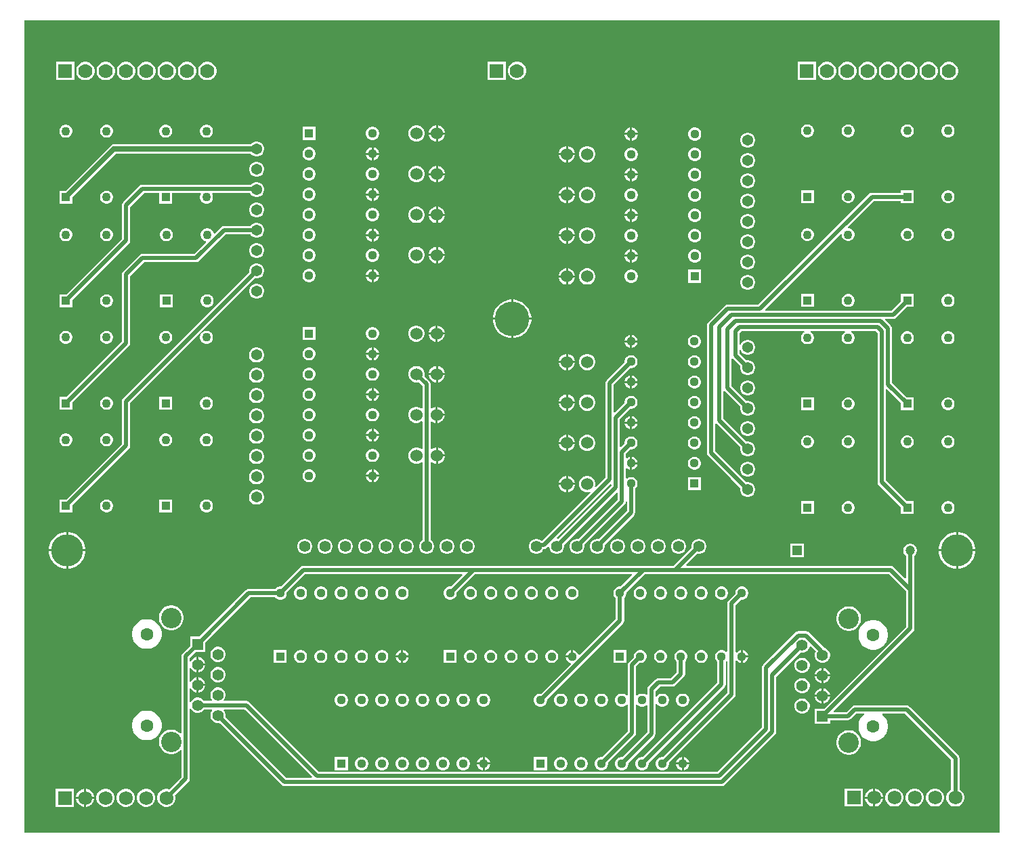
<source format=gbr>
G04*
G04 #@! TF.GenerationSoftware,Altium Limited,Altium Designer,23.7.1 (13)*
G04*
G04 Layer_Physical_Order=2*
G04 Layer_Color=36540*
%FSLAX44Y44*%
%MOMM*%
G71*
G04*
G04 #@! TF.SameCoordinates,0CFD8679-3099-4179-8082-645FB237851B*
G04*
G04*
G04 #@! TF.FilePolarity,Positive*
G04*
G01*
G75*
%ADD33C,0.5080*%
%ADD36C,0.6350*%
%ADD37C,1.5240*%
%ADD38C,4.0000*%
%ADD39C,4.3180*%
%ADD40C,1.1300*%
%ADD41C,1.1000*%
%ADD42R,1.7780X1.7780*%
%ADD43C,1.7780*%
%ADD44C,1.3970*%
%ADD45R,1.1300X1.1300*%
%ADD46R,1.1300X1.1300*%
%ADD47C,1.6000*%
%ADD48C,2.5500*%
%ADD49C,1.4000*%
%ADD50R,1.4000X1.4000*%
%ADD51C,1.3650*%
%ADD52R,1.2000X1.2000*%
%ADD53C,1.2000*%
%ADD54R,1.7250X1.7250*%
%ADD55C,1.7250*%
%ADD56R,1.1000X1.1000*%
G36*
X1473200Y254000D02*
X254000D01*
Y1270000D01*
X1473200D01*
Y254000D01*
D02*
G37*
%LPC*%
G36*
X871404Y1218344D02*
X868395D01*
X865488Y1217566D01*
X862881Y1216061D01*
X860753Y1213933D01*
X859249Y1211326D01*
X858470Y1208419D01*
Y1205410D01*
X859249Y1202503D01*
X860753Y1199896D01*
X862881Y1197768D01*
X865488Y1196264D01*
X868395Y1195484D01*
X871404D01*
X874312Y1196264D01*
X876918Y1197768D01*
X879046Y1199896D01*
X880551Y1202503D01*
X881330Y1205410D01*
Y1208419D01*
X880551Y1211326D01*
X879046Y1213933D01*
X876918Y1216061D01*
X874312Y1217566D01*
X871404Y1218344D01*
D02*
G37*
G36*
X855930D02*
X833070D01*
Y1195484D01*
X855930D01*
Y1218344D01*
D02*
G37*
G36*
X1411205Y1217930D02*
X1408195D01*
X1405288Y1217151D01*
X1402682Y1215646D01*
X1400554Y1213518D01*
X1399049Y1210912D01*
X1398270Y1208005D01*
Y1204995D01*
X1399049Y1202088D01*
X1400554Y1199482D01*
X1402682Y1197354D01*
X1405288Y1195849D01*
X1408195Y1195070D01*
X1411205D01*
X1414112Y1195849D01*
X1416718Y1197354D01*
X1418846Y1199482D01*
X1420351Y1202088D01*
X1421130Y1204995D01*
Y1208005D01*
X1420351Y1210912D01*
X1418846Y1213518D01*
X1416718Y1215646D01*
X1414112Y1217151D01*
X1411205Y1217930D01*
D02*
G37*
G36*
X1385805D02*
X1382795D01*
X1379888Y1217151D01*
X1377282Y1215646D01*
X1375154Y1213518D01*
X1373649Y1210912D01*
X1372870Y1208005D01*
Y1204995D01*
X1373649Y1202088D01*
X1375154Y1199482D01*
X1377282Y1197354D01*
X1379888Y1195849D01*
X1382795Y1195070D01*
X1385805D01*
X1388712Y1195849D01*
X1391318Y1197354D01*
X1393446Y1199482D01*
X1394951Y1202088D01*
X1395730Y1204995D01*
Y1208005D01*
X1394951Y1210912D01*
X1393446Y1213518D01*
X1391318Y1215646D01*
X1388712Y1217151D01*
X1385805Y1217930D01*
D02*
G37*
G36*
X1360405D02*
X1357395D01*
X1354488Y1217151D01*
X1351882Y1215646D01*
X1349754Y1213518D01*
X1348249Y1210912D01*
X1347470Y1208005D01*
Y1204995D01*
X1348249Y1202088D01*
X1349754Y1199482D01*
X1351882Y1197354D01*
X1354488Y1195849D01*
X1357395Y1195070D01*
X1360405D01*
X1363312Y1195849D01*
X1365918Y1197354D01*
X1368046Y1199482D01*
X1369551Y1202088D01*
X1370330Y1204995D01*
Y1208005D01*
X1369551Y1210912D01*
X1368046Y1213518D01*
X1365918Y1215646D01*
X1363312Y1217151D01*
X1360405Y1217930D01*
D02*
G37*
G36*
X1335005D02*
X1331995D01*
X1329088Y1217151D01*
X1326482Y1215646D01*
X1324354Y1213518D01*
X1322849Y1210912D01*
X1322070Y1208005D01*
Y1204995D01*
X1322849Y1202088D01*
X1324354Y1199482D01*
X1326482Y1197354D01*
X1329088Y1195849D01*
X1331995Y1195070D01*
X1335005D01*
X1337912Y1195849D01*
X1340518Y1197354D01*
X1342646Y1199482D01*
X1344151Y1202088D01*
X1344930Y1204995D01*
Y1208005D01*
X1344151Y1210912D01*
X1342646Y1213518D01*
X1340518Y1215646D01*
X1337912Y1217151D01*
X1335005Y1217930D01*
D02*
G37*
G36*
X1309605D02*
X1306595D01*
X1303688Y1217151D01*
X1301082Y1215646D01*
X1298954Y1213518D01*
X1297449Y1210912D01*
X1296670Y1208005D01*
Y1204995D01*
X1297449Y1202088D01*
X1298954Y1199482D01*
X1301082Y1197354D01*
X1303688Y1195849D01*
X1306595Y1195070D01*
X1309605D01*
X1312512Y1195849D01*
X1315118Y1197354D01*
X1317246Y1199482D01*
X1318751Y1202088D01*
X1319530Y1204995D01*
Y1208005D01*
X1318751Y1210912D01*
X1317246Y1213518D01*
X1315118Y1215646D01*
X1312512Y1217151D01*
X1309605Y1217930D01*
D02*
G37*
G36*
X1284205D02*
X1281195D01*
X1278288Y1217151D01*
X1275682Y1215646D01*
X1273554Y1213518D01*
X1272049Y1210912D01*
X1271270Y1208005D01*
Y1204995D01*
X1272049Y1202088D01*
X1273554Y1199482D01*
X1275682Y1197354D01*
X1278288Y1195849D01*
X1281195Y1195070D01*
X1284205D01*
X1287112Y1195849D01*
X1289718Y1197354D01*
X1291846Y1199482D01*
X1293351Y1202088D01*
X1294130Y1204995D01*
Y1208005D01*
X1293351Y1210912D01*
X1291846Y1213518D01*
X1289718Y1215646D01*
X1287112Y1217151D01*
X1284205Y1217930D01*
D02*
G37*
G36*
X1258805D02*
X1255795D01*
X1252888Y1217151D01*
X1250282Y1215646D01*
X1248154Y1213518D01*
X1246649Y1210912D01*
X1245870Y1208005D01*
Y1204995D01*
X1246649Y1202088D01*
X1248154Y1199482D01*
X1250282Y1197354D01*
X1252888Y1195849D01*
X1255795Y1195070D01*
X1258805D01*
X1261712Y1195849D01*
X1264318Y1197354D01*
X1266446Y1199482D01*
X1267951Y1202088D01*
X1268730Y1204995D01*
Y1208005D01*
X1267951Y1210912D01*
X1266446Y1213518D01*
X1264318Y1215646D01*
X1261712Y1217151D01*
X1258805Y1217930D01*
D02*
G37*
G36*
X1243330D02*
X1220470D01*
Y1195070D01*
X1243330D01*
Y1217930D01*
D02*
G37*
G36*
X484105D02*
X481095D01*
X478188Y1217151D01*
X475582Y1215646D01*
X473454Y1213518D01*
X471949Y1210912D01*
X471170Y1208005D01*
Y1204995D01*
X471949Y1202088D01*
X473454Y1199482D01*
X475582Y1197354D01*
X478188Y1195849D01*
X481095Y1195070D01*
X484105D01*
X487012Y1195849D01*
X489618Y1197354D01*
X491746Y1199482D01*
X493251Y1202088D01*
X494030Y1204995D01*
Y1208005D01*
X493251Y1210912D01*
X491746Y1213518D01*
X489618Y1215646D01*
X487012Y1217151D01*
X484105Y1217930D01*
D02*
G37*
G36*
X458705D02*
X455695D01*
X452788Y1217151D01*
X450182Y1215646D01*
X448054Y1213518D01*
X446549Y1210912D01*
X445770Y1208005D01*
Y1204995D01*
X446549Y1202088D01*
X448054Y1199482D01*
X450182Y1197354D01*
X452788Y1195849D01*
X455695Y1195070D01*
X458705D01*
X461612Y1195849D01*
X464218Y1197354D01*
X466346Y1199482D01*
X467851Y1202088D01*
X468630Y1204995D01*
Y1208005D01*
X467851Y1210912D01*
X466346Y1213518D01*
X464218Y1215646D01*
X461612Y1217151D01*
X458705Y1217930D01*
D02*
G37*
G36*
X433305D02*
X430295D01*
X427388Y1217151D01*
X424782Y1215646D01*
X422654Y1213518D01*
X421149Y1210912D01*
X420370Y1208005D01*
Y1204995D01*
X421149Y1202088D01*
X422654Y1199482D01*
X424782Y1197354D01*
X427388Y1195849D01*
X430295Y1195070D01*
X433305D01*
X436212Y1195849D01*
X438818Y1197354D01*
X440946Y1199482D01*
X442451Y1202088D01*
X443230Y1204995D01*
Y1208005D01*
X442451Y1210912D01*
X440946Y1213518D01*
X438818Y1215646D01*
X436212Y1217151D01*
X433305Y1217930D01*
D02*
G37*
G36*
X407905D02*
X404895D01*
X401988Y1217151D01*
X399382Y1215646D01*
X397254Y1213518D01*
X395749Y1210912D01*
X394970Y1208005D01*
Y1204995D01*
X395749Y1202088D01*
X397254Y1199482D01*
X399382Y1197354D01*
X401988Y1195849D01*
X404895Y1195070D01*
X407905D01*
X410812Y1195849D01*
X413418Y1197354D01*
X415546Y1199482D01*
X417051Y1202088D01*
X417830Y1204995D01*
Y1208005D01*
X417051Y1210912D01*
X415546Y1213518D01*
X413418Y1215646D01*
X410812Y1217151D01*
X407905Y1217930D01*
D02*
G37*
G36*
X382505D02*
X379495D01*
X376588Y1217151D01*
X373982Y1215646D01*
X371854Y1213518D01*
X370349Y1210912D01*
X369570Y1208005D01*
Y1204995D01*
X370349Y1202088D01*
X371854Y1199482D01*
X373982Y1197354D01*
X376588Y1195849D01*
X379495Y1195070D01*
X382505D01*
X385412Y1195849D01*
X388018Y1197354D01*
X390146Y1199482D01*
X391651Y1202088D01*
X392430Y1204995D01*
Y1208005D01*
X391651Y1210912D01*
X390146Y1213518D01*
X388018Y1215646D01*
X385412Y1217151D01*
X382505Y1217930D01*
D02*
G37*
G36*
X357105D02*
X354095D01*
X351188Y1217151D01*
X348582Y1215646D01*
X346454Y1213518D01*
X344949Y1210912D01*
X344170Y1208005D01*
Y1204995D01*
X344949Y1202088D01*
X346454Y1199482D01*
X348582Y1197354D01*
X351188Y1195849D01*
X354095Y1195070D01*
X357105D01*
X360012Y1195849D01*
X362618Y1197354D01*
X364746Y1199482D01*
X366251Y1202088D01*
X367030Y1204995D01*
Y1208005D01*
X366251Y1210912D01*
X364746Y1213518D01*
X362618Y1215646D01*
X360012Y1217151D01*
X357105Y1217930D01*
D02*
G37*
G36*
X331705D02*
X328695D01*
X325788Y1217151D01*
X323182Y1215646D01*
X321054Y1213518D01*
X319549Y1210912D01*
X318770Y1208005D01*
Y1204995D01*
X319549Y1202088D01*
X321054Y1199482D01*
X323182Y1197354D01*
X325788Y1195849D01*
X328695Y1195070D01*
X331705D01*
X334612Y1195849D01*
X337218Y1197354D01*
X339346Y1199482D01*
X340851Y1202088D01*
X341630Y1204995D01*
Y1208005D01*
X340851Y1210912D01*
X339346Y1213518D01*
X337218Y1215646D01*
X334612Y1217151D01*
X331705Y1217930D01*
D02*
G37*
G36*
X316230D02*
X293370D01*
Y1195070D01*
X316230D01*
Y1217930D01*
D02*
G37*
G36*
X770958Y1138740D02*
X770890D01*
Y1129850D01*
X779780D01*
Y1129917D01*
X779088Y1132501D01*
X777750Y1134818D01*
X775858Y1136710D01*
X773542Y1138047D01*
X770958Y1138740D01*
D02*
G37*
G36*
X768350D02*
X768282D01*
X765698Y1138047D01*
X763382Y1136710D01*
X761490Y1134818D01*
X760152Y1132501D01*
X759460Y1129917D01*
Y1129850D01*
X768350D01*
Y1138740D01*
D02*
G37*
G36*
X1013872Y1135986D02*
Y1129118D01*
X1020740D01*
X1020233Y1131009D01*
X1019155Y1132877D01*
X1017630Y1134401D01*
X1015763Y1135480D01*
X1013872Y1135986D01*
D02*
G37*
G36*
X1011331D02*
X1009440Y1135480D01*
X1007573Y1134401D01*
X1006048Y1132877D01*
X1004970Y1131009D01*
X1004463Y1129118D01*
X1011331D01*
Y1135986D01*
D02*
G37*
G36*
X1409828Y1139851D02*
X1407711D01*
X1405667Y1139303D01*
X1403833Y1138245D01*
X1402336Y1136748D01*
X1401278Y1134915D01*
X1400730Y1132870D01*
Y1130753D01*
X1401278Y1128708D01*
X1402336Y1126875D01*
X1403833Y1125378D01*
X1405667Y1124319D01*
X1407711Y1123771D01*
X1409828D01*
X1411873Y1124319D01*
X1413707Y1125378D01*
X1415203Y1126875D01*
X1416262Y1128708D01*
X1416810Y1130753D01*
Y1132870D01*
X1416262Y1134915D01*
X1415203Y1136748D01*
X1413707Y1138245D01*
X1411873Y1139303D01*
X1409828Y1139851D01*
D02*
G37*
G36*
X1358829D02*
X1356712D01*
X1354667Y1139303D01*
X1352834Y1138245D01*
X1351337Y1136748D01*
X1350278Y1134915D01*
X1349730Y1132870D01*
Y1130753D01*
X1350278Y1128708D01*
X1351337Y1126875D01*
X1352834Y1125378D01*
X1354667Y1124319D01*
X1356712Y1123771D01*
X1358829D01*
X1360874Y1124319D01*
X1362707Y1125378D01*
X1364204Y1126875D01*
X1365262Y1128708D01*
X1365810Y1130753D01*
Y1132870D01*
X1365262Y1134915D01*
X1364204Y1136748D01*
X1362707Y1138245D01*
X1360874Y1139303D01*
X1358829Y1139851D01*
D02*
G37*
G36*
X1284889D02*
X1282772D01*
X1280727Y1139303D01*
X1278894Y1138245D01*
X1277397Y1136748D01*
X1276338Y1134915D01*
X1275790Y1132870D01*
Y1130753D01*
X1276338Y1128708D01*
X1277397Y1126875D01*
X1278894Y1125378D01*
X1280727Y1124319D01*
X1282772Y1123771D01*
X1284889D01*
X1286934Y1124319D01*
X1288767Y1125378D01*
X1290264Y1126875D01*
X1291322Y1128708D01*
X1291870Y1130753D01*
Y1132870D01*
X1291322Y1134915D01*
X1290264Y1136748D01*
X1288767Y1138245D01*
X1286934Y1139303D01*
X1284889Y1139851D01*
D02*
G37*
G36*
X1233889D02*
X1231772D01*
X1229727Y1139303D01*
X1227894Y1138245D01*
X1226397Y1136748D01*
X1225338Y1134915D01*
X1224790Y1132870D01*
Y1130753D01*
X1225338Y1128708D01*
X1226397Y1126875D01*
X1227894Y1125378D01*
X1229727Y1124319D01*
X1231772Y1123771D01*
X1233889D01*
X1235934Y1124319D01*
X1237767Y1125378D01*
X1239264Y1126875D01*
X1240322Y1128708D01*
X1240870Y1130753D01*
Y1132870D01*
X1240322Y1134915D01*
X1239264Y1136748D01*
X1237767Y1138245D01*
X1235934Y1139303D01*
X1233889Y1139851D01*
D02*
G37*
G36*
X482728Y1139405D02*
X480611D01*
X478567Y1138857D01*
X476733Y1137799D01*
X475236Y1136302D01*
X474178Y1134469D01*
X473630Y1132424D01*
Y1130307D01*
X474178Y1128262D01*
X475236Y1126429D01*
X476733Y1124932D01*
X478567Y1123873D01*
X480611Y1123325D01*
X482728D01*
X484773Y1123873D01*
X486606Y1124932D01*
X488103Y1126429D01*
X489162Y1128262D01*
X489710Y1130307D01*
Y1132424D01*
X489162Y1134469D01*
X488103Y1136302D01*
X486606Y1137799D01*
X484773Y1138857D01*
X482728Y1139405D01*
D02*
G37*
G36*
X431729D02*
X429612D01*
X427567Y1138857D01*
X425733Y1137799D01*
X424237Y1136302D01*
X423178Y1134469D01*
X422630Y1132424D01*
Y1130307D01*
X423178Y1128262D01*
X424237Y1126429D01*
X425733Y1124932D01*
X427567Y1123873D01*
X429612Y1123325D01*
X431729D01*
X433773Y1123873D01*
X435607Y1124932D01*
X437104Y1126429D01*
X438162Y1128262D01*
X438710Y1130307D01*
Y1132424D01*
X438162Y1134469D01*
X437104Y1136302D01*
X435607Y1137799D01*
X433773Y1138857D01*
X431729Y1139405D01*
D02*
G37*
G36*
X357789D02*
X355672D01*
X353627Y1138857D01*
X351794Y1137799D01*
X350297Y1136302D01*
X349238Y1134469D01*
X348690Y1132424D01*
Y1130307D01*
X349238Y1128262D01*
X350297Y1126429D01*
X351794Y1124932D01*
X353627Y1123873D01*
X355672Y1123325D01*
X357789D01*
X359834Y1123873D01*
X361667Y1124932D01*
X363164Y1126429D01*
X364222Y1128262D01*
X364770Y1130307D01*
Y1132424D01*
X364222Y1134469D01*
X363164Y1136302D01*
X361667Y1137799D01*
X359834Y1138857D01*
X357789Y1139405D01*
D02*
G37*
G36*
X306789D02*
X304672D01*
X302627Y1138857D01*
X300793Y1137799D01*
X299297Y1136302D01*
X298238Y1134469D01*
X297690Y1132424D01*
Y1130307D01*
X298238Y1128262D01*
X299297Y1126429D01*
X300793Y1124932D01*
X302627Y1123873D01*
X304672Y1123325D01*
X306789D01*
X308834Y1123873D01*
X310667Y1124932D01*
X312164Y1126429D01*
X313222Y1128262D01*
X313770Y1130307D01*
Y1132424D01*
X313222Y1134469D01*
X312164Y1136302D01*
X310667Y1137799D01*
X308834Y1138857D01*
X306789Y1139405D01*
D02*
G37*
G36*
X690298Y1136676D02*
X688141D01*
X686058Y1136118D01*
X684191Y1135040D01*
X682666Y1133515D01*
X681588Y1131647D01*
X681029Y1129564D01*
Y1127408D01*
X681588Y1125325D01*
X682666Y1123457D01*
X684191Y1121932D01*
X686058Y1120854D01*
X688141Y1120296D01*
X690298D01*
X692381Y1120854D01*
X694248Y1121932D01*
X695773Y1123457D01*
X696851Y1125325D01*
X697409Y1127408D01*
Y1129564D01*
X696851Y1131647D01*
X695773Y1133515D01*
X694248Y1135040D01*
X692381Y1136118D01*
X690298Y1136676D01*
D02*
G37*
G36*
X618009D02*
X601629D01*
Y1120296D01*
X618009D01*
Y1136676D01*
D02*
G37*
G36*
X1020740Y1126578D02*
X1013872D01*
Y1119709D01*
X1015763Y1120216D01*
X1017630Y1121294D01*
X1019155Y1122819D01*
X1020233Y1124687D01*
X1020740Y1126578D01*
D02*
G37*
G36*
X1011331D02*
X1004463D01*
X1004970Y1124687D01*
X1006048Y1122819D01*
X1007573Y1121294D01*
X1009440Y1120216D01*
X1011331Y1119709D01*
Y1126578D01*
D02*
G37*
G36*
X1093080Y1136038D02*
X1090923D01*
X1088840Y1135480D01*
X1086973Y1134401D01*
X1085448Y1132877D01*
X1084370Y1131009D01*
X1083811Y1128926D01*
Y1126770D01*
X1084370Y1124687D01*
X1085448Y1122819D01*
X1086973Y1121294D01*
X1088840Y1120216D01*
X1090923Y1119658D01*
X1093080D01*
X1095163Y1120216D01*
X1097030Y1121294D01*
X1098555Y1122819D01*
X1099633Y1124687D01*
X1100191Y1126770D01*
Y1128926D01*
X1099633Y1131009D01*
X1098555Y1132877D01*
X1097030Y1134401D01*
X1095163Y1135480D01*
X1093080Y1136038D01*
D02*
G37*
G36*
X779780Y1127310D02*
X770890D01*
Y1118420D01*
X770958D01*
X773542Y1119112D01*
X775858Y1120450D01*
X777750Y1122341D01*
X779088Y1124658D01*
X779780Y1127242D01*
Y1127310D01*
D02*
G37*
G36*
X768350D02*
X759460D01*
Y1127242D01*
X760152Y1124658D01*
X761490Y1122341D01*
X763382Y1120450D01*
X765698Y1119112D01*
X768282Y1118420D01*
X768350D01*
Y1127310D01*
D02*
G37*
G36*
X745558Y1138740D02*
X742882D01*
X740298Y1138047D01*
X737982Y1136710D01*
X736090Y1134818D01*
X734752Y1132501D01*
X734060Y1129917D01*
Y1127242D01*
X734752Y1124658D01*
X736090Y1122341D01*
X737982Y1120450D01*
X740298Y1119112D01*
X742882Y1118420D01*
X745558D01*
X748142Y1119112D01*
X750458Y1120450D01*
X752350Y1122341D01*
X753688Y1124658D01*
X754380Y1127242D01*
Y1129917D01*
X753688Y1132501D01*
X752350Y1134818D01*
X750458Y1136710D01*
X748142Y1138047D01*
X745558Y1138740D01*
D02*
G37*
G36*
X1159473Y1129505D02*
X1157007D01*
X1154625Y1128867D01*
X1152490Y1127634D01*
X1150746Y1125890D01*
X1149513Y1123755D01*
X1148875Y1121373D01*
Y1118907D01*
X1149513Y1116525D01*
X1150746Y1114390D01*
X1152490Y1112646D01*
X1154625Y1111413D01*
X1157007Y1110775D01*
X1159473D01*
X1161855Y1111413D01*
X1163990Y1112646D01*
X1165734Y1114390D01*
X1166967Y1116525D01*
X1167605Y1118907D01*
Y1121373D01*
X1166967Y1123755D01*
X1165734Y1125890D01*
X1163990Y1127634D01*
X1161855Y1128867D01*
X1159473Y1129505D01*
D02*
G37*
G36*
X690489Y1111225D02*
Y1104356D01*
X697358D01*
X696851Y1106247D01*
X695773Y1108115D01*
X694248Y1109640D01*
X692381Y1110718D01*
X690489Y1111225D01*
D02*
G37*
G36*
X687949D02*
X686058Y1110718D01*
X684191Y1109640D01*
X682666Y1108115D01*
X681588Y1106247D01*
X681081Y1104356D01*
X687949D01*
Y1111225D01*
D02*
G37*
G36*
X933518Y1112669D02*
X933450D01*
Y1103779D01*
X942340D01*
Y1103846D01*
X941648Y1106430D01*
X940310Y1108747D01*
X938418Y1110639D01*
X936102Y1111976D01*
X933518Y1112669D01*
D02*
G37*
G36*
X930910D02*
X930842D01*
X928258Y1111976D01*
X925942Y1110639D01*
X924050Y1108747D01*
X922712Y1106430D01*
X922020Y1103846D01*
Y1103779D01*
X930910D01*
Y1112669D01*
D02*
G37*
G36*
X545534Y1118630D02*
X543068D01*
X540686Y1117992D01*
X538550Y1116759D01*
X536884Y1115092D01*
X366130D01*
X363900Y1114649D01*
X362010Y1113385D01*
X305530Y1056905D01*
X297690D01*
Y1040825D01*
X313770D01*
Y1048664D01*
X368544Y1103438D01*
X536884D01*
X538550Y1101771D01*
X540686Y1100538D01*
X543068Y1099900D01*
X545534D01*
X547915Y1100538D01*
X550051Y1101771D01*
X551795Y1103515D01*
X553027Y1105650D01*
X553666Y1108032D01*
Y1110498D01*
X553027Y1112880D01*
X551795Y1115015D01*
X550051Y1116759D01*
X547915Y1117992D01*
X545534Y1118630D01*
D02*
G37*
G36*
X697358Y1101816D02*
X690489D01*
Y1094947D01*
X692381Y1095454D01*
X694248Y1096532D01*
X695773Y1098057D01*
X696851Y1099925D01*
X697358Y1101816D01*
D02*
G37*
G36*
X687949D02*
X681081D01*
X681588Y1099925D01*
X682666Y1098057D01*
X684191Y1096532D01*
X686058Y1095454D01*
X687949Y1094947D01*
Y1101816D01*
D02*
G37*
G36*
X610898Y1111276D02*
X608741D01*
X606658Y1110718D01*
X604791Y1109640D01*
X603266Y1108115D01*
X602188Y1106247D01*
X601629Y1104164D01*
Y1102008D01*
X602188Y1099925D01*
X603266Y1098057D01*
X604791Y1096532D01*
X606658Y1095454D01*
X608741Y1094896D01*
X610898D01*
X612981Y1095454D01*
X614848Y1096532D01*
X616373Y1098057D01*
X617451Y1099925D01*
X618009Y1102008D01*
Y1104164D01*
X617451Y1106247D01*
X616373Y1108115D01*
X614848Y1109640D01*
X612981Y1110718D01*
X610898Y1111276D01*
D02*
G37*
G36*
X1093080Y1110638D02*
X1090923D01*
X1088840Y1110080D01*
X1086973Y1109001D01*
X1085448Y1107477D01*
X1084370Y1105609D01*
X1083811Y1103526D01*
Y1101370D01*
X1084370Y1099287D01*
X1085448Y1097419D01*
X1086973Y1095894D01*
X1088840Y1094816D01*
X1090923Y1094258D01*
X1093080D01*
X1095163Y1094816D01*
X1097030Y1095894D01*
X1098555Y1097419D01*
X1099633Y1099287D01*
X1100191Y1101370D01*
Y1103526D01*
X1099633Y1105609D01*
X1098555Y1107477D01*
X1097030Y1109001D01*
X1095163Y1110080D01*
X1093080Y1110638D01*
D02*
G37*
G36*
X1013680D02*
X1011523D01*
X1009440Y1110080D01*
X1007573Y1109001D01*
X1006048Y1107477D01*
X1004970Y1105609D01*
X1004411Y1103526D01*
Y1101370D01*
X1004970Y1099287D01*
X1006048Y1097419D01*
X1007573Y1095894D01*
X1009440Y1094816D01*
X1011523Y1094258D01*
X1013680D01*
X1015763Y1094816D01*
X1017630Y1095894D01*
X1019155Y1097419D01*
X1020233Y1099287D01*
X1020791Y1101370D01*
Y1103526D01*
X1020233Y1105609D01*
X1019155Y1107477D01*
X1017630Y1109001D01*
X1015763Y1110080D01*
X1013680Y1110638D01*
D02*
G37*
G36*
X958918Y1112669D02*
X956242D01*
X953658Y1111976D01*
X951342Y1110639D01*
X949450Y1108747D01*
X948112Y1106430D01*
X947420Y1103846D01*
Y1101171D01*
X948112Y1098587D01*
X949450Y1096270D01*
X951342Y1094379D01*
X953658Y1093041D01*
X956242Y1092349D01*
X958918D01*
X961502Y1093041D01*
X963818Y1094379D01*
X965710Y1096270D01*
X967048Y1098587D01*
X967740Y1101171D01*
Y1103846D01*
X967048Y1106430D01*
X965710Y1108747D01*
X963818Y1110639D01*
X961502Y1111976D01*
X958918Y1112669D01*
D02*
G37*
G36*
X942340Y1101239D02*
X933450D01*
Y1092349D01*
X933518D01*
X936102Y1093041D01*
X938418Y1094379D01*
X940310Y1096270D01*
X941648Y1098587D01*
X942340Y1101171D01*
Y1101239D01*
D02*
G37*
G36*
X930910D02*
X922020D01*
Y1101171D01*
X922712Y1098587D01*
X924050Y1096270D01*
X925942Y1094379D01*
X928258Y1093041D01*
X930842Y1092349D01*
X930910D01*
Y1101239D01*
D02*
G37*
G36*
X1159473Y1104105D02*
X1157007D01*
X1154625Y1103467D01*
X1152490Y1102234D01*
X1150746Y1100490D01*
X1149513Y1098355D01*
X1148875Y1095973D01*
Y1093507D01*
X1149513Y1091125D01*
X1150746Y1088990D01*
X1152490Y1087246D01*
X1154625Y1086013D01*
X1157007Y1085375D01*
X1159473D01*
X1161855Y1086013D01*
X1163990Y1087246D01*
X1165734Y1088990D01*
X1166967Y1091125D01*
X1167605Y1093507D01*
Y1095973D01*
X1166967Y1098355D01*
X1165734Y1100490D01*
X1163990Y1102234D01*
X1161855Y1103467D01*
X1159473Y1104105D01*
D02*
G37*
G36*
X770958Y1087957D02*
X770890D01*
Y1079067D01*
X779780D01*
Y1079134D01*
X779088Y1081718D01*
X777750Y1084035D01*
X775858Y1085927D01*
X773542Y1087264D01*
X770958Y1087957D01*
D02*
G37*
G36*
X768350D02*
X768282D01*
X765698Y1087264D01*
X763382Y1085927D01*
X761490Y1084035D01*
X760152Y1081718D01*
X759460Y1079134D01*
Y1079067D01*
X768350D01*
Y1087957D01*
D02*
G37*
G36*
X1013872Y1085186D02*
Y1078318D01*
X1020740D01*
X1020233Y1080209D01*
X1019155Y1082077D01*
X1017630Y1083602D01*
X1015763Y1084680D01*
X1013872Y1085186D01*
D02*
G37*
G36*
X1011331D02*
X1009440Y1084680D01*
X1007573Y1083602D01*
X1006048Y1082077D01*
X1004970Y1080209D01*
X1004463Y1078318D01*
X1011331D01*
Y1085186D01*
D02*
G37*
G36*
X545534Y1093230D02*
X543068D01*
X540686Y1092592D01*
X538550Y1091359D01*
X536807Y1089615D01*
X535574Y1087480D01*
X534936Y1085098D01*
Y1082632D01*
X535574Y1080250D01*
X536807Y1078115D01*
X538550Y1076371D01*
X540686Y1075138D01*
X543068Y1074500D01*
X545534D01*
X547915Y1075138D01*
X550051Y1076371D01*
X551795Y1078115D01*
X553027Y1080250D01*
X553666Y1082632D01*
Y1085098D01*
X553027Y1087480D01*
X551795Y1089615D01*
X550051Y1091359D01*
X547915Y1092592D01*
X545534Y1093230D01*
D02*
G37*
G36*
X690298Y1085876D02*
X688141D01*
X686058Y1085318D01*
X684191Y1084240D01*
X682666Y1082715D01*
X681588Y1080847D01*
X681029Y1078764D01*
Y1076608D01*
X681588Y1074525D01*
X682666Y1072657D01*
X684191Y1071132D01*
X686058Y1070054D01*
X688141Y1069496D01*
X690298D01*
X692381Y1070054D01*
X694248Y1071132D01*
X695773Y1072657D01*
X696851Y1074525D01*
X697409Y1076608D01*
Y1078764D01*
X696851Y1080847D01*
X695773Y1082715D01*
X694248Y1084240D01*
X692381Y1085318D01*
X690298Y1085876D01*
D02*
G37*
G36*
X610898D02*
X608741D01*
X606658Y1085318D01*
X604791Y1084240D01*
X603266Y1082715D01*
X602188Y1080847D01*
X601629Y1078764D01*
Y1076608D01*
X602188Y1074525D01*
X603266Y1072657D01*
X604791Y1071132D01*
X606658Y1070054D01*
X608741Y1069496D01*
X610898D01*
X612981Y1070054D01*
X614848Y1071132D01*
X616373Y1072657D01*
X617451Y1074525D01*
X618009Y1076608D01*
Y1078764D01*
X617451Y1080847D01*
X616373Y1082715D01*
X614848Y1084240D01*
X612981Y1085318D01*
X610898Y1085876D01*
D02*
G37*
G36*
X1020740Y1075778D02*
X1013872D01*
Y1068909D01*
X1015763Y1069416D01*
X1017630Y1070494D01*
X1019155Y1072019D01*
X1020233Y1073887D01*
X1020740Y1075778D01*
D02*
G37*
G36*
X1011331D02*
X1004463D01*
X1004970Y1073887D01*
X1006048Y1072019D01*
X1007573Y1070494D01*
X1009440Y1069416D01*
X1011331Y1068909D01*
Y1075778D01*
D02*
G37*
G36*
X1093080Y1085238D02*
X1090923D01*
X1088840Y1084680D01*
X1086973Y1083602D01*
X1085448Y1082077D01*
X1084370Y1080209D01*
X1083811Y1078126D01*
Y1075970D01*
X1084370Y1073887D01*
X1085448Y1072019D01*
X1086973Y1070494D01*
X1088840Y1069416D01*
X1090923Y1068858D01*
X1093080D01*
X1095163Y1069416D01*
X1097030Y1070494D01*
X1098555Y1072019D01*
X1099633Y1073887D01*
X1100191Y1075970D01*
Y1078126D01*
X1099633Y1080209D01*
X1098555Y1082077D01*
X1097030Y1083602D01*
X1095163Y1084680D01*
X1093080Y1085238D01*
D02*
G37*
G36*
X779780Y1076527D02*
X770890D01*
Y1067637D01*
X770958D01*
X773542Y1068329D01*
X775858Y1069667D01*
X777750Y1071558D01*
X779088Y1073875D01*
X779780Y1076459D01*
Y1076527D01*
D02*
G37*
G36*
X768350D02*
X759460D01*
Y1076459D01*
X760152Y1073875D01*
X761490Y1071558D01*
X763382Y1069667D01*
X765698Y1068329D01*
X768282Y1067637D01*
X768350D01*
Y1076527D01*
D02*
G37*
G36*
X745558Y1087957D02*
X742882D01*
X740298Y1087264D01*
X737982Y1085927D01*
X736090Y1084035D01*
X734752Y1081718D01*
X734060Y1079134D01*
Y1076459D01*
X734752Y1073875D01*
X736090Y1071558D01*
X737982Y1069667D01*
X740298Y1068329D01*
X742882Y1067637D01*
X745558D01*
X748142Y1068329D01*
X750458Y1069667D01*
X752350Y1071558D01*
X753688Y1073875D01*
X754380Y1076459D01*
Y1079134D01*
X753688Y1081718D01*
X752350Y1084035D01*
X750458Y1085927D01*
X748142Y1087264D01*
X745558Y1087957D01*
D02*
G37*
G36*
X1159473Y1078705D02*
X1157007D01*
X1154625Y1078067D01*
X1152490Y1076834D01*
X1150746Y1075090D01*
X1149513Y1072955D01*
X1148875Y1070573D01*
Y1068107D01*
X1149513Y1065725D01*
X1150746Y1063590D01*
X1152490Y1061846D01*
X1154625Y1060613D01*
X1157007Y1059975D01*
X1159473D01*
X1161855Y1060613D01*
X1163990Y1061846D01*
X1165734Y1063590D01*
X1166967Y1065725D01*
X1167605Y1068107D01*
Y1070573D01*
X1166967Y1072955D01*
X1165734Y1075090D01*
X1163990Y1076834D01*
X1161855Y1078067D01*
X1159473Y1078705D01*
D02*
G37*
G36*
X690489Y1060424D02*
Y1053556D01*
X697358D01*
X696851Y1055447D01*
X695773Y1057315D01*
X694248Y1058840D01*
X692381Y1059918D01*
X690489Y1060424D01*
D02*
G37*
G36*
X687949D02*
X686058Y1059918D01*
X684191Y1058840D01*
X682666Y1057315D01*
X681588Y1055447D01*
X681081Y1053556D01*
X687949D01*
Y1060424D01*
D02*
G37*
G36*
X933518Y1061772D02*
X933450D01*
Y1052882D01*
X942340D01*
Y1052950D01*
X941648Y1055534D01*
X940310Y1057850D01*
X938418Y1059742D01*
X936102Y1061080D01*
X933518Y1061772D01*
D02*
G37*
G36*
X930910D02*
X930842D01*
X928258Y1061080D01*
X925942Y1059742D01*
X924050Y1057850D01*
X922712Y1055534D01*
X922020Y1052950D01*
Y1052882D01*
X930910D01*
Y1061772D01*
D02*
G37*
G36*
X545534Y1067830D02*
X543068D01*
X540686Y1067192D01*
X538550Y1065959D01*
X537216Y1064625D01*
X401585D01*
X399603Y1064230D01*
X397923Y1063108D01*
X377337Y1042523D01*
X376215Y1040842D01*
X375821Y1038860D01*
Y996740D01*
X306445Y927365D01*
X297690D01*
Y911285D01*
X313770D01*
Y920040D01*
X384663Y990932D01*
X385785Y992613D01*
X386180Y994595D01*
Y1036715D01*
X403731Y1054266D01*
X422630D01*
Y1040825D01*
X438710D01*
Y1054266D01*
X474038D01*
X474771Y1052996D01*
X474178Y1051968D01*
X473630Y1049924D01*
Y1047807D01*
X474178Y1045762D01*
X475236Y1043928D01*
X476733Y1042431D01*
X478567Y1041373D01*
X480611Y1040825D01*
X482728D01*
X484773Y1041373D01*
X486606Y1042431D01*
X488103Y1043928D01*
X489162Y1045762D01*
X489710Y1047807D01*
Y1049924D01*
X489162Y1051968D01*
X488569Y1052996D01*
X489302Y1054266D01*
X535911D01*
X536807Y1052715D01*
X538550Y1050971D01*
X540686Y1049738D01*
X543068Y1049100D01*
X545534D01*
X547915Y1049738D01*
X550051Y1050971D01*
X551795Y1052715D01*
X553027Y1054850D01*
X553666Y1057232D01*
Y1059698D01*
X553027Y1062080D01*
X551795Y1064215D01*
X550051Y1065959D01*
X547915Y1067192D01*
X545534Y1067830D01*
D02*
G37*
G36*
X697358Y1051016D02*
X690489D01*
Y1044147D01*
X692381Y1044654D01*
X694248Y1045732D01*
X695773Y1047257D01*
X696851Y1049125D01*
X697358Y1051016D01*
D02*
G37*
G36*
X687949D02*
X681081D01*
X681588Y1049125D01*
X682666Y1047257D01*
X684191Y1045732D01*
X686058Y1044654D01*
X687949Y1044147D01*
Y1051016D01*
D02*
G37*
G36*
X610898Y1060476D02*
X608741D01*
X606658Y1059918D01*
X604791Y1058840D01*
X603266Y1057315D01*
X602188Y1055447D01*
X601629Y1053364D01*
Y1051208D01*
X602188Y1049125D01*
X603266Y1047257D01*
X604791Y1045732D01*
X606658Y1044654D01*
X608741Y1044096D01*
X610898D01*
X612981Y1044654D01*
X614848Y1045732D01*
X616373Y1047257D01*
X617451Y1049125D01*
X618009Y1051208D01*
Y1053364D01*
X617451Y1055447D01*
X616373Y1057315D01*
X614848Y1058840D01*
X612981Y1059918D01*
X610898Y1060476D01*
D02*
G37*
G36*
X1093080Y1059838D02*
X1090923D01*
X1088840Y1059280D01*
X1086973Y1058202D01*
X1085448Y1056677D01*
X1084370Y1054809D01*
X1083811Y1052726D01*
Y1050570D01*
X1084370Y1048487D01*
X1085448Y1046619D01*
X1086973Y1045094D01*
X1088840Y1044016D01*
X1090923Y1043458D01*
X1093080D01*
X1095163Y1044016D01*
X1097030Y1045094D01*
X1098555Y1046619D01*
X1099633Y1048487D01*
X1100191Y1050570D01*
Y1052726D01*
X1099633Y1054809D01*
X1098555Y1056677D01*
X1097030Y1058202D01*
X1095163Y1059280D01*
X1093080Y1059838D01*
D02*
G37*
G36*
X1013680D02*
X1011523D01*
X1009440Y1059280D01*
X1007573Y1058202D01*
X1006048Y1056677D01*
X1004970Y1054809D01*
X1004411Y1052726D01*
Y1050570D01*
X1004970Y1048487D01*
X1006048Y1046619D01*
X1007573Y1045094D01*
X1009440Y1044016D01*
X1011523Y1043458D01*
X1013680D01*
X1015763Y1044016D01*
X1017630Y1045094D01*
X1019155Y1046619D01*
X1020233Y1048487D01*
X1020791Y1050570D01*
Y1052726D01*
X1020233Y1054809D01*
X1019155Y1056677D01*
X1017630Y1058202D01*
X1015763Y1059280D01*
X1013680Y1059838D01*
D02*
G37*
G36*
X958918Y1061772D02*
X956242D01*
X953658Y1061080D01*
X951342Y1059742D01*
X949450Y1057850D01*
X948112Y1055534D01*
X947420Y1052950D01*
Y1050275D01*
X948112Y1047691D01*
X949450Y1045374D01*
X951342Y1043482D01*
X953658Y1042144D01*
X956242Y1041452D01*
X958918D01*
X961502Y1042144D01*
X963818Y1043482D01*
X965710Y1045374D01*
X967048Y1047691D01*
X967740Y1050275D01*
Y1052950D01*
X967048Y1055534D01*
X965710Y1057850D01*
X963818Y1059742D01*
X961502Y1061080D01*
X958918Y1061772D01*
D02*
G37*
G36*
X942340Y1050342D02*
X933450D01*
Y1041452D01*
X933518D01*
X936102Y1042144D01*
X938418Y1043482D01*
X940310Y1045374D01*
X941648Y1047691D01*
X942340Y1050275D01*
Y1050342D01*
D02*
G37*
G36*
X930910D02*
X922020D01*
Y1050275D01*
X922712Y1047691D01*
X924050Y1045374D01*
X925942Y1043482D01*
X928258Y1042144D01*
X930842Y1041452D01*
X930910D01*
Y1050342D01*
D02*
G37*
G36*
X1409828Y1057351D02*
X1407711D01*
X1405667Y1056803D01*
X1403833Y1055745D01*
X1402336Y1054248D01*
X1401278Y1052414D01*
X1400730Y1050370D01*
Y1048253D01*
X1401278Y1046208D01*
X1402336Y1044374D01*
X1403833Y1042878D01*
X1405667Y1041819D01*
X1407711Y1041271D01*
X1409828D01*
X1411873Y1041819D01*
X1413707Y1042878D01*
X1415203Y1044374D01*
X1416262Y1046208D01*
X1416810Y1048253D01*
Y1050370D01*
X1416262Y1052414D01*
X1415203Y1054248D01*
X1413707Y1055745D01*
X1411873Y1056803D01*
X1409828Y1057351D01*
D02*
G37*
G36*
X1365810D02*
X1349730D01*
Y1054491D01*
X1313821D01*
X1311838Y1054096D01*
X1310158Y1052974D01*
X1310158Y1052973D01*
X1171684Y914500D01*
X1132840D01*
X1130858Y914105D01*
X1129177Y912982D01*
X1108857Y892663D01*
X1107735Y890982D01*
X1107340Y889000D01*
Y728980D01*
X1107735Y726998D01*
X1108857Y725318D01*
X1137030Y697145D01*
X1149046Y685129D01*
X1148875Y684493D01*
Y682027D01*
X1149513Y679645D01*
X1150746Y677510D01*
X1152490Y675766D01*
X1154625Y674533D01*
X1157007Y673895D01*
X1159473D01*
X1161855Y674533D01*
X1163990Y675766D01*
X1165734Y677510D01*
X1166967Y679645D01*
X1167605Y682027D01*
Y684493D01*
X1166967Y686875D01*
X1165734Y689010D01*
X1163990Y690754D01*
X1161855Y691987D01*
X1159473Y692625D01*
X1157007D01*
X1156370Y692454D01*
X1144355Y704470D01*
X1117700Y731125D01*
Y765644D01*
X1118969Y766029D01*
X1119017Y765957D01*
X1149046Y735929D01*
X1148875Y735293D01*
Y732827D01*
X1149513Y730445D01*
X1150746Y728310D01*
X1152490Y726566D01*
X1154625Y725333D01*
X1157007Y724695D01*
X1159473D01*
X1161855Y725333D01*
X1163990Y726566D01*
X1165734Y728310D01*
X1166967Y730445D01*
X1167605Y732827D01*
Y735293D01*
X1166967Y737675D01*
X1165734Y739810D01*
X1163990Y741554D01*
X1161855Y742787D01*
X1159473Y743425D01*
X1157007D01*
X1156370Y743254D01*
X1127859Y771765D01*
Y806284D01*
X1129129Y806669D01*
X1129177Y806598D01*
X1149046Y786730D01*
X1148875Y786093D01*
Y783627D01*
X1149513Y781245D01*
X1150746Y779110D01*
X1152490Y777366D01*
X1154625Y776133D01*
X1157007Y775495D01*
X1159473D01*
X1161855Y776133D01*
X1163990Y777366D01*
X1165734Y779110D01*
X1166967Y781245D01*
X1167605Y783627D01*
Y786093D01*
X1166967Y788475D01*
X1165734Y790610D01*
X1163990Y792354D01*
X1161855Y793587D01*
X1159473Y794225D01*
X1157007D01*
X1156370Y794054D01*
X1138019Y812405D01*
Y846924D01*
X1139289Y847309D01*
X1139337Y847237D01*
X1149046Y837530D01*
X1148875Y836893D01*
Y834427D01*
X1149513Y832045D01*
X1150746Y829910D01*
X1152490Y828166D01*
X1154625Y826933D01*
X1157007Y826295D01*
X1159473D01*
X1161855Y826933D01*
X1163990Y828166D01*
X1165734Y829910D01*
X1166967Y832045D01*
X1167605Y834427D01*
Y836893D01*
X1166967Y839275D01*
X1165734Y841410D01*
X1163990Y843154D01*
X1161855Y844387D01*
X1159473Y845025D01*
X1157007D01*
X1156370Y844854D01*
X1148179Y853045D01*
Y857516D01*
X1149449Y857683D01*
X1149513Y857445D01*
X1150746Y855310D01*
X1152490Y853566D01*
X1154625Y852333D01*
X1157007Y851695D01*
X1159473D01*
X1161855Y852333D01*
X1163990Y853566D01*
X1165734Y855310D01*
X1166967Y857445D01*
X1167605Y859827D01*
Y862293D01*
X1166967Y864675D01*
X1165734Y866810D01*
X1163990Y868554D01*
X1161855Y869787D01*
X1159473Y870425D01*
X1157007D01*
X1154625Y869787D01*
X1152490Y868554D01*
X1150746Y866810D01*
X1149513Y864675D01*
X1149449Y864437D01*
X1148179Y864604D01*
Y879235D01*
X1150225Y881281D01*
X1228661D01*
X1229001Y880011D01*
X1227894Y879371D01*
X1226397Y877874D01*
X1225338Y876041D01*
X1224790Y873996D01*
Y871879D01*
X1225338Y869834D01*
X1226397Y868001D01*
X1227894Y866504D01*
X1229727Y865445D01*
X1231772Y864898D01*
X1233889D01*
X1235934Y865445D01*
X1237767Y866504D01*
X1239264Y868001D01*
X1240322Y869834D01*
X1240870Y871879D01*
Y873996D01*
X1240322Y876041D01*
X1239264Y877874D01*
X1237767Y879371D01*
X1236659Y880011D01*
X1237000Y881281D01*
X1279661D01*
X1280001Y880011D01*
X1278894Y879371D01*
X1277397Y877874D01*
X1276338Y876041D01*
X1275790Y873996D01*
Y871879D01*
X1276338Y869834D01*
X1277397Y868001D01*
X1278894Y866504D01*
X1280727Y865445D01*
X1282772Y864898D01*
X1284889D01*
X1286934Y865445D01*
X1288767Y866504D01*
X1290264Y868001D01*
X1291322Y869834D01*
X1291870Y871879D01*
Y873996D01*
X1291322Y876041D01*
X1290264Y877874D01*
X1288767Y879371D01*
X1287660Y880011D01*
X1288000Y881281D01*
X1318655D01*
X1320701Y879235D01*
Y692365D01*
X1321095Y690383D01*
X1322218Y688703D01*
X1349730Y661190D01*
Y652435D01*
X1365810D01*
Y668515D01*
X1357055D01*
X1331060Y694511D01*
Y808164D01*
X1332233Y808650D01*
X1349730Y791153D01*
Y782398D01*
X1365810D01*
Y798478D01*
X1357055D01*
X1338680Y816853D01*
Y884536D01*
X1338680Y884536D01*
X1338285Y886518D01*
X1337162Y888199D01*
X1330014Y895347D01*
X1330500Y896520D01*
X1339967D01*
X1341949Y896915D01*
X1343630Y898037D01*
X1357055Y911463D01*
X1365810D01*
Y927543D01*
X1349730D01*
Y918788D01*
X1337822Y906880D01*
X1180373D01*
X1179887Y908053D01*
X1274520Y1002686D01*
X1275790Y1002160D01*
Y1000944D01*
X1276338Y998899D01*
X1277397Y997066D01*
X1278894Y995569D01*
X1280727Y994510D01*
X1282772Y993963D01*
X1284889D01*
X1286934Y994510D01*
X1288767Y995569D01*
X1290264Y997066D01*
X1291322Y998899D01*
X1291870Y1000944D01*
Y1003061D01*
X1291322Y1005106D01*
X1290264Y1006939D01*
X1288767Y1008436D01*
X1286934Y1009495D01*
X1284889Y1010043D01*
X1283673D01*
X1283147Y1011313D01*
X1315966Y1044132D01*
X1349730D01*
Y1041271D01*
X1365810D01*
Y1057351D01*
D02*
G37*
G36*
X1284889D02*
X1282772D01*
X1280727Y1056803D01*
X1278894Y1055745D01*
X1277397Y1054248D01*
X1276338Y1052414D01*
X1275790Y1050370D01*
Y1048253D01*
X1276338Y1046208D01*
X1277397Y1044374D01*
X1278894Y1042878D01*
X1280727Y1041819D01*
X1282772Y1041271D01*
X1284889D01*
X1286934Y1041819D01*
X1288767Y1042878D01*
X1290264Y1044374D01*
X1291322Y1046208D01*
X1291870Y1048253D01*
Y1050370D01*
X1291322Y1052414D01*
X1290264Y1054248D01*
X1288767Y1055745D01*
X1286934Y1056803D01*
X1284889Y1057351D01*
D02*
G37*
G36*
X1240870D02*
X1224790D01*
Y1041271D01*
X1240870D01*
Y1057351D01*
D02*
G37*
G36*
X357789Y1056905D02*
X355672D01*
X353627Y1056357D01*
X351794Y1055299D01*
X350297Y1053802D01*
X349238Y1051968D01*
X348690Y1049924D01*
Y1047807D01*
X349238Y1045762D01*
X350297Y1043928D01*
X351794Y1042431D01*
X353627Y1041373D01*
X355672Y1040825D01*
X357789D01*
X359834Y1041373D01*
X361667Y1042431D01*
X363164Y1043928D01*
X364222Y1045762D01*
X364770Y1047807D01*
Y1049924D01*
X364222Y1051968D01*
X363164Y1053802D01*
X361667Y1055299D01*
X359834Y1056357D01*
X357789Y1056905D01*
D02*
G37*
G36*
X1159473Y1053305D02*
X1157007D01*
X1154625Y1052667D01*
X1152490Y1051434D01*
X1150746Y1049690D01*
X1149513Y1047555D01*
X1148875Y1045173D01*
Y1042707D01*
X1149513Y1040325D01*
X1150746Y1038190D01*
X1152490Y1036446D01*
X1154625Y1035213D01*
X1157007Y1034575D01*
X1159473D01*
X1161855Y1035213D01*
X1163990Y1036446D01*
X1165734Y1038190D01*
X1166967Y1040325D01*
X1167605Y1042707D01*
Y1045173D01*
X1166967Y1047555D01*
X1165734Y1049690D01*
X1163990Y1051434D01*
X1161855Y1052667D01*
X1159473Y1053305D01*
D02*
G37*
G36*
X770958Y1036888D02*
X770890D01*
Y1027998D01*
X779780D01*
Y1028066D01*
X779088Y1030650D01*
X777750Y1032966D01*
X775858Y1034858D01*
X773542Y1036196D01*
X770958Y1036888D01*
D02*
G37*
G36*
X768350D02*
X768282D01*
X765698Y1036196D01*
X763382Y1034858D01*
X761490Y1032966D01*
X760152Y1030650D01*
X759460Y1028066D01*
Y1027998D01*
X768350D01*
Y1036888D01*
D02*
G37*
G36*
X1013872Y1034387D02*
Y1027518D01*
X1020740D01*
X1020233Y1029409D01*
X1019155Y1031277D01*
X1017630Y1032802D01*
X1015763Y1033880D01*
X1013872Y1034387D01*
D02*
G37*
G36*
X1011331D02*
X1009440Y1033880D01*
X1007573Y1032802D01*
X1006048Y1031277D01*
X1004970Y1029409D01*
X1004463Y1027518D01*
X1011331D01*
Y1034387D01*
D02*
G37*
G36*
X545534Y1042430D02*
X543068D01*
X540686Y1041792D01*
X538550Y1040559D01*
X536807Y1038816D01*
X535574Y1036680D01*
X534936Y1034298D01*
Y1031832D01*
X535574Y1029451D01*
X536807Y1027315D01*
X538550Y1025571D01*
X540686Y1024338D01*
X543068Y1023700D01*
X545534D01*
X547915Y1024338D01*
X550051Y1025571D01*
X551795Y1027315D01*
X553027Y1029451D01*
X553666Y1031832D01*
Y1034298D01*
X553027Y1036680D01*
X551795Y1038816D01*
X550051Y1040559D01*
X547915Y1041792D01*
X545534Y1042430D01*
D02*
G37*
G36*
X690298Y1035076D02*
X688141D01*
X686058Y1034518D01*
X684191Y1033440D01*
X682666Y1031915D01*
X681588Y1030047D01*
X681029Y1027964D01*
Y1025808D01*
X681588Y1023725D01*
X682666Y1021857D01*
X684191Y1020332D01*
X686058Y1019254D01*
X688141Y1018696D01*
X690298D01*
X692381Y1019254D01*
X694248Y1020332D01*
X695773Y1021857D01*
X696851Y1023725D01*
X697409Y1025808D01*
Y1027964D01*
X696851Y1030047D01*
X695773Y1031915D01*
X694248Y1033440D01*
X692381Y1034518D01*
X690298Y1035076D01*
D02*
G37*
G36*
X610898D02*
X608741D01*
X606658Y1034518D01*
X604791Y1033440D01*
X603266Y1031915D01*
X602188Y1030047D01*
X601629Y1027964D01*
Y1025808D01*
X602188Y1023725D01*
X603266Y1021857D01*
X604791Y1020332D01*
X606658Y1019254D01*
X608741Y1018696D01*
X610898D01*
X612981Y1019254D01*
X614848Y1020332D01*
X616373Y1021857D01*
X617451Y1023725D01*
X618009Y1025808D01*
Y1027964D01*
X617451Y1030047D01*
X616373Y1031915D01*
X614848Y1033440D01*
X612981Y1034518D01*
X610898Y1035076D01*
D02*
G37*
G36*
X1020740Y1024978D02*
X1013872D01*
Y1018109D01*
X1015763Y1018616D01*
X1017630Y1019694D01*
X1019155Y1021219D01*
X1020233Y1023087D01*
X1020740Y1024978D01*
D02*
G37*
G36*
X1011331D02*
X1004463D01*
X1004970Y1023087D01*
X1006048Y1021219D01*
X1007573Y1019694D01*
X1009440Y1018616D01*
X1011331Y1018109D01*
Y1024978D01*
D02*
G37*
G36*
X1093080Y1034438D02*
X1090923D01*
X1088840Y1033880D01*
X1086973Y1032802D01*
X1085448Y1031277D01*
X1084370Y1029409D01*
X1083811Y1027326D01*
Y1025170D01*
X1084370Y1023087D01*
X1085448Y1021219D01*
X1086973Y1019694D01*
X1088840Y1018616D01*
X1090923Y1018058D01*
X1093080D01*
X1095163Y1018616D01*
X1097030Y1019694D01*
X1098555Y1021219D01*
X1099633Y1023087D01*
X1100191Y1025170D01*
Y1027326D01*
X1099633Y1029409D01*
X1098555Y1031277D01*
X1097030Y1032802D01*
X1095163Y1033880D01*
X1093080Y1034438D01*
D02*
G37*
G36*
X779780Y1025458D02*
X770890D01*
Y1016568D01*
X770958D01*
X773542Y1017260D01*
X775858Y1018598D01*
X777750Y1020490D01*
X779088Y1022806D01*
X779780Y1025390D01*
Y1025458D01*
D02*
G37*
G36*
X768350D02*
X759460D01*
Y1025390D01*
X760152Y1022806D01*
X761490Y1020490D01*
X763382Y1018598D01*
X765698Y1017260D01*
X768282Y1016568D01*
X768350D01*
Y1025458D01*
D02*
G37*
G36*
X745558Y1036888D02*
X742882D01*
X740298Y1036196D01*
X737982Y1034858D01*
X736090Y1032966D01*
X734752Y1030650D01*
X734060Y1028066D01*
Y1025390D01*
X734752Y1022806D01*
X736090Y1020490D01*
X737982Y1018598D01*
X740298Y1017260D01*
X742882Y1016568D01*
X745558D01*
X748142Y1017260D01*
X750458Y1018598D01*
X752350Y1020490D01*
X753688Y1022806D01*
X754380Y1025390D01*
Y1028066D01*
X753688Y1030650D01*
X752350Y1032966D01*
X750458Y1034858D01*
X748142Y1036196D01*
X745558Y1036888D01*
D02*
G37*
G36*
X1159473Y1027905D02*
X1157007D01*
X1154625Y1027267D01*
X1152490Y1026034D01*
X1150746Y1024290D01*
X1149513Y1022155D01*
X1148875Y1019773D01*
Y1017307D01*
X1149513Y1014925D01*
X1150746Y1012790D01*
X1152490Y1011046D01*
X1154625Y1009813D01*
X1157007Y1009175D01*
X1159473D01*
X1161855Y1009813D01*
X1163990Y1011046D01*
X1165734Y1012790D01*
X1166967Y1014925D01*
X1167605Y1017307D01*
Y1019773D01*
X1166967Y1022155D01*
X1165734Y1024290D01*
X1163990Y1026034D01*
X1161855Y1027267D01*
X1159473Y1027905D01*
D02*
G37*
G36*
X545534Y1017030D02*
X543068D01*
X540686Y1016392D01*
X538550Y1015159D01*
X536807Y1013416D01*
X536477Y1012845D01*
X503375D01*
X501393Y1012450D01*
X499712Y1011328D01*
X491788Y1003403D01*
X490371Y1003783D01*
X490064Y1004929D01*
X489006Y1006762D01*
X487509Y1008259D01*
X485675Y1009317D01*
X483631Y1009865D01*
X481514D01*
X479469Y1009317D01*
X477635Y1008259D01*
X476138Y1006762D01*
X475080Y1004929D01*
X474532Y1002884D01*
Y1000767D01*
X475080Y998722D01*
X476138Y996889D01*
X477635Y995392D01*
X479469Y994333D01*
X480615Y994026D01*
X480994Y992610D01*
X466384Y977999D01*
X401320D01*
X399338Y977605D01*
X397658Y976482D01*
X377337Y956162D01*
X376215Y954482D01*
X375821Y952500D01*
Y868470D01*
X306445Y799095D01*
X297690D01*
Y783015D01*
X313770D01*
Y791770D01*
X384663Y862662D01*
X385785Y864343D01*
X386180Y866325D01*
Y950355D01*
X403465Y967641D01*
X468529D01*
X470512Y968035D01*
X472192Y969157D01*
X505520Y1002486D01*
X536477D01*
X536807Y1001915D01*
X538550Y1000171D01*
X540686Y998938D01*
X543068Y998300D01*
X545534D01*
X547915Y998938D01*
X550051Y1000171D01*
X551795Y1001915D01*
X553027Y1004051D01*
X553666Y1006432D01*
Y1008898D01*
X553027Y1011280D01*
X551795Y1013416D01*
X550051Y1015159D01*
X547915Y1016392D01*
X545534Y1017030D01*
D02*
G37*
G36*
X690489Y1009624D02*
Y1002756D01*
X697358D01*
X696851Y1004647D01*
X695773Y1006515D01*
X694248Y1008040D01*
X692381Y1009118D01*
X690489Y1009624D01*
D02*
G37*
G36*
X687949D02*
X686058Y1009118D01*
X684191Y1008040D01*
X682666Y1006515D01*
X681588Y1004647D01*
X681081Y1002756D01*
X687949D01*
Y1009624D01*
D02*
G37*
G36*
X933518Y1011160D02*
X933450D01*
Y1002270D01*
X942340D01*
Y1002338D01*
X941648Y1004922D01*
X940310Y1007238D01*
X938418Y1009130D01*
X936102Y1010468D01*
X933518Y1011160D01*
D02*
G37*
G36*
X930910D02*
X930842D01*
X928258Y1010468D01*
X925942Y1009130D01*
X924050Y1007238D01*
X922712Y1004922D01*
X922020Y1002338D01*
Y1002270D01*
X930910D01*
Y1011160D01*
D02*
G37*
G36*
X1409828Y1010043D02*
X1407711D01*
X1405667Y1009495D01*
X1403833Y1008436D01*
X1402336Y1006939D01*
X1401278Y1005106D01*
X1400730Y1003061D01*
Y1000944D01*
X1401278Y998899D01*
X1402336Y997066D01*
X1403833Y995569D01*
X1405667Y994510D01*
X1407711Y993963D01*
X1409828D01*
X1411873Y994510D01*
X1413707Y995569D01*
X1415203Y997066D01*
X1416262Y998899D01*
X1416810Y1000944D01*
Y1003061D01*
X1416262Y1005106D01*
X1415203Y1006939D01*
X1413707Y1008436D01*
X1411873Y1009495D01*
X1409828Y1010043D01*
D02*
G37*
G36*
X1358829D02*
X1356712D01*
X1354667Y1009495D01*
X1352834Y1008436D01*
X1351337Y1006939D01*
X1350278Y1005106D01*
X1349730Y1003061D01*
Y1000944D01*
X1350278Y998899D01*
X1351337Y997066D01*
X1352834Y995569D01*
X1354667Y994510D01*
X1356712Y993963D01*
X1358829D01*
X1360874Y994510D01*
X1362707Y995569D01*
X1364204Y997066D01*
X1365262Y998899D01*
X1365810Y1000944D01*
Y1003061D01*
X1365262Y1005106D01*
X1364204Y1006939D01*
X1362707Y1008436D01*
X1360874Y1009495D01*
X1358829Y1010043D01*
D02*
G37*
G36*
X1233889D02*
X1231772D01*
X1229727Y1009495D01*
X1227894Y1008436D01*
X1226397Y1006939D01*
X1225338Y1005106D01*
X1224790Y1003061D01*
Y1000944D01*
X1225338Y998899D01*
X1226397Y997066D01*
X1227894Y995569D01*
X1229727Y994510D01*
X1231772Y993963D01*
X1233889D01*
X1235934Y994510D01*
X1237767Y995569D01*
X1239264Y997066D01*
X1240322Y998899D01*
X1240870Y1000944D01*
Y1003061D01*
X1240322Y1005106D01*
X1239264Y1006939D01*
X1237767Y1008436D01*
X1235934Y1009495D01*
X1233889Y1010043D01*
D02*
G37*
G36*
X432630Y1009865D02*
X430513D01*
X428469Y1009317D01*
X426635Y1008259D01*
X425138Y1006762D01*
X424080Y1004929D01*
X423532Y1002884D01*
Y1000767D01*
X424080Y998722D01*
X425138Y996889D01*
X426635Y995392D01*
X428469Y994333D01*
X430513Y993785D01*
X432630D01*
X434675Y994333D01*
X436509Y995392D01*
X438005Y996889D01*
X439064Y998722D01*
X439612Y1000767D01*
Y1002884D01*
X439064Y1004929D01*
X438005Y1006762D01*
X436509Y1008259D01*
X434675Y1009317D01*
X432630Y1009865D01*
D02*
G37*
G36*
X357788D02*
X355671D01*
X353627Y1009317D01*
X351793Y1008259D01*
X350296Y1006762D01*
X349238Y1004929D01*
X348690Y1002884D01*
Y1000767D01*
X349238Y998722D01*
X350296Y996889D01*
X351793Y995392D01*
X353627Y994333D01*
X355671Y993785D01*
X357788D01*
X359833Y994333D01*
X361666Y995392D01*
X363163Y996889D01*
X364222Y998722D01*
X364770Y1000767D01*
Y1002884D01*
X364222Y1004929D01*
X363163Y1006762D01*
X361666Y1008259D01*
X359833Y1009317D01*
X357788Y1009865D01*
D02*
G37*
G36*
X306789D02*
X304672D01*
X302627Y1009317D01*
X300793Y1008259D01*
X299297Y1006762D01*
X298238Y1004929D01*
X297690Y1002884D01*
Y1000767D01*
X298238Y998722D01*
X299297Y996889D01*
X300793Y995392D01*
X302627Y994333D01*
X304672Y993785D01*
X306789D01*
X308834Y994333D01*
X310667Y995392D01*
X312164Y996889D01*
X313222Y998722D01*
X313770Y1000767D01*
Y1002884D01*
X313222Y1004929D01*
X312164Y1006762D01*
X310667Y1008259D01*
X308834Y1009317D01*
X306789Y1009865D01*
D02*
G37*
G36*
X697358Y1000216D02*
X690489D01*
Y993347D01*
X692381Y993854D01*
X694248Y994932D01*
X695773Y996457D01*
X696851Y998325D01*
X697358Y1000216D01*
D02*
G37*
G36*
X687949D02*
X681081D01*
X681588Y998325D01*
X682666Y996457D01*
X684191Y994932D01*
X686058Y993854D01*
X687949Y993347D01*
Y1000216D01*
D02*
G37*
G36*
X610898Y1009676D02*
X608741D01*
X606658Y1009118D01*
X604791Y1008040D01*
X603266Y1006515D01*
X602188Y1004647D01*
X601629Y1002564D01*
Y1000408D01*
X602188Y998325D01*
X603266Y996457D01*
X604791Y994932D01*
X606658Y993854D01*
X608741Y993296D01*
X610898D01*
X612981Y993854D01*
X614848Y994932D01*
X616373Y996457D01*
X617451Y998325D01*
X618009Y1000408D01*
Y1002564D01*
X617451Y1004647D01*
X616373Y1006515D01*
X614848Y1008040D01*
X612981Y1009118D01*
X610898Y1009676D01*
D02*
G37*
G36*
X1093080Y1009038D02*
X1090923D01*
X1088840Y1008480D01*
X1086973Y1007402D01*
X1085448Y1005877D01*
X1084370Y1004009D01*
X1083811Y1001926D01*
Y999770D01*
X1084370Y997687D01*
X1085448Y995819D01*
X1086973Y994294D01*
X1088840Y993216D01*
X1090923Y992658D01*
X1093080D01*
X1095163Y993216D01*
X1097030Y994294D01*
X1098555Y995819D01*
X1099633Y997687D01*
X1100191Y999770D01*
Y1001926D01*
X1099633Y1004009D01*
X1098555Y1005877D01*
X1097030Y1007402D01*
X1095163Y1008480D01*
X1093080Y1009038D01*
D02*
G37*
G36*
X1013680D02*
X1011523D01*
X1009440Y1008480D01*
X1007573Y1007402D01*
X1006048Y1005877D01*
X1004970Y1004009D01*
X1004411Y1001926D01*
Y999770D01*
X1004970Y997687D01*
X1006048Y995819D01*
X1007573Y994294D01*
X1009440Y993216D01*
X1011523Y992658D01*
X1013680D01*
X1015763Y993216D01*
X1017630Y994294D01*
X1019155Y995819D01*
X1020233Y997687D01*
X1020791Y999770D01*
Y1001926D01*
X1020233Y1004009D01*
X1019155Y1005877D01*
X1017630Y1007402D01*
X1015763Y1008480D01*
X1013680Y1009038D01*
D02*
G37*
G36*
X958918Y1011160D02*
X956242D01*
X953658Y1010468D01*
X951342Y1009130D01*
X949450Y1007238D01*
X948112Y1004922D01*
X947420Y1002338D01*
Y999662D01*
X948112Y997078D01*
X949450Y994762D01*
X951342Y992870D01*
X953658Y991532D01*
X956242Y990840D01*
X958918D01*
X961502Y991532D01*
X963818Y992870D01*
X965710Y994762D01*
X967048Y997078D01*
X967740Y999662D01*
Y1002338D01*
X967048Y1004922D01*
X965710Y1007238D01*
X963818Y1009130D01*
X961502Y1010468D01*
X958918Y1011160D01*
D02*
G37*
G36*
X942340Y999730D02*
X933450D01*
Y990840D01*
X933518D01*
X936102Y991532D01*
X938418Y992870D01*
X940310Y994762D01*
X941648Y997078D01*
X942340Y999662D01*
Y999730D01*
D02*
G37*
G36*
X930910D02*
X922020D01*
Y999662D01*
X922712Y997078D01*
X924050Y994762D01*
X925942Y992870D01*
X928258Y991532D01*
X930842Y990840D01*
X930910D01*
Y999730D01*
D02*
G37*
G36*
X1159473Y1002505D02*
X1157007D01*
X1154625Y1001867D01*
X1152490Y1000634D01*
X1150746Y998890D01*
X1149513Y996755D01*
X1148875Y994373D01*
Y991907D01*
X1149513Y989525D01*
X1150746Y987390D01*
X1152490Y985646D01*
X1154625Y984413D01*
X1157007Y983775D01*
X1159473D01*
X1161855Y984413D01*
X1163990Y985646D01*
X1165734Y987390D01*
X1166967Y989525D01*
X1167605Y991907D01*
Y994373D01*
X1166967Y996755D01*
X1165734Y998890D01*
X1163990Y1000634D01*
X1161855Y1001867D01*
X1159473Y1002505D01*
D02*
G37*
G36*
X770958Y986632D02*
X770890D01*
Y977742D01*
X779780D01*
Y977809D01*
X779088Y980393D01*
X777750Y982710D01*
X775858Y984602D01*
X773542Y985939D01*
X770958Y986632D01*
D02*
G37*
G36*
X768350D02*
X768282D01*
X765698Y985939D01*
X763382Y984602D01*
X761490Y982710D01*
X760152Y980393D01*
X759460Y977809D01*
Y977742D01*
X768350D01*
Y986632D01*
D02*
G37*
G36*
X1013872Y983587D02*
Y976718D01*
X1020740D01*
X1020233Y978609D01*
X1019155Y980477D01*
X1017630Y982001D01*
X1015763Y983080D01*
X1013872Y983587D01*
D02*
G37*
G36*
X1011331D02*
X1009440Y983080D01*
X1007573Y982001D01*
X1006048Y980477D01*
X1004970Y978609D01*
X1004463Y976718D01*
X1011331D01*
Y983587D01*
D02*
G37*
G36*
X545534Y991630D02*
X543068D01*
X540686Y990992D01*
X538550Y989759D01*
X536807Y988016D01*
X535574Y985880D01*
X534936Y983498D01*
Y981032D01*
X535574Y978651D01*
X536807Y976515D01*
X538550Y974771D01*
X540686Y973538D01*
X543068Y972900D01*
X545534D01*
X547915Y973538D01*
X550051Y974771D01*
X551795Y976515D01*
X553027Y978651D01*
X553666Y981032D01*
Y983498D01*
X553027Y985880D01*
X551795Y988016D01*
X550051Y989759D01*
X547915Y990992D01*
X545534Y991630D01*
D02*
G37*
G36*
X690298Y984276D02*
X688141D01*
X686058Y983718D01*
X684191Y982640D01*
X682666Y981115D01*
X681588Y979247D01*
X681029Y977164D01*
Y975008D01*
X681588Y972925D01*
X682666Y971057D01*
X684191Y969532D01*
X686058Y968454D01*
X688141Y967896D01*
X690298D01*
X692381Y968454D01*
X694248Y969532D01*
X695773Y971057D01*
X696851Y972925D01*
X697409Y975008D01*
Y977164D01*
X696851Y979247D01*
X695773Y981115D01*
X694248Y982640D01*
X692381Y983718D01*
X690298Y984276D01*
D02*
G37*
G36*
X610898D02*
X608741D01*
X606658Y983718D01*
X604791Y982640D01*
X603266Y981115D01*
X602188Y979247D01*
X601629Y977164D01*
Y975008D01*
X602188Y972925D01*
X603266Y971057D01*
X604791Y969532D01*
X606658Y968454D01*
X608741Y967896D01*
X610898D01*
X612981Y968454D01*
X614848Y969532D01*
X616373Y971057D01*
X617451Y972925D01*
X618009Y975008D01*
Y977164D01*
X617451Y979247D01*
X616373Y981115D01*
X614848Y982640D01*
X612981Y983718D01*
X610898Y984276D01*
D02*
G37*
G36*
X1020740Y974178D02*
X1013872D01*
Y967309D01*
X1015763Y967816D01*
X1017630Y968894D01*
X1019155Y970419D01*
X1020233Y972287D01*
X1020740Y974178D01*
D02*
G37*
G36*
X1011331D02*
X1004463D01*
X1004970Y972287D01*
X1006048Y970419D01*
X1007573Y968894D01*
X1009440Y967816D01*
X1011331Y967309D01*
Y974178D01*
D02*
G37*
G36*
X1093080Y983638D02*
X1090923D01*
X1088840Y983080D01*
X1086973Y982001D01*
X1085448Y980477D01*
X1084370Y978609D01*
X1083811Y976526D01*
Y974370D01*
X1084370Y972287D01*
X1085448Y970419D01*
X1086973Y968894D01*
X1088840Y967816D01*
X1090923Y967258D01*
X1093080D01*
X1095163Y967816D01*
X1097030Y968894D01*
X1098555Y970419D01*
X1099633Y972287D01*
X1100191Y974370D01*
Y976526D01*
X1099633Y978609D01*
X1098555Y980477D01*
X1097030Y982001D01*
X1095163Y983080D01*
X1093080Y983638D01*
D02*
G37*
G36*
X779780Y975202D02*
X770890D01*
Y966312D01*
X770958D01*
X773542Y967004D01*
X775858Y968342D01*
X777750Y970233D01*
X779088Y972550D01*
X779780Y975134D01*
Y975202D01*
D02*
G37*
G36*
X768350D02*
X759460D01*
Y975134D01*
X760152Y972550D01*
X761490Y970233D01*
X763382Y968342D01*
X765698Y967004D01*
X768282Y966312D01*
X768350D01*
Y975202D01*
D02*
G37*
G36*
X745558Y986632D02*
X742882D01*
X740298Y985939D01*
X737982Y984602D01*
X736090Y982710D01*
X734752Y980393D01*
X734060Y977809D01*
Y975134D01*
X734752Y972550D01*
X736090Y970233D01*
X737982Y968342D01*
X740298Y967004D01*
X742882Y966312D01*
X745558D01*
X748142Y967004D01*
X750458Y968342D01*
X752350Y970233D01*
X753688Y972550D01*
X754380Y975134D01*
Y977809D01*
X753688Y980393D01*
X752350Y982710D01*
X750458Y984602D01*
X748142Y985939D01*
X745558Y986632D01*
D02*
G37*
G36*
X1159473Y977105D02*
X1157007D01*
X1154625Y976467D01*
X1152490Y975234D01*
X1150746Y973490D01*
X1149513Y971355D01*
X1148875Y968973D01*
Y966507D01*
X1149513Y964125D01*
X1150746Y961990D01*
X1152490Y960246D01*
X1154625Y959013D01*
X1157007Y958375D01*
X1159473D01*
X1161855Y959013D01*
X1163990Y960246D01*
X1165734Y961990D01*
X1166967Y964125D01*
X1167605Y966507D01*
Y968973D01*
X1166967Y971355D01*
X1165734Y973490D01*
X1163990Y975234D01*
X1161855Y976467D01*
X1159473Y977105D01*
D02*
G37*
G36*
X690489Y958824D02*
Y951956D01*
X697358D01*
X696851Y953847D01*
X695773Y955715D01*
X694248Y957240D01*
X692381Y958318D01*
X690489Y958824D01*
D02*
G37*
G36*
X687949D02*
X686058Y958318D01*
X684191Y957240D01*
X682666Y955715D01*
X681588Y953847D01*
X681081Y951956D01*
X687949D01*
Y958824D01*
D02*
G37*
G36*
X933518Y959837D02*
X933450D01*
Y950947D01*
X942340D01*
Y951015D01*
X941648Y953599D01*
X940310Y955915D01*
X938418Y957807D01*
X936102Y959145D01*
X933518Y959837D01*
D02*
G37*
G36*
X930910D02*
X930842D01*
X928258Y959145D01*
X925942Y957807D01*
X924050Y955915D01*
X922712Y953599D01*
X922020Y951015D01*
Y950947D01*
X930910D01*
Y959837D01*
D02*
G37*
G36*
X545534Y966230D02*
X543068D01*
X540686Y965592D01*
X538550Y964359D01*
X536807Y962616D01*
X535574Y960480D01*
X534936Y958098D01*
Y955632D01*
X535106Y954996D01*
X377337Y797227D01*
X376215Y795547D01*
X375821Y793565D01*
Y740200D01*
X306445Y670825D01*
X297690D01*
Y654745D01*
X313770D01*
Y663500D01*
X384663Y734392D01*
X385785Y736073D01*
X386180Y738055D01*
Y791419D01*
X542431Y947671D01*
X543068Y947500D01*
X545534D01*
X547915Y948138D01*
X550051Y949371D01*
X551795Y951115D01*
X553027Y953251D01*
X553666Y955632D01*
Y958098D01*
X553027Y960480D01*
X551795Y962616D01*
X550051Y964359D01*
X547915Y965592D01*
X545534Y966230D01*
D02*
G37*
G36*
X697358Y949416D02*
X690489D01*
Y942547D01*
X692381Y943054D01*
X694248Y944132D01*
X695773Y945657D01*
X696851Y947525D01*
X697358Y949416D01*
D02*
G37*
G36*
X687949D02*
X681081D01*
X681588Y947525D01*
X682666Y945657D01*
X684191Y944132D01*
X686058Y943054D01*
X687949Y942547D01*
Y949416D01*
D02*
G37*
G36*
X610898Y958876D02*
X608741D01*
X606658Y958318D01*
X604791Y957240D01*
X603266Y955715D01*
X602188Y953847D01*
X601629Y951764D01*
Y949608D01*
X602188Y947525D01*
X603266Y945657D01*
X604791Y944132D01*
X606658Y943054D01*
X608741Y942496D01*
X610898D01*
X612981Y943054D01*
X614848Y944132D01*
X616373Y945657D01*
X617451Y947525D01*
X618009Y949608D01*
Y951764D01*
X617451Y953847D01*
X616373Y955715D01*
X614848Y957240D01*
X612981Y958318D01*
X610898Y958876D01*
D02*
G37*
G36*
X1100191Y958238D02*
X1083811D01*
Y941858D01*
X1100191D01*
Y958238D01*
D02*
G37*
G36*
X1013680D02*
X1011523D01*
X1009440Y957680D01*
X1007573Y956601D01*
X1006048Y955077D01*
X1004970Y953209D01*
X1004411Y951126D01*
Y948970D01*
X1004970Y946887D01*
X1006048Y945019D01*
X1007573Y943494D01*
X1009440Y942416D01*
X1011523Y941858D01*
X1013680D01*
X1015763Y942416D01*
X1017630Y943494D01*
X1019155Y945019D01*
X1020233Y946887D01*
X1020791Y948970D01*
Y951126D01*
X1020233Y953209D01*
X1019155Y955077D01*
X1017630Y956601D01*
X1015763Y957680D01*
X1013680Y958238D01*
D02*
G37*
G36*
X958918Y959837D02*
X956242D01*
X953658Y959145D01*
X951342Y957807D01*
X949450Y955915D01*
X948112Y953599D01*
X947420Y951015D01*
Y948339D01*
X948112Y945755D01*
X949450Y943439D01*
X951342Y941547D01*
X953658Y940209D01*
X956242Y939517D01*
X958918D01*
X961502Y940209D01*
X963818Y941547D01*
X965710Y943439D01*
X967048Y945755D01*
X967740Y948339D01*
Y951015D01*
X967048Y953599D01*
X965710Y955915D01*
X963818Y957807D01*
X961502Y959145D01*
X958918Y959837D01*
D02*
G37*
G36*
X942340Y948407D02*
X933450D01*
Y939517D01*
X933518D01*
X936102Y940209D01*
X938418Y941547D01*
X940310Y943439D01*
X941648Y945755D01*
X942340Y948339D01*
Y948407D01*
D02*
G37*
G36*
X930910D02*
X922020D01*
Y948339D01*
X922712Y945755D01*
X924050Y943439D01*
X925942Y941547D01*
X928258Y940209D01*
X930842Y939517D01*
X930910D01*
Y948407D01*
D02*
G37*
G36*
X1159473Y951705D02*
X1157007D01*
X1154625Y951067D01*
X1152490Y949834D01*
X1150746Y948090D01*
X1149513Y945955D01*
X1148875Y943573D01*
Y941107D01*
X1149513Y938725D01*
X1150746Y936590D01*
X1152490Y934846D01*
X1154625Y933613D01*
X1157007Y932975D01*
X1159473D01*
X1161855Y933613D01*
X1163990Y934846D01*
X1165734Y936590D01*
X1166967Y938725D01*
X1167605Y941107D01*
Y943573D01*
X1166967Y945955D01*
X1165734Y948090D01*
X1163990Y949834D01*
X1161855Y951067D01*
X1159473Y951705D01*
D02*
G37*
G36*
X545534Y940830D02*
X543068D01*
X540686Y940192D01*
X538550Y938959D01*
X536807Y937215D01*
X535574Y935080D01*
X534936Y932698D01*
Y930232D01*
X535574Y927850D01*
X536807Y925715D01*
X538550Y923971D01*
X540686Y922738D01*
X543068Y922100D01*
X545534D01*
X547915Y922738D01*
X550051Y923971D01*
X551795Y925715D01*
X553027Y927850D01*
X553666Y930232D01*
Y932698D01*
X553027Y935080D01*
X551795Y937215D01*
X550051Y938959D01*
X547915Y940192D01*
X545534Y940830D01*
D02*
G37*
G36*
X1409828Y927543D02*
X1407711D01*
X1405667Y926995D01*
X1403833Y925937D01*
X1402336Y924439D01*
X1401278Y922606D01*
X1400730Y920561D01*
Y918444D01*
X1401278Y916400D01*
X1402336Y914566D01*
X1403833Y913069D01*
X1405667Y912011D01*
X1407711Y911463D01*
X1409828D01*
X1411873Y912011D01*
X1413707Y913069D01*
X1415203Y914566D01*
X1416262Y916400D01*
X1416810Y918444D01*
Y920561D01*
X1416262Y922606D01*
X1415203Y924439D01*
X1413707Y925937D01*
X1411873Y926995D01*
X1409828Y927543D01*
D02*
G37*
G36*
X1284889D02*
X1282772D01*
X1280727Y926995D01*
X1278894Y925937D01*
X1277397Y924439D01*
X1276338Y922606D01*
X1275790Y920561D01*
Y918444D01*
X1276338Y916400D01*
X1277397Y914566D01*
X1278894Y913069D01*
X1280727Y912011D01*
X1282772Y911463D01*
X1284889D01*
X1286934Y912011D01*
X1288767Y913069D01*
X1290264Y914566D01*
X1291322Y916400D01*
X1291870Y918444D01*
Y920561D01*
X1291322Y922606D01*
X1290264Y924439D01*
X1288767Y925937D01*
X1286934Y926995D01*
X1284889Y927543D01*
D02*
G37*
G36*
X1240870D02*
X1224790D01*
Y911463D01*
X1240870D01*
Y927543D01*
D02*
G37*
G36*
X483631Y927365D02*
X481514D01*
X479469Y926817D01*
X477635Y925759D01*
X476138Y924262D01*
X475080Y922428D01*
X474532Y920384D01*
Y918267D01*
X475080Y916222D01*
X476138Y914388D01*
X477635Y912891D01*
X479469Y911833D01*
X481514Y911285D01*
X483631D01*
X485675Y911833D01*
X487509Y912891D01*
X489006Y914388D01*
X490064Y916222D01*
X490612Y918267D01*
Y920384D01*
X490064Y922428D01*
X489006Y924262D01*
X487509Y925759D01*
X485675Y926817D01*
X483631Y927365D01*
D02*
G37*
G36*
X439612D02*
X423532D01*
Y911285D01*
X439612D01*
Y927365D01*
D02*
G37*
G36*
X357788D02*
X355671D01*
X353627Y926817D01*
X351793Y925759D01*
X350296Y924262D01*
X349238Y922428D01*
X348690Y920384D01*
Y918267D01*
X349238Y916222D01*
X350296Y914388D01*
X351793Y912891D01*
X353627Y911833D01*
X355671Y911285D01*
X357788D01*
X359833Y911833D01*
X361666Y912891D01*
X363163Y914388D01*
X364222Y916222D01*
X364770Y918267D01*
Y920384D01*
X364222Y922428D01*
X363163Y924262D01*
X361666Y925759D01*
X359833Y926817D01*
X357788Y927365D01*
D02*
G37*
G36*
X865977Y920750D02*
X864870D01*
Y897890D01*
X887730D01*
Y898997D01*
X886803Y903659D01*
X884984Y908050D01*
X882343Y912002D01*
X878982Y915363D01*
X875030Y918004D01*
X870639Y919823D01*
X865977Y920750D01*
D02*
G37*
G36*
X862330D02*
X861223D01*
X856562Y919823D01*
X852170Y918004D01*
X848218Y915363D01*
X844857Y912002D01*
X842216Y908050D01*
X840397Y903659D01*
X839470Y898997D01*
Y897890D01*
X862330D01*
Y920750D01*
D02*
G37*
G36*
X770776Y888355D02*
X770708D01*
Y879465D01*
X779598D01*
Y879533D01*
X778906Y882117D01*
X777568Y884434D01*
X775676Y886325D01*
X773360Y887663D01*
X770776Y888355D01*
D02*
G37*
G36*
X768168D02*
X768100D01*
X765516Y887663D01*
X763200Y886325D01*
X761308Y884434D01*
X759970Y882117D01*
X759278Y879533D01*
Y879465D01*
X768168D01*
Y888355D01*
D02*
G37*
G36*
X887730Y895350D02*
X864870D01*
Y872490D01*
X865977D01*
X870639Y873417D01*
X875030Y875236D01*
X878982Y877877D01*
X882343Y881238D01*
X884984Y885190D01*
X886803Y889582D01*
X887730Y894243D01*
Y895350D01*
D02*
G37*
G36*
X862330D02*
X839470D01*
Y894243D01*
X840397Y889582D01*
X842216Y885190D01*
X844857Y881238D01*
X848218Y877877D01*
X852170Y875236D01*
X856562Y873417D01*
X861223Y872490D01*
X862330D01*
Y895350D01*
D02*
G37*
G36*
X690298Y886504D02*
X688141D01*
X686058Y885946D01*
X684191Y884868D01*
X682666Y883343D01*
X681588Y881475D01*
X681029Y879392D01*
Y877236D01*
X681588Y875153D01*
X682666Y873286D01*
X684191Y871761D01*
X686058Y870682D01*
X688141Y870124D01*
X690298D01*
X692381Y870682D01*
X694248Y871761D01*
X695773Y873286D01*
X696851Y875153D01*
X697409Y877236D01*
Y879392D01*
X696851Y881475D01*
X695773Y883343D01*
X694248Y884868D01*
X692381Y885946D01*
X690298Y886504D01*
D02*
G37*
G36*
X618009D02*
X601629D01*
Y870124D01*
X618009D01*
Y886504D01*
D02*
G37*
G36*
X1013629Y876599D02*
Y869730D01*
X1020497D01*
X1019990Y871621D01*
X1018912Y873489D01*
X1017387Y875014D01*
X1015520Y876092D01*
X1013629Y876599D01*
D02*
G37*
G36*
X1011089D02*
X1009197Y876092D01*
X1007330Y875014D01*
X1005805Y873489D01*
X1004727Y871621D01*
X1004220Y869730D01*
X1011089D01*
Y876599D01*
D02*
G37*
G36*
X779598Y876925D02*
X770708D01*
Y868035D01*
X770776D01*
X773360Y868728D01*
X775676Y870065D01*
X777568Y871957D01*
X778906Y874274D01*
X779598Y876858D01*
Y876925D01*
D02*
G37*
G36*
X768168D02*
X759278D01*
Y876858D01*
X759970Y874274D01*
X761308Y871957D01*
X763200Y870065D01*
X765516Y868728D01*
X768100Y868035D01*
X768168D01*
Y876925D01*
D02*
G37*
G36*
X745376Y888355D02*
X742700D01*
X740116Y887663D01*
X737800Y886325D01*
X735908Y884434D01*
X734570Y882117D01*
X733878Y879533D01*
Y876858D01*
X734570Y874274D01*
X735908Y871957D01*
X737800Y870065D01*
X740116Y868728D01*
X742700Y868035D01*
X745376D01*
X747960Y868728D01*
X750276Y870065D01*
X752168Y871957D01*
X753506Y874274D01*
X754198Y876858D01*
Y879533D01*
X753506Y882117D01*
X752168Y884434D01*
X750276Y886325D01*
X747960Y887663D01*
X745376Y888355D01*
D02*
G37*
G36*
X482728Y881595D02*
X480611D01*
X478567Y881047D01*
X476733Y879989D01*
X475236Y878492D01*
X474178Y876659D01*
X473630Y874614D01*
Y872497D01*
X474178Y870452D01*
X475236Y868619D01*
X476733Y867122D01*
X478567Y866063D01*
X480611Y865515D01*
X482728D01*
X484773Y866063D01*
X486606Y867122D01*
X488103Y868619D01*
X489162Y870452D01*
X489710Y872497D01*
Y874614D01*
X489162Y876659D01*
X488103Y878492D01*
X486606Y879989D01*
X484773Y881047D01*
X482728Y881595D01*
D02*
G37*
G36*
X431729D02*
X429612D01*
X427567Y881047D01*
X425733Y879989D01*
X424237Y878492D01*
X423178Y876659D01*
X422630Y874614D01*
Y872497D01*
X423178Y870452D01*
X424237Y868619D01*
X425733Y867122D01*
X427567Y866063D01*
X429612Y865515D01*
X431729D01*
X433773Y866063D01*
X435607Y867122D01*
X437104Y868619D01*
X438162Y870452D01*
X438710Y872497D01*
Y874614D01*
X438162Y876659D01*
X437104Y878492D01*
X435607Y879989D01*
X433773Y881047D01*
X431729Y881595D01*
D02*
G37*
G36*
X357788D02*
X355671D01*
X353627Y881047D01*
X351793Y879989D01*
X350296Y878492D01*
X349238Y876659D01*
X348690Y874614D01*
Y872497D01*
X349238Y870452D01*
X350296Y868619D01*
X351793Y867122D01*
X353627Y866063D01*
X355671Y865515D01*
X357788D01*
X359833Y866063D01*
X361666Y867122D01*
X363163Y868619D01*
X364222Y870452D01*
X364770Y872497D01*
Y874614D01*
X364222Y876659D01*
X363163Y878492D01*
X361666Y879989D01*
X359833Y881047D01*
X357788Y881595D01*
D02*
G37*
G36*
X306789D02*
X304672D01*
X302627Y881047D01*
X300793Y879989D01*
X299297Y878492D01*
X298238Y876659D01*
X297690Y874614D01*
Y872497D01*
X298238Y870452D01*
X299297Y868619D01*
X300793Y867122D01*
X302627Y866063D01*
X304672Y865515D01*
X306789D01*
X308834Y866063D01*
X310667Y867122D01*
X312164Y868619D01*
X313222Y870452D01*
X313770Y872497D01*
Y874614D01*
X313222Y876659D01*
X312164Y878492D01*
X310667Y879989D01*
X308834Y881047D01*
X306789Y881595D01*
D02*
G37*
G36*
X1409828Y880977D02*
X1407711D01*
X1405667Y880430D01*
X1403833Y879371D01*
X1402336Y877874D01*
X1401278Y876041D01*
X1400730Y873996D01*
Y871879D01*
X1401278Y869834D01*
X1402336Y868001D01*
X1403833Y866504D01*
X1405667Y865445D01*
X1407711Y864898D01*
X1409828D01*
X1411873Y865445D01*
X1413707Y866504D01*
X1415203Y868001D01*
X1416262Y869834D01*
X1416810Y871879D01*
Y873996D01*
X1416262Y876041D01*
X1415203Y877874D01*
X1413707Y879371D01*
X1411873Y880430D01*
X1409828Y880977D01*
D02*
G37*
G36*
X1358829D02*
X1356712D01*
X1354667Y880430D01*
X1352834Y879371D01*
X1351337Y877874D01*
X1350278Y876041D01*
X1349730Y873996D01*
Y871879D01*
X1350278Y869834D01*
X1351337Y868001D01*
X1352834Y866504D01*
X1354667Y865445D01*
X1356712Y864898D01*
X1358829D01*
X1360874Y865445D01*
X1362707Y866504D01*
X1364204Y868001D01*
X1365262Y869834D01*
X1365810Y871879D01*
Y873996D01*
X1365262Y876041D01*
X1364204Y877874D01*
X1362707Y879371D01*
X1360874Y880430D01*
X1358829Y880977D01*
D02*
G37*
G36*
X1020497Y867190D02*
X1013629D01*
Y860321D01*
X1015520Y860828D01*
X1017387Y861906D01*
X1018912Y863431D01*
X1019990Y865299D01*
X1020497Y867190D01*
D02*
G37*
G36*
X1011089D02*
X1004220D01*
X1004727Y865299D01*
X1005805Y863431D01*
X1007330Y861906D01*
X1009197Y860828D01*
X1011089Y860321D01*
Y867190D01*
D02*
G37*
G36*
X1092837Y876650D02*
X1090680D01*
X1088597Y876092D01*
X1086730Y875014D01*
X1085205Y873489D01*
X1084127Y871621D01*
X1083568Y869538D01*
Y867382D01*
X1084127Y865299D01*
X1085205Y863431D01*
X1086730Y861906D01*
X1088597Y860828D01*
X1090680Y860270D01*
X1092837D01*
X1094920Y860828D01*
X1096787Y861906D01*
X1098312Y863431D01*
X1099390Y865299D01*
X1099949Y867382D01*
Y869538D01*
X1099390Y871621D01*
X1098312Y873489D01*
X1096787Y875014D01*
X1094920Y876092D01*
X1092837Y876650D01*
D02*
G37*
G36*
X690489Y861053D02*
Y854184D01*
X697358D01*
X696851Y856075D01*
X695773Y857943D01*
X694248Y859468D01*
X692381Y860546D01*
X690489Y861053D01*
D02*
G37*
G36*
X687949D02*
X686058Y860546D01*
X684191Y859468D01*
X682666Y857943D01*
X681588Y856075D01*
X681081Y854184D01*
X687949D01*
Y861053D01*
D02*
G37*
G36*
X697358Y851644D02*
X690489D01*
Y844776D01*
X692381Y845282D01*
X694248Y846361D01*
X695773Y847886D01*
X696851Y849753D01*
X697358Y851644D01*
D02*
G37*
G36*
X687949D02*
X681081D01*
X681588Y849753D01*
X682666Y847886D01*
X684191Y846361D01*
X686058Y845282D01*
X687949Y844776D01*
Y851644D01*
D02*
G37*
G36*
X610898Y861104D02*
X608741D01*
X606658Y860546D01*
X604791Y859468D01*
X603266Y857943D01*
X602188Y856075D01*
X601629Y853992D01*
Y851836D01*
X602188Y849753D01*
X603266Y847886D01*
X604791Y846361D01*
X606658Y845282D01*
X608741Y844724D01*
X610898D01*
X612981Y845282D01*
X614848Y846361D01*
X616373Y847886D01*
X617451Y849753D01*
X618009Y851836D01*
Y853992D01*
X617451Y856075D01*
X616373Y857943D01*
X614848Y859468D01*
X612981Y860546D01*
X610898Y861104D01*
D02*
G37*
G36*
X933518Y852776D02*
X933450D01*
Y843886D01*
X942340D01*
Y843954D01*
X941648Y846538D01*
X940310Y848855D01*
X938418Y850746D01*
X936102Y852084D01*
X933518Y852776D01*
D02*
G37*
G36*
X930910D02*
X930842D01*
X928258Y852084D01*
X925942Y850746D01*
X924050Y848855D01*
X922712Y846538D01*
X922020Y843954D01*
Y843886D01*
X930910D01*
Y852776D01*
D02*
G37*
G36*
X545428Y860820D02*
X542963D01*
X540581Y860182D01*
X538445Y858949D01*
X536702Y857206D01*
X535469Y855070D01*
X534831Y852688D01*
Y850222D01*
X535469Y847840D01*
X536702Y845705D01*
X538445Y843961D01*
X540581Y842728D01*
X542963Y842090D01*
X545428D01*
X547810Y842728D01*
X549946Y843961D01*
X551689Y845705D01*
X552922Y847840D01*
X553560Y850222D01*
Y852688D01*
X552922Y855070D01*
X551689Y857206D01*
X549946Y858949D01*
X547810Y860182D01*
X545428Y860820D01*
D02*
G37*
G36*
X1092837Y851250D02*
X1090680D01*
X1088597Y850692D01*
X1086730Y849614D01*
X1085205Y848089D01*
X1084127Y846221D01*
X1083568Y844138D01*
Y841982D01*
X1084127Y839899D01*
X1085205Y838031D01*
X1086730Y836506D01*
X1088597Y835428D01*
X1090680Y834870D01*
X1092837D01*
X1094920Y835428D01*
X1096787Y836506D01*
X1098312Y838031D01*
X1099390Y839899D01*
X1099949Y841982D01*
Y844138D01*
X1099390Y846221D01*
X1098312Y848089D01*
X1096787Y849614D01*
X1094920Y850692D01*
X1092837Y851250D01*
D02*
G37*
G36*
X958918Y852776D02*
X956242D01*
X953658Y852084D01*
X951342Y850746D01*
X949450Y848855D01*
X948112Y846538D01*
X947420Y843954D01*
Y841279D01*
X948112Y838695D01*
X949450Y836378D01*
X951342Y834486D01*
X953658Y833149D01*
X956242Y832456D01*
X958918D01*
X961502Y833149D01*
X963818Y834486D01*
X965710Y836378D01*
X967048Y838695D01*
X967740Y841279D01*
Y843954D01*
X967048Y846538D01*
X965710Y848855D01*
X963818Y850746D01*
X961502Y852084D01*
X958918Y852776D01*
D02*
G37*
G36*
X942340Y841346D02*
X933450D01*
Y832456D01*
X933518D01*
X936102Y833149D01*
X938418Y834486D01*
X940310Y836378D01*
X941648Y838695D01*
X942340Y841279D01*
Y841346D01*
D02*
G37*
G36*
X930910D02*
X922020D01*
Y841279D01*
X922712Y838695D01*
X924050Y836378D01*
X925942Y834486D01*
X928258Y833149D01*
X930842Y832456D01*
X930910D01*
Y841346D01*
D02*
G37*
G36*
X770958Y837741D02*
X770890D01*
Y828851D01*
X779780D01*
Y828919D01*
X779088Y831503D01*
X777750Y833819D01*
X775858Y835711D01*
X773542Y837049D01*
X770958Y837741D01*
D02*
G37*
G36*
X768350D02*
X768282D01*
X765698Y837049D01*
X763382Y835711D01*
X761490Y833819D01*
X760152Y831503D01*
X759460Y828919D01*
Y828851D01*
X768350D01*
Y837741D01*
D02*
G37*
G36*
X690298Y835704D02*
X688141D01*
X686058Y835146D01*
X684191Y834068D01*
X682666Y832543D01*
X681588Y830675D01*
X681029Y828593D01*
Y826436D01*
X681588Y824353D01*
X682666Y822486D01*
X684191Y820961D01*
X686058Y819882D01*
X688141Y819324D01*
X690298D01*
X692381Y819882D01*
X694248Y820961D01*
X695773Y822486D01*
X696851Y824353D01*
X697409Y826436D01*
Y828593D01*
X696851Y830675D01*
X695773Y832543D01*
X694248Y834068D01*
X692381Y835146D01*
X690298Y835704D01*
D02*
G37*
G36*
X610898D02*
X608741D01*
X606658Y835146D01*
X604791Y834068D01*
X603266Y832543D01*
X602188Y830675D01*
X601629Y828593D01*
Y826436D01*
X602188Y824353D01*
X603266Y822486D01*
X604791Y820961D01*
X606658Y819882D01*
X608741Y819324D01*
X610898D01*
X612981Y819882D01*
X614848Y820961D01*
X616373Y822486D01*
X617451Y824353D01*
X618009Y826436D01*
Y828593D01*
X617451Y830675D01*
X616373Y832543D01*
X614848Y834068D01*
X612981Y835146D01*
X610898Y835704D01*
D02*
G37*
G36*
X1013629Y825799D02*
Y818930D01*
X1020497D01*
X1019990Y820821D01*
X1018912Y822689D01*
X1017387Y824214D01*
X1015520Y825292D01*
X1013629Y825799D01*
D02*
G37*
G36*
X1011089D02*
X1009197Y825292D01*
X1007330Y824214D01*
X1005805Y822689D01*
X1004727Y820821D01*
X1004220Y818930D01*
X1011089D01*
Y825799D01*
D02*
G37*
G36*
X779780Y826311D02*
X770890D01*
Y817421D01*
X770958D01*
X773542Y818113D01*
X775858Y819451D01*
X777750Y821343D01*
X779088Y823659D01*
X779780Y826243D01*
Y826311D01*
D02*
G37*
G36*
X768350D02*
X759460D01*
Y826243D01*
X760152Y823659D01*
X761490Y821343D01*
X763382Y819451D01*
X765698Y818113D01*
X768282Y817421D01*
X768350D01*
Y826311D01*
D02*
G37*
G36*
X545428Y835420D02*
X542963D01*
X540581Y834782D01*
X538445Y833549D01*
X536702Y831805D01*
X535469Y829670D01*
X534831Y827288D01*
Y824822D01*
X535469Y822440D01*
X536702Y820305D01*
X538445Y818561D01*
X540581Y817328D01*
X542963Y816690D01*
X545428D01*
X547810Y817328D01*
X549946Y818561D01*
X551689Y820305D01*
X552922Y822440D01*
X553560Y824822D01*
Y827288D01*
X552922Y829670D01*
X551689Y831805D01*
X549946Y833549D01*
X547810Y834782D01*
X545428Y835420D01*
D02*
G37*
G36*
X1020497Y816390D02*
X1013629D01*
Y809521D01*
X1015520Y810028D01*
X1017387Y811106D01*
X1018912Y812631D01*
X1019990Y814499D01*
X1020497Y816390D01*
D02*
G37*
G36*
X1011089D02*
X1004220D01*
X1004727Y814499D01*
X1005805Y812631D01*
X1007330Y811106D01*
X1009197Y810028D01*
X1011089Y809521D01*
Y816390D01*
D02*
G37*
G36*
X1092837Y825850D02*
X1090680D01*
X1088597Y825292D01*
X1086730Y824214D01*
X1085205Y822689D01*
X1084127Y820821D01*
X1083568Y818738D01*
Y816582D01*
X1084127Y814499D01*
X1085205Y812631D01*
X1086730Y811106D01*
X1088597Y810028D01*
X1090680Y809470D01*
X1092837D01*
X1094920Y810028D01*
X1096787Y811106D01*
X1098312Y812631D01*
X1099390Y814499D01*
X1099949Y816582D01*
Y818738D01*
X1099390Y820821D01*
X1098312Y822689D01*
X1096787Y824214D01*
X1094920Y825292D01*
X1092837Y825850D01*
D02*
G37*
G36*
X690489Y810253D02*
Y803384D01*
X697358D01*
X696851Y805275D01*
X695773Y807143D01*
X694248Y808668D01*
X692381Y809746D01*
X690489Y810253D01*
D02*
G37*
G36*
X687949D02*
X686058Y809746D01*
X684191Y808668D01*
X682666Y807143D01*
X681588Y805275D01*
X681081Y803384D01*
X687949D01*
Y810253D01*
D02*
G37*
G36*
X1159473Y819625D02*
X1157007D01*
X1154625Y818987D01*
X1152490Y817754D01*
X1150746Y816010D01*
X1149513Y813875D01*
X1148875Y811493D01*
Y809027D01*
X1149513Y806645D01*
X1150746Y804510D01*
X1152490Y802766D01*
X1154625Y801533D01*
X1157007Y800895D01*
X1159473D01*
X1161855Y801533D01*
X1163990Y802766D01*
X1165734Y804510D01*
X1166967Y806645D01*
X1167605Y809027D01*
Y811493D01*
X1166967Y813875D01*
X1165734Y816010D01*
X1163990Y817754D01*
X1161855Y818987D01*
X1159473Y819625D01*
D02*
G37*
G36*
X697358Y800844D02*
X690489D01*
Y793976D01*
X692381Y794482D01*
X694248Y795561D01*
X695773Y797085D01*
X696851Y798953D01*
X697358Y800844D01*
D02*
G37*
G36*
X687949D02*
X681081D01*
X681588Y798953D01*
X682666Y797085D01*
X684191Y795561D01*
X686058Y794482D01*
X687949Y793976D01*
Y800844D01*
D02*
G37*
G36*
X610898Y810304D02*
X608741D01*
X606658Y809746D01*
X604791Y808668D01*
X603266Y807143D01*
X602188Y805275D01*
X601629Y803192D01*
Y801036D01*
X602188Y798953D01*
X603266Y797085D01*
X604791Y795561D01*
X606658Y794482D01*
X608741Y793924D01*
X610898D01*
X612981Y794482D01*
X614848Y795561D01*
X616373Y797085D01*
X617451Y798953D01*
X618009Y801036D01*
Y803192D01*
X617451Y805275D01*
X616373Y807143D01*
X614848Y808668D01*
X612981Y809746D01*
X610898Y810304D01*
D02*
G37*
G36*
X933518Y802101D02*
X933450D01*
Y793211D01*
X942340D01*
Y793279D01*
X941648Y795863D01*
X940310Y798179D01*
X938418Y800071D01*
X936102Y801408D01*
X933518Y802101D01*
D02*
G37*
G36*
X930910D02*
X930842D01*
X928258Y801408D01*
X925942Y800071D01*
X924050Y798179D01*
X922712Y795863D01*
X922020Y793279D01*
Y793211D01*
X930910D01*
Y802101D01*
D02*
G37*
G36*
X545428Y810020D02*
X542963D01*
X540581Y809382D01*
X538445Y808149D01*
X536702Y806405D01*
X535469Y804270D01*
X534831Y801888D01*
Y799422D01*
X535469Y797040D01*
X536702Y794905D01*
X538445Y793161D01*
X540581Y791928D01*
X542963Y791290D01*
X545428D01*
X547810Y791928D01*
X549946Y793161D01*
X551689Y794905D01*
X552922Y797040D01*
X553560Y799422D01*
Y801888D01*
X552922Y804270D01*
X551689Y806405D01*
X549946Y808149D01*
X547810Y809382D01*
X545428Y810020D01*
D02*
G37*
G36*
X745558Y837741D02*
X742882D01*
X740298Y837049D01*
X737982Y835711D01*
X736090Y833819D01*
X734752Y831503D01*
X734060Y828919D01*
Y826243D01*
X734752Y823659D01*
X736090Y821343D01*
X737982Y819451D01*
X740298Y818113D01*
X742882Y817421D01*
X745558D01*
X746739Y817738D01*
X751559Y812918D01*
Y785108D01*
X750385Y784622D01*
X750276Y784731D01*
X747960Y786069D01*
X745376Y786761D01*
X742700D01*
X740116Y786069D01*
X737800Y784731D01*
X735908Y782840D01*
X734570Y780523D01*
X733878Y777939D01*
Y775264D01*
X734570Y772680D01*
X735908Y770363D01*
X737800Y768471D01*
X740116Y767133D01*
X742700Y766441D01*
X745376D01*
X747960Y767133D01*
X750276Y768471D01*
X750567Y768762D01*
X751740Y768276D01*
Y734129D01*
X750567Y733643D01*
X750458Y733752D01*
X748142Y735089D01*
X745558Y735781D01*
X742882D01*
X740298Y735089D01*
X737982Y733752D01*
X736090Y731860D01*
X734752Y729543D01*
X734060Y726959D01*
Y724284D01*
X734752Y721700D01*
X736090Y719383D01*
X737982Y717492D01*
X740298Y716154D01*
X742882Y715462D01*
X745558D01*
X748142Y716154D01*
X750458Y717492D01*
X750567Y717600D01*
X751740Y717114D01*
Y620148D01*
X751071Y619762D01*
X749298Y617989D01*
X748044Y615816D01*
X747395Y613394D01*
Y610886D01*
X748044Y608464D01*
X749298Y606292D01*
X751071Y604518D01*
X753243Y603264D01*
X755666Y602615D01*
X758174D01*
X760596Y603264D01*
X762768Y604518D01*
X764542Y606292D01*
X765796Y608464D01*
X766445Y610886D01*
Y613394D01*
X765796Y615816D01*
X764542Y617989D01*
X762768Y619762D01*
X762100Y620148D01*
Y717114D01*
X763273Y717600D01*
X763382Y717492D01*
X765698Y716154D01*
X768282Y715462D01*
X768350D01*
Y725621D01*
Y735781D01*
X768282D01*
X765698Y735089D01*
X763382Y733752D01*
X763273Y733643D01*
X762100Y734129D01*
Y767977D01*
X763370Y768373D01*
X765516Y767133D01*
X768100Y766441D01*
X768168D01*
Y776601D01*
Y786761D01*
X768100D01*
X765516Y786069D01*
X763200Y784731D01*
X763091Y784622D01*
X761918Y785108D01*
Y815063D01*
X761523Y817045D01*
X760400Y818726D01*
X754063Y825062D01*
X754380Y826243D01*
Y828919D01*
X753688Y831503D01*
X752350Y833819D01*
X750458Y835711D01*
X748142Y837049D01*
X745558Y837741D01*
D02*
G37*
G36*
X1092837Y800450D02*
X1090680D01*
X1088597Y799892D01*
X1086730Y798814D01*
X1085205Y797289D01*
X1084127Y795421D01*
X1083568Y793338D01*
Y791182D01*
X1084127Y789099D01*
X1085205Y787231D01*
X1086730Y785706D01*
X1088597Y784628D01*
X1090680Y784070D01*
X1092837D01*
X1094920Y784628D01*
X1096787Y785706D01*
X1098312Y787231D01*
X1099390Y789099D01*
X1099949Y791182D01*
Y793338D01*
X1099390Y795421D01*
X1098312Y797289D01*
X1096787Y798814D01*
X1094920Y799892D01*
X1092837Y800450D01*
D02*
G37*
G36*
X482728Y799095D02*
X480611D01*
X478567Y798547D01*
X476733Y797489D01*
X475236Y795992D01*
X474178Y794158D01*
X473630Y792114D01*
Y789997D01*
X474178Y787952D01*
X475236Y786118D01*
X476733Y784622D01*
X478567Y783563D01*
X480611Y783015D01*
X482728D01*
X484773Y783563D01*
X486606Y784622D01*
X488103Y786118D01*
X489162Y787952D01*
X489710Y789997D01*
Y792114D01*
X489162Y794158D01*
X488103Y795992D01*
X486606Y797489D01*
X484773Y798547D01*
X482728Y799095D01*
D02*
G37*
G36*
X438710D02*
X422630D01*
Y783015D01*
X438710D01*
Y799095D01*
D02*
G37*
G36*
X357788D02*
X355671D01*
X353627Y798547D01*
X351793Y797489D01*
X350296Y795992D01*
X349238Y794158D01*
X348690Y792114D01*
Y789997D01*
X349238Y787952D01*
X350296Y786118D01*
X351793Y784622D01*
X353627Y783563D01*
X355671Y783015D01*
X357788D01*
X359833Y783563D01*
X361666Y784622D01*
X363163Y786118D01*
X364222Y787952D01*
X364770Y789997D01*
Y792114D01*
X364222Y794158D01*
X363163Y795992D01*
X361666Y797489D01*
X359833Y798547D01*
X357788Y799095D01*
D02*
G37*
G36*
X1409828Y798478D02*
X1407711D01*
X1405667Y797930D01*
X1403833Y796871D01*
X1402336Y795375D01*
X1401278Y793541D01*
X1400730Y791496D01*
Y789379D01*
X1401278Y787335D01*
X1402336Y785501D01*
X1403833Y784004D01*
X1405667Y782946D01*
X1407711Y782398D01*
X1409828D01*
X1411873Y782946D01*
X1413707Y784004D01*
X1415203Y785501D01*
X1416262Y787335D01*
X1416810Y789379D01*
Y791496D01*
X1416262Y793541D01*
X1415203Y795375D01*
X1413707Y796871D01*
X1411873Y797930D01*
X1409828Y798478D01*
D02*
G37*
G36*
X1284889Y798477D02*
X1282772D01*
X1280727Y797929D01*
X1278894Y796871D01*
X1277397Y795374D01*
X1276338Y793541D01*
X1275790Y791496D01*
Y789379D01*
X1276338Y787334D01*
X1277397Y785501D01*
X1278894Y784004D01*
X1280727Y782945D01*
X1282772Y782397D01*
X1284889D01*
X1286934Y782945D01*
X1288767Y784004D01*
X1290264Y785501D01*
X1291322Y787334D01*
X1291870Y789379D01*
Y791496D01*
X1291322Y793541D01*
X1290264Y795374D01*
X1288767Y796871D01*
X1286934Y797929D01*
X1284889Y798477D01*
D02*
G37*
G36*
X1240870D02*
X1224790D01*
Y782397D01*
X1240870D01*
Y798477D01*
D02*
G37*
G36*
X958918Y802101D02*
X956242D01*
X953658Y801408D01*
X951342Y800071D01*
X949450Y798179D01*
X948112Y795863D01*
X947420Y793279D01*
Y790603D01*
X948112Y788019D01*
X949450Y785703D01*
X951342Y783811D01*
X953658Y782473D01*
X956242Y781781D01*
X958918D01*
X961502Y782473D01*
X963818Y783811D01*
X965710Y785703D01*
X967048Y788019D01*
X967740Y790603D01*
Y793279D01*
X967048Y795863D01*
X965710Y798179D01*
X963818Y800071D01*
X961502Y801408D01*
X958918Y802101D01*
D02*
G37*
G36*
X942340Y790671D02*
X933450D01*
Y781781D01*
X933518D01*
X936102Y782473D01*
X938418Y783811D01*
X940310Y785703D01*
X941648Y788019D01*
X942340Y790603D01*
Y790671D01*
D02*
G37*
G36*
X930910D02*
X922020D01*
Y790603D01*
X922712Y788019D01*
X924050Y785703D01*
X925942Y783811D01*
X928258Y782473D01*
X930842Y781781D01*
X930910D01*
Y790671D01*
D02*
G37*
G36*
X770776Y786761D02*
X770708D01*
Y777871D01*
X779598D01*
Y777939D01*
X778906Y780523D01*
X777568Y782840D01*
X775676Y784731D01*
X773360Y786069D01*
X770776Y786761D01*
D02*
G37*
G36*
X690298Y784904D02*
X688141D01*
X686058Y784346D01*
X684191Y783268D01*
X682666Y781743D01*
X681588Y779875D01*
X681029Y777792D01*
Y775636D01*
X681588Y773553D01*
X682666Y771685D01*
X684191Y770161D01*
X686058Y769082D01*
X688141Y768524D01*
X690298D01*
X692381Y769082D01*
X694248Y770161D01*
X695773Y771685D01*
X696851Y773553D01*
X697409Y775636D01*
Y777792D01*
X696851Y779875D01*
X695773Y781743D01*
X694248Y783268D01*
X692381Y784346D01*
X690298Y784904D01*
D02*
G37*
G36*
X610898D02*
X608741D01*
X606658Y784346D01*
X604791Y783268D01*
X603266Y781743D01*
X602188Y779875D01*
X601629Y777792D01*
Y775636D01*
X602188Y773553D01*
X603266Y771685D01*
X604791Y770161D01*
X606658Y769082D01*
X608741Y768524D01*
X610898D01*
X612981Y769082D01*
X614848Y770161D01*
X616373Y771685D01*
X617451Y773553D01*
X618009Y775636D01*
Y777792D01*
X617451Y779875D01*
X616373Y781743D01*
X614848Y783268D01*
X612981Y784346D01*
X610898Y784904D01*
D02*
G37*
G36*
X1013629Y774999D02*
Y768130D01*
X1020497D01*
X1019990Y770021D01*
X1018912Y771889D01*
X1017387Y773414D01*
X1015520Y774492D01*
X1013629Y774999D01*
D02*
G37*
G36*
X1011089D02*
X1009197Y774492D01*
X1007330Y773414D01*
X1005805Y771889D01*
X1004727Y770021D01*
X1004220Y768130D01*
X1011089D01*
Y774999D01*
D02*
G37*
G36*
X779598Y775331D02*
X770708D01*
Y766441D01*
X770776D01*
X773360Y767133D01*
X775676Y768471D01*
X777568Y770363D01*
X778906Y772680D01*
X779598Y775264D01*
Y775331D01*
D02*
G37*
G36*
X545428Y784620D02*
X542963D01*
X540581Y783982D01*
X538445Y782749D01*
X536702Y781005D01*
X535469Y778870D01*
X534831Y776488D01*
Y774022D01*
X535469Y771640D01*
X536702Y769505D01*
X538445Y767761D01*
X540581Y766528D01*
X542963Y765890D01*
X545428D01*
X547810Y766528D01*
X549946Y767761D01*
X551689Y769505D01*
X552922Y771640D01*
X553560Y774022D01*
Y776488D01*
X552922Y778870D01*
X551689Y781005D01*
X549946Y782749D01*
X547810Y783982D01*
X545428Y784620D01*
D02*
G37*
G36*
X1020497Y765590D02*
X1013629D01*
Y758721D01*
X1015520Y759228D01*
X1017387Y760306D01*
X1018912Y761831D01*
X1019990Y763699D01*
X1020497Y765590D01*
D02*
G37*
G36*
X1011089D02*
X1004220D01*
X1004727Y763699D01*
X1005805Y761831D01*
X1007330Y760306D01*
X1009197Y759228D01*
X1011089Y758721D01*
Y765590D01*
D02*
G37*
G36*
X1092837Y775050D02*
X1090680D01*
X1088597Y774492D01*
X1086730Y773414D01*
X1085205Y771889D01*
X1084127Y770021D01*
X1083568Y767938D01*
Y765782D01*
X1084127Y763699D01*
X1085205Y761831D01*
X1086730Y760306D01*
X1088597Y759228D01*
X1090680Y758670D01*
X1092837D01*
X1094920Y759228D01*
X1096787Y760306D01*
X1098312Y761831D01*
X1099390Y763699D01*
X1099949Y765782D01*
Y767938D01*
X1099390Y770021D01*
X1098312Y771889D01*
X1096787Y773414D01*
X1094920Y774492D01*
X1092837Y775050D01*
D02*
G37*
G36*
X690489Y759453D02*
Y752584D01*
X697358D01*
X696851Y754475D01*
X695773Y756343D01*
X694248Y757868D01*
X692381Y758946D01*
X690489Y759453D01*
D02*
G37*
G36*
X687949D02*
X686058Y758946D01*
X684191Y757868D01*
X682666Y756343D01*
X681588Y754475D01*
X681081Y752584D01*
X687949D01*
Y759453D01*
D02*
G37*
G36*
X1159473Y768825D02*
X1157007D01*
X1154625Y768187D01*
X1152490Y766954D01*
X1150746Y765210D01*
X1149513Y763075D01*
X1148875Y760693D01*
Y758227D01*
X1149513Y755845D01*
X1150746Y753710D01*
X1152490Y751966D01*
X1154625Y750733D01*
X1157007Y750095D01*
X1159473D01*
X1161855Y750733D01*
X1163990Y751966D01*
X1165734Y753710D01*
X1166967Y755845D01*
X1167605Y758227D01*
Y760693D01*
X1166967Y763075D01*
X1165734Y765210D01*
X1163990Y766954D01*
X1161855Y768187D01*
X1159473Y768825D01*
D02*
G37*
G36*
X697358Y750044D02*
X690489D01*
Y743176D01*
X692381Y743682D01*
X694248Y744761D01*
X695773Y746285D01*
X696851Y748153D01*
X697358Y750044D01*
D02*
G37*
G36*
X687949D02*
X681081D01*
X681588Y748153D01*
X682666Y746285D01*
X684191Y744761D01*
X686058Y743682D01*
X687949Y743176D01*
Y750044D01*
D02*
G37*
G36*
X610898Y759504D02*
X608741D01*
X606658Y758946D01*
X604791Y757868D01*
X603266Y756343D01*
X602188Y754475D01*
X601629Y752392D01*
Y750236D01*
X602188Y748153D01*
X603266Y746285D01*
X604791Y744761D01*
X606658Y743682D01*
X608741Y743124D01*
X610898D01*
X612981Y743682D01*
X614848Y744761D01*
X616373Y746285D01*
X617451Y748153D01*
X618009Y750236D01*
Y752392D01*
X617451Y754475D01*
X616373Y756343D01*
X614848Y757868D01*
X612981Y758946D01*
X610898Y759504D01*
D02*
G37*
G36*
X933518Y751679D02*
X933450D01*
Y742789D01*
X942340D01*
Y742856D01*
X941648Y745440D01*
X940310Y747757D01*
X938418Y749649D01*
X936102Y750986D01*
X933518Y751679D01*
D02*
G37*
G36*
X930910D02*
X930842D01*
X928258Y750986D01*
X925942Y749649D01*
X924050Y747757D01*
X922712Y745440D01*
X922020Y742856D01*
Y742789D01*
X930910D01*
Y751679D01*
D02*
G37*
G36*
X545428Y759220D02*
X542963D01*
X540581Y758582D01*
X538445Y757349D01*
X536702Y755605D01*
X535469Y753470D01*
X534831Y751088D01*
Y748622D01*
X535469Y746240D01*
X536702Y744105D01*
X538445Y742361D01*
X540581Y741128D01*
X542963Y740490D01*
X545428D01*
X547810Y741128D01*
X549946Y742361D01*
X551689Y744105D01*
X552922Y746240D01*
X553560Y748622D01*
Y751088D01*
X552922Y753470D01*
X551689Y755605D01*
X549946Y757349D01*
X547810Y758582D01*
X545428Y759220D01*
D02*
G37*
G36*
X482728Y753325D02*
X480611D01*
X478567Y752777D01*
X476733Y751719D01*
X475236Y750222D01*
X474178Y748389D01*
X473630Y746344D01*
Y744227D01*
X474178Y742182D01*
X475236Y740349D01*
X476733Y738852D01*
X478567Y737793D01*
X480611Y737245D01*
X482728D01*
X484773Y737793D01*
X486606Y738852D01*
X488103Y740349D01*
X489162Y742182D01*
X489710Y744227D01*
Y746344D01*
X489162Y748389D01*
X488103Y750222D01*
X486606Y751719D01*
X484773Y752777D01*
X482728Y753325D01*
D02*
G37*
G36*
X431729D02*
X429612D01*
X427567Y752777D01*
X425733Y751719D01*
X424237Y750222D01*
X423178Y748389D01*
X422630Y746344D01*
Y744227D01*
X423178Y742182D01*
X424237Y740349D01*
X425733Y738852D01*
X427567Y737793D01*
X429612Y737245D01*
X431729D01*
X433773Y737793D01*
X435607Y738852D01*
X437104Y740349D01*
X438162Y742182D01*
X438710Y744227D01*
Y746344D01*
X438162Y748389D01*
X437104Y750222D01*
X435607Y751719D01*
X433773Y752777D01*
X431729Y753325D01*
D02*
G37*
G36*
X357788D02*
X355671D01*
X353627Y752777D01*
X351793Y751719D01*
X350296Y750222D01*
X349238Y748389D01*
X348690Y746344D01*
Y744227D01*
X349238Y742182D01*
X350296Y740349D01*
X351793Y738852D01*
X353627Y737793D01*
X355671Y737245D01*
X357788D01*
X359833Y737793D01*
X361666Y738852D01*
X363163Y740349D01*
X364222Y742182D01*
X364770Y744227D01*
Y746344D01*
X364222Y748389D01*
X363163Y750222D01*
X361666Y751719D01*
X359833Y752777D01*
X357788Y753325D01*
D02*
G37*
G36*
X306789D02*
X304672D01*
X302627Y752777D01*
X300793Y751719D01*
X299297Y750222D01*
X298238Y748389D01*
X297690Y746344D01*
Y744227D01*
X298238Y742182D01*
X299297Y740349D01*
X300793Y738852D01*
X302627Y737793D01*
X304672Y737245D01*
X306789D01*
X308834Y737793D01*
X310667Y738852D01*
X312164Y740349D01*
X313222Y742182D01*
X313770Y744227D01*
Y746344D01*
X313222Y748389D01*
X312164Y750222D01*
X310667Y751719D01*
X308834Y752777D01*
X306789Y753325D01*
D02*
G37*
G36*
X1409828Y751015D02*
X1407711D01*
X1405667Y750467D01*
X1403833Y749408D01*
X1402336Y747912D01*
X1401278Y746078D01*
X1400730Y744033D01*
Y741916D01*
X1401278Y739872D01*
X1402336Y738038D01*
X1403833Y736541D01*
X1405667Y735483D01*
X1407711Y734935D01*
X1409828D01*
X1411873Y735483D01*
X1413707Y736541D01*
X1415203Y738038D01*
X1416262Y739872D01*
X1416810Y741916D01*
Y744033D01*
X1416262Y746078D01*
X1415203Y747912D01*
X1413707Y749408D01*
X1411873Y750467D01*
X1409828Y751015D01*
D02*
G37*
G36*
X1358829D02*
X1356712D01*
X1354667Y750467D01*
X1352834Y749408D01*
X1351337Y747912D01*
X1350278Y746078D01*
X1349730Y744033D01*
Y741916D01*
X1350278Y739872D01*
X1351337Y738038D01*
X1352834Y736541D01*
X1354667Y735483D01*
X1356712Y734935D01*
X1358829D01*
X1360874Y735483D01*
X1362707Y736541D01*
X1364204Y738038D01*
X1365262Y739872D01*
X1365810Y741916D01*
Y744033D01*
X1365262Y746078D01*
X1364204Y747912D01*
X1362707Y749408D01*
X1360874Y750467D01*
X1358829Y751015D01*
D02*
G37*
G36*
X1284889D02*
X1282772D01*
X1280727Y750467D01*
X1278894Y749408D01*
X1277397Y747912D01*
X1276338Y746078D01*
X1275790Y744033D01*
Y741916D01*
X1276338Y739872D01*
X1277397Y738038D01*
X1278894Y736541D01*
X1280727Y735483D01*
X1282772Y734935D01*
X1284889D01*
X1286934Y735483D01*
X1288767Y736541D01*
X1290264Y738038D01*
X1291322Y739872D01*
X1291870Y741916D01*
Y744033D01*
X1291322Y746078D01*
X1290264Y747912D01*
X1288767Y749408D01*
X1286934Y750467D01*
X1284889Y751015D01*
D02*
G37*
G36*
X1233889D02*
X1231772D01*
X1229727Y750467D01*
X1227894Y749408D01*
X1226397Y747912D01*
X1225338Y746078D01*
X1224790Y744033D01*
Y741916D01*
X1225338Y739872D01*
X1226397Y738038D01*
X1227894Y736541D01*
X1229727Y735483D01*
X1231772Y734935D01*
X1233889D01*
X1235934Y735483D01*
X1237767Y736541D01*
X1239264Y738038D01*
X1240322Y739872D01*
X1240870Y741916D01*
Y744033D01*
X1240322Y746078D01*
X1239264Y747912D01*
X1237767Y749408D01*
X1235934Y750467D01*
X1233889Y751015D01*
D02*
G37*
G36*
X1092837Y749650D02*
X1090680D01*
X1088597Y749092D01*
X1086730Y748014D01*
X1085205Y746489D01*
X1084127Y744621D01*
X1083568Y742538D01*
Y740382D01*
X1084127Y738299D01*
X1085205Y736431D01*
X1086730Y734906D01*
X1088597Y733828D01*
X1090680Y733270D01*
X1092837D01*
X1094920Y733828D01*
X1096787Y734906D01*
X1098312Y736431D01*
X1099390Y738299D01*
X1099949Y740382D01*
Y742538D01*
X1099390Y744621D01*
X1098312Y746489D01*
X1096787Y748014D01*
X1094920Y749092D01*
X1092837Y749650D01*
D02*
G37*
G36*
X958918Y751679D02*
X956242D01*
X953658Y750986D01*
X951342Y749649D01*
X949450Y747757D01*
X948112Y745440D01*
X947420Y742856D01*
Y740181D01*
X948112Y737597D01*
X949450Y735280D01*
X951342Y733389D01*
X953658Y732051D01*
X956242Y731359D01*
X958918D01*
X961502Y732051D01*
X963818Y733389D01*
X965710Y735280D01*
X967048Y737597D01*
X967740Y740181D01*
Y742856D01*
X967048Y745440D01*
X965710Y747757D01*
X963818Y749649D01*
X961502Y750986D01*
X958918Y751679D01*
D02*
G37*
G36*
X942340Y740249D02*
X933450D01*
Y731359D01*
X933518D01*
X936102Y732051D01*
X938418Y733389D01*
X940310Y735280D01*
X941648Y737597D01*
X942340Y740181D01*
Y740249D01*
D02*
G37*
G36*
X930910D02*
X922020D01*
Y740181D01*
X922712Y737597D01*
X924050Y735280D01*
X925942Y733389D01*
X928258Y732051D01*
X930842Y731359D01*
X930910D01*
Y740249D01*
D02*
G37*
G36*
X770958Y735781D02*
X770890D01*
Y726891D01*
X779780D01*
Y726959D01*
X779088Y729543D01*
X777750Y731860D01*
X775858Y733752D01*
X773542Y735089D01*
X770958Y735781D01*
D02*
G37*
G36*
X690298Y734104D02*
X688141D01*
X686058Y733546D01*
X684191Y732468D01*
X682666Y730943D01*
X681588Y729075D01*
X681029Y726992D01*
Y724836D01*
X681588Y722753D01*
X682666Y720885D01*
X684191Y719361D01*
X686058Y718282D01*
X688141Y717724D01*
X690298D01*
X692381Y718282D01*
X694248Y719361D01*
X695773Y720885D01*
X696851Y722753D01*
X697409Y724836D01*
Y726992D01*
X696851Y729075D01*
X695773Y730943D01*
X694248Y732468D01*
X692381Y733546D01*
X690298Y734104D01*
D02*
G37*
G36*
X610898D02*
X608741D01*
X606658Y733546D01*
X604791Y732468D01*
X603266Y730943D01*
X602188Y729075D01*
X601629Y726992D01*
Y724836D01*
X602188Y722753D01*
X603266Y720885D01*
X604791Y719361D01*
X606658Y718282D01*
X608741Y717724D01*
X610898D01*
X612981Y718282D01*
X614848Y719361D01*
X616373Y720885D01*
X617451Y722753D01*
X618009Y724836D01*
Y726992D01*
X617451Y729075D01*
X616373Y730943D01*
X614848Y732468D01*
X612981Y733546D01*
X610898Y734104D01*
D02*
G37*
G36*
X1013629Y724199D02*
Y717330D01*
X1020497D01*
X1019990Y719221D01*
X1018912Y721089D01*
X1017387Y722614D01*
X1015520Y723692D01*
X1013629Y724199D01*
D02*
G37*
G36*
X779780Y724352D02*
X770890D01*
Y715462D01*
X770958D01*
X773542Y716154D01*
X775858Y717492D01*
X777750Y719383D01*
X779088Y721700D01*
X779780Y724284D01*
Y724352D01*
D02*
G37*
G36*
X545428Y733820D02*
X542963D01*
X540581Y733182D01*
X538445Y731949D01*
X536702Y730206D01*
X535469Y728070D01*
X534831Y725688D01*
Y723222D01*
X535469Y720841D01*
X536702Y718705D01*
X538445Y716961D01*
X540581Y715728D01*
X542963Y715090D01*
X545428D01*
X547810Y715728D01*
X549946Y716961D01*
X551689Y718705D01*
X552922Y720841D01*
X553560Y723222D01*
Y725688D01*
X552922Y728070D01*
X551689Y730206D01*
X549946Y731949D01*
X547810Y733182D01*
X545428Y733820D01*
D02*
G37*
G36*
X1020497Y714790D02*
X1013629D01*
Y707921D01*
X1015520Y708428D01*
X1017387Y709506D01*
X1018912Y711031D01*
X1019990Y712899D01*
X1020497Y714790D01*
D02*
G37*
G36*
X1013437Y851250D02*
X1011280D01*
X1009197Y850692D01*
X1007330Y849614D01*
X1005805Y848089D01*
X1004727Y846221D01*
X1004169Y844138D01*
Y842195D01*
X981858Y819884D01*
X980735Y818204D01*
X980340Y816221D01*
Y698105D01*
X968350Y686115D01*
X967211Y686772D01*
X967740Y688745D01*
Y691421D01*
X967048Y694005D01*
X965710Y696321D01*
X963818Y698213D01*
X961502Y699551D01*
X958918Y700243D01*
X956242D01*
X953658Y699551D01*
X951342Y698213D01*
X949450Y696321D01*
X948112Y694005D01*
X947420Y691421D01*
Y688745D01*
X948112Y686161D01*
X949450Y683845D01*
X951342Y681953D01*
X953658Y680615D01*
X956242Y679923D01*
X958918D01*
X960891Y680452D01*
X961548Y679313D01*
X900992Y618757D01*
X900934D01*
X899929Y619762D01*
X897757Y621016D01*
X895334Y621665D01*
X892826D01*
X890404Y621016D01*
X888232Y619762D01*
X886458Y617989D01*
X885204Y615816D01*
X884555Y613394D01*
Y610886D01*
X885204Y608464D01*
X886458Y606292D01*
X888232Y604518D01*
X890404Y603264D01*
X892826Y602615D01*
X895334D01*
X897757Y603264D01*
X899929Y604518D01*
X901702Y606292D01*
X902918Y608398D01*
X903137D01*
X905119Y608792D01*
X906800Y609915D01*
X908782Y611897D01*
X909955Y611411D01*
Y610886D01*
X910604Y608464D01*
X911858Y606292D01*
X913632Y604518D01*
X915804Y603264D01*
X918226Y602615D01*
X920734D01*
X923157Y603264D01*
X925329Y604518D01*
X927102Y606292D01*
X928356Y608464D01*
X929005Y610886D01*
Y613394D01*
X928805Y614140D01*
X994407Y679742D01*
X995581Y679256D01*
Y670165D01*
X946880Y621465D01*
X946134Y621665D01*
X943626D01*
X941204Y621016D01*
X939032Y619762D01*
X937258Y617989D01*
X936004Y615816D01*
X935355Y613394D01*
Y610886D01*
X936004Y608464D01*
X937258Y606292D01*
X939032Y604518D01*
X941204Y603264D01*
X943626Y602615D01*
X946134D01*
X948557Y603264D01*
X950729Y604518D01*
X952502Y606292D01*
X953756Y608464D01*
X954405Y610886D01*
Y613394D01*
X954205Y614140D01*
X1004423Y664358D01*
X1005545Y666038D01*
X1005909Y667867D01*
X1007179Y667742D01*
Y656364D01*
X972280Y621465D01*
X971534Y621665D01*
X969026D01*
X966603Y621016D01*
X964432Y619762D01*
X962658Y617989D01*
X961404Y615816D01*
X960755Y613394D01*
Y610886D01*
X961404Y608464D01*
X962658Y606292D01*
X964432Y604518D01*
X966603Y603264D01*
X969026Y602615D01*
X971534D01*
X973957Y603264D01*
X976128Y604518D01*
X977902Y606292D01*
X979156Y608464D01*
X979805Y610886D01*
Y613394D01*
X979605Y614140D01*
X1016021Y650556D01*
X1017144Y652236D01*
X1017538Y654219D01*
Y684257D01*
X1018912Y685631D01*
X1019990Y687499D01*
X1020549Y689582D01*
Y691738D01*
X1019990Y693821D01*
X1018912Y695689D01*
X1017387Y697214D01*
X1015520Y698292D01*
X1013437Y698850D01*
X1011280D01*
X1009197Y698292D01*
X1007330Y697214D01*
X1007113Y696997D01*
X1005939Y697483D01*
Y709237D01*
X1007113Y709723D01*
X1007330Y709506D01*
X1009197Y708428D01*
X1011089Y707921D01*
Y716060D01*
Y724199D01*
X1009197Y723692D01*
X1007330Y722614D01*
X1007113Y722397D01*
X1005939Y722883D01*
Y727716D01*
X1011494Y733270D01*
X1013437D01*
X1015520Y733828D01*
X1017387Y734906D01*
X1018912Y736431D01*
X1019990Y738299D01*
X1020549Y740382D01*
Y742538D01*
X1019990Y744621D01*
X1018912Y746489D01*
X1017387Y748014D01*
X1015520Y749092D01*
X1013437Y749650D01*
X1011280D01*
X1009197Y749092D01*
X1007330Y748014D01*
X1005805Y746489D01*
X1004727Y744621D01*
X1004169Y742538D01*
Y740595D01*
X999493Y735919D01*
X998319Y736405D01*
Y770896D01*
X1011494Y784070D01*
X1013437D01*
X1015520Y784628D01*
X1017387Y785706D01*
X1018912Y787231D01*
X1019990Y789099D01*
X1020549Y791182D01*
Y793338D01*
X1019990Y795421D01*
X1018912Y797289D01*
X1017387Y798814D01*
X1015520Y799892D01*
X1013437Y800450D01*
X1011280D01*
X1009197Y799892D01*
X1007330Y798814D01*
X1005805Y797289D01*
X1004727Y795421D01*
X1004169Y793338D01*
Y791395D01*
X991873Y779099D01*
X990699Y779585D01*
Y814076D01*
X1011494Y834870D01*
X1013437D01*
X1015520Y835428D01*
X1017387Y836506D01*
X1018912Y838031D01*
X1019990Y839899D01*
X1020549Y841982D01*
Y844138D01*
X1019990Y846221D01*
X1018912Y848089D01*
X1017387Y849614D01*
X1015520Y850692D01*
X1013437Y851250D01*
D02*
G37*
G36*
X1092837Y724250D02*
X1090680D01*
X1088597Y723692D01*
X1086730Y722614D01*
X1085205Y721089D01*
X1084127Y719221D01*
X1083568Y717138D01*
Y714982D01*
X1084127Y712899D01*
X1085205Y711031D01*
X1086730Y709506D01*
X1088597Y708428D01*
X1090680Y707870D01*
X1092837D01*
X1094920Y708428D01*
X1096787Y709506D01*
X1098312Y711031D01*
X1099390Y712899D01*
X1099949Y714982D01*
Y717138D01*
X1099390Y719221D01*
X1098312Y721089D01*
X1096787Y722614D01*
X1094920Y723692D01*
X1092837Y724250D01*
D02*
G37*
G36*
X690489Y708653D02*
Y701784D01*
X697358D01*
X696851Y703675D01*
X695773Y705543D01*
X694248Y707068D01*
X692381Y708146D01*
X690489Y708653D01*
D02*
G37*
G36*
X687949D02*
X686058Y708146D01*
X684191Y707068D01*
X682666Y705543D01*
X681588Y703675D01*
X681081Y701784D01*
X687949D01*
Y708653D01*
D02*
G37*
G36*
X1159473Y718025D02*
X1157007D01*
X1154625Y717387D01*
X1152490Y716154D01*
X1150746Y714410D01*
X1149513Y712275D01*
X1148875Y709893D01*
Y707427D01*
X1149513Y705045D01*
X1150746Y702910D01*
X1152490Y701166D01*
X1154625Y699933D01*
X1157007Y699295D01*
X1159473D01*
X1161855Y699933D01*
X1163990Y701166D01*
X1165734Y702910D01*
X1166967Y705045D01*
X1167605Y707427D01*
Y709893D01*
X1166967Y712275D01*
X1165734Y714410D01*
X1163990Y716154D01*
X1161855Y717387D01*
X1159473Y718025D01*
D02*
G37*
G36*
X697358Y699244D02*
X690489D01*
Y692376D01*
X692381Y692882D01*
X694248Y693961D01*
X695773Y695486D01*
X696851Y697353D01*
X697358Y699244D01*
D02*
G37*
G36*
X687949D02*
X681081D01*
X681588Y697353D01*
X682666Y695486D01*
X684191Y693961D01*
X686058Y692882D01*
X687949Y692376D01*
Y699244D01*
D02*
G37*
G36*
X610898Y708704D02*
X608741D01*
X606658Y708146D01*
X604791Y707068D01*
X603266Y705543D01*
X602188Y703675D01*
X601629Y701592D01*
Y699436D01*
X602188Y697353D01*
X603266Y695486D01*
X604791Y693961D01*
X606658Y692882D01*
X608741Y692324D01*
X610898D01*
X612981Y692882D01*
X614848Y693961D01*
X616373Y695486D01*
X617451Y697353D01*
X618009Y699436D01*
Y701592D01*
X617451Y703675D01*
X616373Y705543D01*
X614848Y707068D01*
X612981Y708146D01*
X610898Y708704D01*
D02*
G37*
G36*
X933518Y700243D02*
X933450D01*
Y691353D01*
X942340D01*
Y691421D01*
X941648Y694005D01*
X940310Y696321D01*
X938418Y698213D01*
X936102Y699551D01*
X933518Y700243D01*
D02*
G37*
G36*
X930910D02*
X930842D01*
X928258Y699551D01*
X925942Y698213D01*
X924050Y696321D01*
X922712Y694005D01*
X922020Y691421D01*
Y691353D01*
X930910D01*
Y700243D01*
D02*
G37*
G36*
X545428Y708420D02*
X542963D01*
X540581Y707782D01*
X538445Y706549D01*
X536702Y704806D01*
X535469Y702670D01*
X534831Y700288D01*
Y697822D01*
X535469Y695441D01*
X536702Y693305D01*
X538445Y691561D01*
X540581Y690328D01*
X542963Y689690D01*
X545428D01*
X547810Y690328D01*
X549946Y691561D01*
X551689Y693305D01*
X552922Y695441D01*
X553560Y697822D01*
Y700288D01*
X552922Y702670D01*
X551689Y704806D01*
X549946Y706549D01*
X547810Y707782D01*
X545428Y708420D01*
D02*
G37*
G36*
X1099949Y698850D02*
X1083568D01*
Y682470D01*
X1099949D01*
Y698850D01*
D02*
G37*
G36*
X942340Y688813D02*
X933450D01*
Y679923D01*
X933518D01*
X936102Y680615D01*
X938418Y681953D01*
X940310Y683845D01*
X941648Y686161D01*
X942340Y688745D01*
Y688813D01*
D02*
G37*
G36*
X930910D02*
X922020D01*
Y688745D01*
X922712Y686161D01*
X924050Y683845D01*
X925942Y681953D01*
X928258Y680615D01*
X930842Y679923D01*
X930910D01*
Y688813D01*
D02*
G37*
G36*
X545428Y683020D02*
X542963D01*
X540581Y682382D01*
X538445Y681149D01*
X536702Y679406D01*
X535469Y677270D01*
X534831Y674888D01*
Y672422D01*
X535469Y670041D01*
X536702Y667905D01*
X538445Y666161D01*
X540581Y664928D01*
X542963Y664290D01*
X545428D01*
X547810Y664928D01*
X549946Y666161D01*
X551689Y667905D01*
X552922Y670041D01*
X553560Y672422D01*
Y674888D01*
X552922Y677270D01*
X551689Y679406D01*
X549946Y681149D01*
X547810Y682382D01*
X545428Y683020D01*
D02*
G37*
G36*
X482728Y670825D02*
X480611D01*
X478567Y670277D01*
X476733Y669219D01*
X475236Y667722D01*
X474178Y665888D01*
X473630Y663844D01*
Y661727D01*
X474178Y659682D01*
X475236Y657848D01*
X476733Y656351D01*
X478567Y655293D01*
X480611Y654745D01*
X482728D01*
X484773Y655293D01*
X486606Y656351D01*
X488103Y657848D01*
X489162Y659682D01*
X489710Y661727D01*
Y663844D01*
X489162Y665888D01*
X488103Y667722D01*
X486606Y669219D01*
X484773Y670277D01*
X482728Y670825D01*
D02*
G37*
G36*
X438710D02*
X422630D01*
Y654745D01*
X438710D01*
Y670825D01*
D02*
G37*
G36*
X357788D02*
X355671D01*
X353627Y670277D01*
X351793Y669219D01*
X350296Y667722D01*
X349238Y665888D01*
X348690Y663844D01*
Y661727D01*
X349238Y659682D01*
X350296Y657848D01*
X351793Y656351D01*
X353627Y655293D01*
X355671Y654745D01*
X357788D01*
X359833Y655293D01*
X361666Y656351D01*
X363163Y657848D01*
X364222Y659682D01*
X364770Y661727D01*
Y663844D01*
X364222Y665888D01*
X363163Y667722D01*
X361666Y669219D01*
X359833Y670277D01*
X357788Y670825D01*
D02*
G37*
G36*
X1409828Y668515D02*
X1407711D01*
X1405667Y667967D01*
X1403833Y666909D01*
X1402336Y665412D01*
X1401278Y663578D01*
X1400730Y661534D01*
Y659417D01*
X1401278Y657372D01*
X1402336Y655538D01*
X1403833Y654042D01*
X1405667Y652983D01*
X1407711Y652435D01*
X1409828D01*
X1411873Y652983D01*
X1413707Y654042D01*
X1415203Y655538D01*
X1416262Y657372D01*
X1416810Y659417D01*
Y661534D01*
X1416262Y663578D01*
X1415203Y665412D01*
X1413707Y666909D01*
X1411873Y667967D01*
X1409828Y668515D01*
D02*
G37*
G36*
X1284889D02*
X1282772D01*
X1280727Y667967D01*
X1278894Y666909D01*
X1277397Y665412D01*
X1276338Y663578D01*
X1275790Y661534D01*
Y659417D01*
X1276338Y657372D01*
X1277397Y655538D01*
X1278894Y654042D01*
X1280727Y652983D01*
X1282772Y652435D01*
X1284889D01*
X1286934Y652983D01*
X1288767Y654042D01*
X1290264Y655538D01*
X1291322Y657372D01*
X1291870Y659417D01*
Y661534D01*
X1291322Y663578D01*
X1290264Y665412D01*
X1288767Y666909D01*
X1286934Y667967D01*
X1284889Y668515D01*
D02*
G37*
G36*
X1240870D02*
X1224790D01*
Y652435D01*
X1240870D01*
Y668515D01*
D02*
G37*
G36*
X1422080Y629600D02*
X1421130D01*
Y608330D01*
X1442400D01*
Y609280D01*
X1441534Y613635D01*
X1439835Y617737D01*
X1437368Y621428D01*
X1434228Y624568D01*
X1430537Y627035D01*
X1426435Y628734D01*
X1422080Y629600D01*
D02*
G37*
G36*
X1418590D02*
X1417640D01*
X1413285Y628734D01*
X1409183Y627035D01*
X1405492Y624568D01*
X1402352Y621428D01*
X1399885Y617737D01*
X1398186Y613635D01*
X1397320Y609280D01*
Y608330D01*
X1418590D01*
Y629600D01*
D02*
G37*
G36*
X309560D02*
X308610D01*
Y608330D01*
X329880D01*
Y609280D01*
X329014Y613635D01*
X327315Y617737D01*
X324848Y621428D01*
X321708Y624568D01*
X318017Y627035D01*
X313915Y628734D01*
X309560Y629600D01*
D02*
G37*
G36*
X306070D02*
X305120D01*
X300765Y628734D01*
X296663Y627035D01*
X292972Y624568D01*
X289832Y621428D01*
X287365Y617737D01*
X285666Y613635D01*
X284800Y609280D01*
Y608330D01*
X306070D01*
Y629600D01*
D02*
G37*
G36*
X1073134Y621665D02*
X1070626D01*
X1068204Y621016D01*
X1066031Y619762D01*
X1064258Y617989D01*
X1063004Y615816D01*
X1062355Y613394D01*
Y610886D01*
X1063004Y608464D01*
X1064258Y606292D01*
X1066031Y604518D01*
X1068204Y603264D01*
X1070626Y602615D01*
X1073134D01*
X1075556Y603264D01*
X1077729Y604518D01*
X1079502Y606292D01*
X1080756Y608464D01*
X1081405Y610886D01*
Y613394D01*
X1080756Y615816D01*
X1079502Y617989D01*
X1077729Y619762D01*
X1075556Y621016D01*
X1073134Y621665D01*
D02*
G37*
G36*
X1047734D02*
X1045226D01*
X1042803Y621016D01*
X1040631Y619762D01*
X1038858Y617989D01*
X1037604Y615816D01*
X1036955Y613394D01*
Y610886D01*
X1037604Y608464D01*
X1038858Y606292D01*
X1040631Y604518D01*
X1042803Y603264D01*
X1045226Y602615D01*
X1047734D01*
X1050156Y603264D01*
X1052328Y604518D01*
X1054102Y606292D01*
X1055356Y608464D01*
X1056005Y610886D01*
Y613394D01*
X1055356Y615816D01*
X1054102Y617989D01*
X1052328Y619762D01*
X1050156Y621016D01*
X1047734Y621665D01*
D02*
G37*
G36*
X1022334D02*
X1019826D01*
X1017403Y621016D01*
X1015231Y619762D01*
X1013458Y617989D01*
X1012204Y615816D01*
X1011555Y613394D01*
Y610886D01*
X1012204Y608464D01*
X1013458Y606292D01*
X1015231Y604518D01*
X1017403Y603264D01*
X1019826Y602615D01*
X1022334D01*
X1024756Y603264D01*
X1026928Y604518D01*
X1028702Y606292D01*
X1029956Y608464D01*
X1030605Y610886D01*
Y613394D01*
X1029956Y615816D01*
X1028702Y617989D01*
X1026928Y619762D01*
X1024756Y621016D01*
X1022334Y621665D01*
D02*
G37*
G36*
X996934D02*
X994426D01*
X992003Y621016D01*
X989831Y619762D01*
X988058Y617989D01*
X986804Y615816D01*
X986155Y613394D01*
Y610886D01*
X986804Y608464D01*
X988058Y606292D01*
X989831Y604518D01*
X992003Y603264D01*
X994426Y602615D01*
X996934D01*
X999357Y603264D01*
X1001528Y604518D01*
X1003302Y606292D01*
X1004556Y608464D01*
X1005205Y610886D01*
Y613394D01*
X1004556Y615816D01*
X1003302Y617989D01*
X1001528Y619762D01*
X999357Y621016D01*
X996934Y621665D01*
D02*
G37*
G36*
X808974D02*
X806466D01*
X804044Y621016D01*
X801871Y619762D01*
X800098Y617989D01*
X798844Y615816D01*
X798195Y613394D01*
Y610886D01*
X798844Y608464D01*
X800098Y606292D01*
X801871Y604518D01*
X804044Y603264D01*
X806466Y602615D01*
X808974D01*
X811396Y603264D01*
X813568Y604518D01*
X815342Y606292D01*
X816596Y608464D01*
X817245Y610886D01*
Y613394D01*
X816596Y615816D01*
X815342Y617989D01*
X813568Y619762D01*
X811396Y621016D01*
X808974Y621665D01*
D02*
G37*
G36*
X783574D02*
X781066D01*
X778643Y621016D01*
X776471Y619762D01*
X774698Y617989D01*
X773444Y615816D01*
X772795Y613394D01*
Y610886D01*
X773444Y608464D01*
X774698Y606292D01*
X776471Y604518D01*
X778643Y603264D01*
X781066Y602615D01*
X783574D01*
X785996Y603264D01*
X788168Y604518D01*
X789942Y606292D01*
X791196Y608464D01*
X791845Y610886D01*
Y613394D01*
X791196Y615816D01*
X789942Y617989D01*
X788168Y619762D01*
X785996Y621016D01*
X783574Y621665D01*
D02*
G37*
G36*
X732774D02*
X730266D01*
X727843Y621016D01*
X725671Y619762D01*
X723898Y617989D01*
X722644Y615816D01*
X721995Y613394D01*
Y610886D01*
X722644Y608464D01*
X723898Y606292D01*
X725671Y604518D01*
X727843Y603264D01*
X730266Y602615D01*
X732774D01*
X735197Y603264D01*
X737368Y604518D01*
X739142Y606292D01*
X740396Y608464D01*
X741045Y610886D01*
Y613394D01*
X740396Y615816D01*
X739142Y617989D01*
X737368Y619762D01*
X735197Y621016D01*
X732774Y621665D01*
D02*
G37*
G36*
X707374D02*
X704866D01*
X702443Y621016D01*
X700272Y619762D01*
X698498Y617989D01*
X697244Y615816D01*
X696595Y613394D01*
Y610886D01*
X697244Y608464D01*
X698498Y606292D01*
X700272Y604518D01*
X702443Y603264D01*
X704866Y602615D01*
X707374D01*
X709797Y603264D01*
X711969Y604518D01*
X713742Y606292D01*
X714996Y608464D01*
X715645Y610886D01*
Y613394D01*
X714996Y615816D01*
X713742Y617989D01*
X711969Y619762D01*
X709797Y621016D01*
X707374Y621665D01*
D02*
G37*
G36*
X681974D02*
X679466D01*
X677044Y621016D01*
X674872Y619762D01*
X673098Y617989D01*
X671844Y615816D01*
X671195Y613394D01*
Y610886D01*
X671844Y608464D01*
X673098Y606292D01*
X674872Y604518D01*
X677044Y603264D01*
X679466Y602615D01*
X681974D01*
X684397Y603264D01*
X686569Y604518D01*
X688342Y606292D01*
X689596Y608464D01*
X690245Y610886D01*
Y613394D01*
X689596Y615816D01*
X688342Y617989D01*
X686569Y619762D01*
X684397Y621016D01*
X681974Y621665D01*
D02*
G37*
G36*
X656574D02*
X654066D01*
X651644Y621016D01*
X649472Y619762D01*
X647698Y617989D01*
X646444Y615816D01*
X645795Y613394D01*
Y610886D01*
X646444Y608464D01*
X647698Y606292D01*
X649472Y604518D01*
X651644Y603264D01*
X654066Y602615D01*
X656574D01*
X658997Y603264D01*
X661169Y604518D01*
X662942Y606292D01*
X664196Y608464D01*
X664845Y610886D01*
Y613394D01*
X664196Y615816D01*
X662942Y617989D01*
X661169Y619762D01*
X658997Y621016D01*
X656574Y621665D01*
D02*
G37*
G36*
X631174D02*
X628666D01*
X626244Y621016D01*
X624072Y619762D01*
X622298Y617989D01*
X621044Y615816D01*
X620395Y613394D01*
Y610886D01*
X621044Y608464D01*
X622298Y606292D01*
X624072Y604518D01*
X626244Y603264D01*
X628666Y602615D01*
X631174D01*
X633596Y603264D01*
X635769Y604518D01*
X637542Y606292D01*
X638796Y608464D01*
X639445Y610886D01*
Y613394D01*
X638796Y615816D01*
X637542Y617989D01*
X635769Y619762D01*
X633596Y621016D01*
X631174Y621665D01*
D02*
G37*
G36*
X605774D02*
X603266D01*
X600844Y621016D01*
X598671Y619762D01*
X596898Y617989D01*
X595644Y615816D01*
X594995Y613394D01*
Y610886D01*
X595644Y608464D01*
X596898Y606292D01*
X598671Y604518D01*
X600844Y603264D01*
X603266Y602615D01*
X605774D01*
X608196Y603264D01*
X610368Y604518D01*
X612142Y606292D01*
X613396Y608464D01*
X614045Y610886D01*
Y613394D01*
X613396Y615816D01*
X612142Y617989D01*
X610368Y619762D01*
X608196Y621016D01*
X605774Y621665D01*
D02*
G37*
G36*
X1228870Y615600D02*
X1211790D01*
Y598520D01*
X1228870D01*
Y615600D01*
D02*
G37*
G36*
X1098534Y621665D02*
X1096026D01*
X1093604Y621016D01*
X1091432Y619762D01*
X1089658Y617989D01*
X1088404Y615816D01*
X1087755Y613394D01*
Y610886D01*
X1087955Y610140D01*
X1065728Y587913D01*
X1027492D01*
X1027492Y587913D01*
X1027492Y587913D01*
X815054D01*
X815054Y587913D01*
X815054Y587913D01*
X602772D01*
X602771Y587913D01*
X600789Y587519D01*
X599109Y586396D01*
X574741Y562028D01*
X572798D01*
X570715Y561470D01*
X568847Y560392D01*
X567473Y559017D01*
X534639D01*
X534639Y559017D01*
X532657Y558623D01*
X530976Y557500D01*
X530976Y557500D01*
X472774Y499298D01*
X461019D01*
Y487543D01*
X451726Y478250D01*
X450603Y476569D01*
X450209Y474587D01*
Y378577D01*
X448939Y378051D01*
X447305Y379684D01*
X444801Y381358D01*
X442019Y382510D01*
X439065Y383098D01*
X436053D01*
X433099Y382510D01*
X430316Y381358D01*
X427812Y379684D01*
X425682Y377555D01*
X424009Y375050D01*
X422856Y372268D01*
X422269Y369314D01*
Y366302D01*
X422856Y363348D01*
X424009Y360565D01*
X425682Y358061D01*
X427812Y355931D01*
X430316Y354258D01*
X433099Y353105D01*
X436053Y352518D01*
X439065D01*
X442019Y353105D01*
X444801Y354258D01*
X447305Y355931D01*
X448939Y357565D01*
X450209Y357039D01*
Y323596D01*
X434848Y308235D01*
X432979Y308736D01*
X430039D01*
X427199Y307975D01*
X424654Y306505D01*
X422575Y304427D01*
X421105Y301881D01*
X420344Y299041D01*
Y296101D01*
X421105Y293262D01*
X422575Y290716D01*
X424654Y288637D01*
X427199Y287167D01*
X430039Y286406D01*
X432979D01*
X435818Y287167D01*
X438364Y288637D01*
X440443Y290716D01*
X441913Y293262D01*
X442674Y296101D01*
Y299041D01*
X442173Y300910D01*
X459051Y317788D01*
X460174Y319469D01*
X460568Y321451D01*
Y409249D01*
X461838Y409583D01*
X462925Y407700D01*
X464701Y405924D01*
X466877Y404668D01*
X469303Y404018D01*
X471815D01*
X474241Y404668D01*
X476417Y405924D01*
X478193Y407700D01*
X478584Y408378D01*
X488328D01*
X488814Y407205D01*
X488325Y406715D01*
X487069Y404540D01*
X486419Y402114D01*
Y399602D01*
X487069Y397175D01*
X488325Y395000D01*
X490101Y393224D01*
X492277Y391968D01*
X494703Y391318D01*
X497215D01*
X497971Y391520D01*
X575654Y313838D01*
X577335Y312715D01*
X579317Y312320D01*
X1125836D01*
X1127818Y312715D01*
X1129499Y313838D01*
X1192382Y376721D01*
X1192383Y376721D01*
X1193505Y378402D01*
X1193900Y380384D01*
Y448964D01*
X1224310Y479374D01*
X1225067Y479172D01*
X1227579D01*
X1230005Y479822D01*
X1232180Y481078D01*
X1233957Y482854D01*
X1235212Y485029D01*
X1235795Y487202D01*
X1237002Y487791D01*
X1243662Y481131D01*
X1242833Y479694D01*
X1242183Y477268D01*
Y474756D01*
X1242833Y472329D01*
X1244089Y470154D01*
X1245865Y468378D01*
X1248040Y467122D01*
X1250467Y466472D01*
X1252979D01*
X1255405Y467122D01*
X1257580Y468378D01*
X1259357Y470154D01*
X1260612Y472329D01*
X1261263Y474756D01*
Y477268D01*
X1260612Y479694D01*
X1259357Y481869D01*
X1257580Y483646D01*
X1255405Y484902D01*
X1254004Y485277D01*
X1253678Y485765D01*
X1234989Y504454D01*
X1233309Y505577D01*
X1231327Y505971D01*
X1221319D01*
X1219337Y505577D01*
X1217656Y504454D01*
X1177438Y464235D01*
X1176315Y462555D01*
X1175920Y460573D01*
Y385685D01*
X1120535Y330299D01*
X621905D01*
X534985Y417220D01*
X533304Y418343D01*
X531322Y418737D01*
X503589D01*
X503103Y419911D01*
X503593Y420400D01*
X504849Y422575D01*
X505499Y425002D01*
Y427514D01*
X504849Y429940D01*
X503593Y432115D01*
X501817Y433892D01*
X499641Y435148D01*
X497215Y435798D01*
X494703D01*
X492277Y435148D01*
X490101Y433892D01*
X488325Y432115D01*
X487069Y429940D01*
X486419Y427514D01*
Y425002D01*
X487069Y422575D01*
X488325Y420400D01*
X488814Y419911D01*
X488328Y418737D01*
X478584D01*
X478193Y419415D01*
X476417Y421192D01*
X474241Y422448D01*
X471815Y423098D01*
X469303D01*
X466877Y422448D01*
X464701Y421192D01*
X462925Y419415D01*
X461838Y417533D01*
X460568Y417866D01*
Y434649D01*
X461838Y434983D01*
X462925Y433100D01*
X464701Y431324D01*
X466877Y430068D01*
X469289Y429422D01*
Y438958D01*
Y448494D01*
X466877Y447848D01*
X464701Y446592D01*
X462925Y444815D01*
X461838Y442933D01*
X460568Y443266D01*
Y460049D01*
X461838Y460383D01*
X462925Y458500D01*
X464701Y456724D01*
X466877Y455468D01*
X469289Y454822D01*
Y464358D01*
Y473894D01*
X466877Y473248D01*
X464701Y471992D01*
X462925Y470215D01*
X461838Y468333D01*
X460568Y468666D01*
Y472442D01*
X468344Y480218D01*
X480099D01*
Y491973D01*
X536784Y548658D01*
X567473D01*
X568847Y547284D01*
X570715Y546206D01*
X572798Y545648D01*
X574954D01*
X577037Y546206D01*
X578905Y547284D01*
X580429Y548809D01*
X581508Y550677D01*
X582066Y552760D01*
Y554703D01*
X604917Y577554D01*
X800890D01*
X801376Y576381D01*
X787023Y562028D01*
X785080D01*
X782997Y561470D01*
X781130Y560392D01*
X779605Y558867D01*
X778527Y556999D01*
X777968Y554916D01*
Y552760D01*
X778527Y550677D01*
X779605Y548809D01*
X781130Y547284D01*
X782997Y546206D01*
X785080Y545648D01*
X787237D01*
X789320Y546206D01*
X791187Y547284D01*
X792712Y548809D01*
X793790Y550677D01*
X794348Y552760D01*
Y554703D01*
X817199Y577554D01*
X1013328D01*
X1013814Y576381D01*
X999462Y562028D01*
X997518D01*
X995435Y561470D01*
X993568Y560392D01*
X992043Y558867D01*
X990965Y556999D01*
X990406Y554916D01*
Y552760D01*
X990965Y550677D01*
X992043Y548809D01*
X993417Y547435D01*
Y521342D01*
X947963Y475888D01*
X946547Y476268D01*
X946190Y477599D01*
X945112Y479467D01*
X943587Y480992D01*
X941720Y482070D01*
X939828Y482577D01*
Y474438D01*
X938558D01*
Y473168D01*
X930420D01*
X930927Y471277D01*
X932005Y469409D01*
X933530Y467884D01*
X935397Y466806D01*
X936729Y466449D01*
X937108Y465033D01*
X900025Y427950D01*
X898082D01*
X895999Y427392D01*
X894131Y426314D01*
X892606Y424789D01*
X891528Y422921D01*
X890970Y420838D01*
Y418682D01*
X891528Y416599D01*
X892606Y414731D01*
X894131Y413206D01*
X895999Y412128D01*
X898082Y411570D01*
X900238D01*
X902321Y412128D01*
X904189Y413206D01*
X905714Y414731D01*
X906792Y416599D01*
X907350Y418682D01*
Y420625D01*
X1002259Y515534D01*
X1002259Y515534D01*
X1003382Y517214D01*
X1003776Y519196D01*
X1003776Y519196D01*
Y547435D01*
X1005150Y548809D01*
X1006228Y550677D01*
X1006786Y552760D01*
Y554703D01*
X1029637Y577554D01*
X1334691D01*
X1356150Y556094D01*
Y511564D01*
X1253938Y409352D01*
X1242183D01*
Y390272D01*
X1261263D01*
Y394632D01*
X1283648D01*
X1285631Y395027D01*
X1287311Y396149D01*
X1294174Y403012D01*
X1303461D01*
X1303829Y401797D01*
X1303404Y401513D01*
X1300822Y398930D01*
X1298793Y395894D01*
X1297395Y392520D01*
X1296683Y388938D01*
Y385286D01*
X1297395Y381704D01*
X1298793Y378330D01*
X1300822Y375293D01*
X1303404Y372711D01*
X1306441Y370682D01*
X1309815Y369284D01*
X1313397Y368572D01*
X1317049D01*
X1320631Y369284D01*
X1324005Y370682D01*
X1327041Y372711D01*
X1329624Y375293D01*
X1331653Y378330D01*
X1333050Y381704D01*
X1333763Y385286D01*
Y388938D01*
X1333050Y392520D01*
X1331653Y395894D01*
X1329624Y398930D01*
X1327041Y401513D01*
X1326616Y401797D01*
X1326985Y403012D01*
X1354963D01*
X1412593Y345382D01*
Y307711D01*
X1410917Y306743D01*
X1408838Y304664D01*
X1407368Y302118D01*
X1406608Y299279D01*
Y296339D01*
X1407368Y293499D01*
X1408838Y290953D01*
X1410917Y288875D01*
X1413463Y287405D01*
X1416303Y286644D01*
X1419243D01*
X1422082Y287405D01*
X1424628Y288875D01*
X1426707Y290953D01*
X1428177Y293499D01*
X1428938Y296339D01*
Y299279D01*
X1428177Y302118D01*
X1426707Y304664D01*
X1424628Y306743D01*
X1422952Y307711D01*
Y347527D01*
X1422558Y349510D01*
X1421435Y351190D01*
X1360771Y411854D01*
X1359090Y412977D01*
X1357108Y413371D01*
X1292028D01*
X1290046Y412977D01*
X1288366Y411854D01*
X1281503Y404991D01*
X1265887D01*
X1265400Y406165D01*
X1364992Y505756D01*
X1366115Y507437D01*
X1366509Y509419D01*
Y558240D01*
Y600189D01*
X1366573Y600226D01*
X1368163Y601816D01*
X1369288Y603764D01*
X1369870Y605936D01*
Y608184D01*
X1369288Y610356D01*
X1368163Y612304D01*
X1366573Y613894D01*
X1364626Y615018D01*
X1362454Y615600D01*
X1360206D01*
X1358033Y615018D01*
X1356086Y613894D01*
X1354496Y612304D01*
X1353372Y610356D01*
X1352790Y608184D01*
Y605936D01*
X1353372Y603764D01*
X1354496Y601816D01*
X1356086Y600226D01*
X1356150Y600189D01*
Y572403D01*
X1354977Y571917D01*
X1340499Y586396D01*
X1338818Y587519D01*
X1336836Y587913D01*
X1082037D01*
X1081551Y589086D01*
X1095280Y602815D01*
X1096026Y602615D01*
X1098534D01*
X1100956Y603264D01*
X1103129Y604518D01*
X1104902Y606292D01*
X1106156Y608464D01*
X1106805Y610886D01*
Y613394D01*
X1106156Y615816D01*
X1104902Y617989D01*
X1103129Y619762D01*
X1100956Y621016D01*
X1098534Y621665D01*
D02*
G37*
G36*
X1442400Y605790D02*
X1421130D01*
Y584520D01*
X1422080D01*
X1426435Y585386D01*
X1430537Y587085D01*
X1434228Y589552D01*
X1437368Y592692D01*
X1439835Y596383D01*
X1441534Y600485D01*
X1442400Y604840D01*
Y605790D01*
D02*
G37*
G36*
X1418590D02*
X1397320D01*
Y604840D01*
X1398186Y600485D01*
X1399885Y596383D01*
X1402352Y592692D01*
X1405492Y589552D01*
X1409183Y587085D01*
X1413285Y585386D01*
X1417640Y584520D01*
X1418590D01*
Y605790D01*
D02*
G37*
G36*
X329880D02*
X308610D01*
Y584520D01*
X309560D01*
X313915Y585386D01*
X318017Y587085D01*
X321708Y589552D01*
X324848Y592692D01*
X327315Y596383D01*
X329014Y600485D01*
X329880Y604840D01*
Y605790D01*
D02*
G37*
G36*
X306070D02*
X284800D01*
Y604840D01*
X285666Y600485D01*
X287365Y596383D01*
X289832Y592692D01*
X292972Y589552D01*
X296663Y587085D01*
X300765Y585386D01*
X305120Y584520D01*
X306070D01*
Y605790D01*
D02*
G37*
G36*
X1126675Y562028D02*
X1124518D01*
X1122435Y561470D01*
X1120568Y560392D01*
X1119043Y558867D01*
X1117965Y556999D01*
X1117406Y554916D01*
Y552760D01*
X1117965Y550677D01*
X1119043Y548809D01*
X1120568Y547284D01*
X1122435Y546206D01*
X1124518Y545648D01*
X1126675D01*
X1128758Y546206D01*
X1130625Y547284D01*
X1132150Y548809D01*
X1133228Y550677D01*
X1133786Y552760D01*
Y554916D01*
X1133228Y556999D01*
X1132150Y558867D01*
X1130625Y560392D01*
X1128758Y561470D01*
X1126675Y562028D01*
D02*
G37*
G36*
X1101275D02*
X1099118D01*
X1097035Y561470D01*
X1095168Y560392D01*
X1093643Y558867D01*
X1092565Y556999D01*
X1092006Y554916D01*
Y552760D01*
X1092565Y550677D01*
X1093643Y548809D01*
X1095168Y547284D01*
X1097035Y546206D01*
X1099118Y545648D01*
X1101275D01*
X1103358Y546206D01*
X1105225Y547284D01*
X1106750Y548809D01*
X1107828Y550677D01*
X1108386Y552760D01*
Y554916D01*
X1107828Y556999D01*
X1106750Y558867D01*
X1105225Y560392D01*
X1103358Y561470D01*
X1101275Y562028D01*
D02*
G37*
G36*
X1075875D02*
X1073718D01*
X1071635Y561470D01*
X1069768Y560392D01*
X1068243Y558867D01*
X1067165Y556999D01*
X1066606Y554916D01*
Y552760D01*
X1067165Y550677D01*
X1068243Y548809D01*
X1069768Y547284D01*
X1071635Y546206D01*
X1073718Y545648D01*
X1075875D01*
X1077958Y546206D01*
X1079825Y547284D01*
X1081350Y548809D01*
X1082428Y550677D01*
X1082986Y552760D01*
Y554916D01*
X1082428Y556999D01*
X1081350Y558867D01*
X1079825Y560392D01*
X1077958Y561470D01*
X1075875Y562028D01*
D02*
G37*
G36*
X1050475D02*
X1048318D01*
X1046235Y561470D01*
X1044368Y560392D01*
X1042843Y558867D01*
X1041765Y556999D01*
X1041206Y554916D01*
Y552760D01*
X1041765Y550677D01*
X1042843Y548809D01*
X1044368Y547284D01*
X1046235Y546206D01*
X1048318Y545648D01*
X1050475D01*
X1052558Y546206D01*
X1054425Y547284D01*
X1055950Y548809D01*
X1057028Y550677D01*
X1057586Y552760D01*
Y554916D01*
X1057028Y556999D01*
X1055950Y558867D01*
X1054425Y560392D01*
X1052558Y561470D01*
X1050475Y562028D01*
D02*
G37*
G36*
X1025075D02*
X1022918D01*
X1020835Y561470D01*
X1018968Y560392D01*
X1017443Y558867D01*
X1016365Y556999D01*
X1015806Y554916D01*
Y552760D01*
X1016365Y550677D01*
X1017443Y548809D01*
X1018968Y547284D01*
X1020835Y546206D01*
X1022918Y545648D01*
X1025075D01*
X1027158Y546206D01*
X1029025Y547284D01*
X1030550Y548809D01*
X1031628Y550677D01*
X1032186Y552760D01*
Y554916D01*
X1031628Y556999D01*
X1030550Y558867D01*
X1029025Y560392D01*
X1027158Y561470D01*
X1025075Y562028D01*
D02*
G37*
G36*
X939637D02*
X937480D01*
X935397Y561470D01*
X933530Y560392D01*
X932005Y558867D01*
X930927Y556999D01*
X930368Y554916D01*
Y552760D01*
X930927Y550677D01*
X932005Y548809D01*
X933530Y547284D01*
X935397Y546206D01*
X937480Y545648D01*
X939637D01*
X941720Y546206D01*
X943587Y547284D01*
X945112Y548809D01*
X946190Y550677D01*
X946748Y552760D01*
Y554916D01*
X946190Y556999D01*
X945112Y558867D01*
X943587Y560392D01*
X941720Y561470D01*
X939637Y562028D01*
D02*
G37*
G36*
X914237D02*
X912080D01*
X909997Y561470D01*
X908130Y560392D01*
X906605Y558867D01*
X905527Y556999D01*
X904968Y554916D01*
Y552760D01*
X905527Y550677D01*
X906605Y548809D01*
X908130Y547284D01*
X909997Y546206D01*
X912080Y545648D01*
X914237D01*
X916320Y546206D01*
X918187Y547284D01*
X919712Y548809D01*
X920790Y550677D01*
X921348Y552760D01*
Y554916D01*
X920790Y556999D01*
X919712Y558867D01*
X918187Y560392D01*
X916320Y561470D01*
X914237Y562028D01*
D02*
G37*
G36*
X888837D02*
X886680D01*
X884597Y561470D01*
X882730Y560392D01*
X881205Y558867D01*
X880127Y556999D01*
X879568Y554916D01*
Y552760D01*
X880127Y550677D01*
X881205Y548809D01*
X882730Y547284D01*
X884597Y546206D01*
X886680Y545648D01*
X888837D01*
X890920Y546206D01*
X892787Y547284D01*
X894312Y548809D01*
X895390Y550677D01*
X895948Y552760D01*
Y554916D01*
X895390Y556999D01*
X894312Y558867D01*
X892787Y560392D01*
X890920Y561470D01*
X888837Y562028D01*
D02*
G37*
G36*
X863437D02*
X861280D01*
X859197Y561470D01*
X857330Y560392D01*
X855805Y558867D01*
X854727Y556999D01*
X854168Y554916D01*
Y552760D01*
X854727Y550677D01*
X855805Y548809D01*
X857330Y547284D01*
X859197Y546206D01*
X861280Y545648D01*
X863437D01*
X865520Y546206D01*
X867387Y547284D01*
X868912Y548809D01*
X869990Y550677D01*
X870548Y552760D01*
Y554916D01*
X869990Y556999D01*
X868912Y558867D01*
X867387Y560392D01*
X865520Y561470D01*
X863437Y562028D01*
D02*
G37*
G36*
X838037D02*
X835880D01*
X833797Y561470D01*
X831930Y560392D01*
X830405Y558867D01*
X829327Y556999D01*
X828768Y554916D01*
Y552760D01*
X829327Y550677D01*
X830405Y548809D01*
X831930Y547284D01*
X833797Y546206D01*
X835880Y545648D01*
X838037D01*
X840120Y546206D01*
X841987Y547284D01*
X843512Y548809D01*
X844590Y550677D01*
X845148Y552760D01*
Y554916D01*
X844590Y556999D01*
X843512Y558867D01*
X841987Y560392D01*
X840120Y561470D01*
X838037Y562028D01*
D02*
G37*
G36*
X812637D02*
X810480D01*
X808397Y561470D01*
X806530Y560392D01*
X805005Y558867D01*
X803927Y556999D01*
X803368Y554916D01*
Y552760D01*
X803927Y550677D01*
X805005Y548809D01*
X806530Y547284D01*
X808397Y546206D01*
X810480Y545648D01*
X812637D01*
X814720Y546206D01*
X816587Y547284D01*
X818112Y548809D01*
X819190Y550677D01*
X819748Y552760D01*
Y554916D01*
X819190Y556999D01*
X818112Y558867D01*
X816587Y560392D01*
X814720Y561470D01*
X812637Y562028D01*
D02*
G37*
G36*
X727354D02*
X725198D01*
X723115Y561470D01*
X721247Y560392D01*
X719722Y558867D01*
X718644Y556999D01*
X718086Y554916D01*
Y552760D01*
X718644Y550677D01*
X719722Y548809D01*
X721247Y547284D01*
X723115Y546206D01*
X725198Y545648D01*
X727354D01*
X729437Y546206D01*
X731305Y547284D01*
X732830Y548809D01*
X733908Y550677D01*
X734466Y552760D01*
Y554916D01*
X733908Y556999D01*
X732830Y558867D01*
X731305Y560392D01*
X729437Y561470D01*
X727354Y562028D01*
D02*
G37*
G36*
X701954D02*
X699798D01*
X697715Y561470D01*
X695847Y560392D01*
X694322Y558867D01*
X693244Y556999D01*
X692686Y554916D01*
Y552760D01*
X693244Y550677D01*
X694322Y548809D01*
X695847Y547284D01*
X697715Y546206D01*
X699798Y545648D01*
X701954D01*
X704037Y546206D01*
X705905Y547284D01*
X707430Y548809D01*
X708508Y550677D01*
X709066Y552760D01*
Y554916D01*
X708508Y556999D01*
X707430Y558867D01*
X705905Y560392D01*
X704037Y561470D01*
X701954Y562028D01*
D02*
G37*
G36*
X676554D02*
X674398D01*
X672315Y561470D01*
X670447Y560392D01*
X668922Y558867D01*
X667844Y556999D01*
X667286Y554916D01*
Y552760D01*
X667844Y550677D01*
X668922Y548809D01*
X670447Y547284D01*
X672315Y546206D01*
X674398Y545648D01*
X676554D01*
X678637Y546206D01*
X680505Y547284D01*
X682029Y548809D01*
X683108Y550677D01*
X683666Y552760D01*
Y554916D01*
X683108Y556999D01*
X682029Y558867D01*
X680505Y560392D01*
X678637Y561470D01*
X676554Y562028D01*
D02*
G37*
G36*
X651154D02*
X648998D01*
X646915Y561470D01*
X645047Y560392D01*
X643522Y558867D01*
X642444Y556999D01*
X641886Y554916D01*
Y552760D01*
X642444Y550677D01*
X643522Y548809D01*
X645047Y547284D01*
X646915Y546206D01*
X648998Y545648D01*
X651154D01*
X653237Y546206D01*
X655105Y547284D01*
X656629Y548809D01*
X657708Y550677D01*
X658266Y552760D01*
Y554916D01*
X657708Y556999D01*
X656629Y558867D01*
X655105Y560392D01*
X653237Y561470D01*
X651154Y562028D01*
D02*
G37*
G36*
X625754D02*
X623598D01*
X621515Y561470D01*
X619647Y560392D01*
X618122Y558867D01*
X617044Y556999D01*
X616486Y554916D01*
Y552760D01*
X617044Y550677D01*
X618122Y548809D01*
X619647Y547284D01*
X621515Y546206D01*
X623598Y545648D01*
X625754D01*
X627837Y546206D01*
X629705Y547284D01*
X631230Y548809D01*
X632308Y550677D01*
X632866Y552760D01*
Y554916D01*
X632308Y556999D01*
X631230Y558867D01*
X629705Y560392D01*
X627837Y561470D01*
X625754Y562028D01*
D02*
G37*
G36*
X600354D02*
X598198D01*
X596115Y561470D01*
X594247Y560392D01*
X592722Y558867D01*
X591644Y556999D01*
X591086Y554916D01*
Y552760D01*
X591644Y550677D01*
X592722Y548809D01*
X594247Y547284D01*
X596115Y546206D01*
X598198Y545648D01*
X600354D01*
X602437Y546206D01*
X604305Y547284D01*
X605830Y548809D01*
X606908Y550677D01*
X607466Y552760D01*
Y554916D01*
X606908Y556999D01*
X605830Y558867D01*
X604305Y560392D01*
X602437Y561470D01*
X600354Y562028D01*
D02*
G37*
G36*
X439065Y538098D02*
X436053D01*
X433099Y537510D01*
X430316Y536357D01*
X427812Y534684D01*
X425682Y532555D01*
X424009Y530050D01*
X422856Y527268D01*
X422269Y524314D01*
Y521302D01*
X422856Y518348D01*
X424009Y515565D01*
X425682Y513061D01*
X427812Y510931D01*
X430316Y509258D01*
X433099Y508105D01*
X436053Y507518D01*
X439065D01*
X442019Y508105D01*
X444801Y509258D01*
X447305Y510931D01*
X449435Y513061D01*
X451109Y515565D01*
X452261Y518348D01*
X452849Y521302D01*
Y524314D01*
X452261Y527268D01*
X451109Y530050D01*
X449435Y532555D01*
X447305Y534684D01*
X444801Y536357D01*
X442019Y537510D01*
X439065Y538098D01*
D02*
G37*
G36*
X1286228Y537052D02*
X1283216D01*
X1280262Y536464D01*
X1277480Y535312D01*
X1274976Y533638D01*
X1272846Y531508D01*
X1271172Y529004D01*
X1270020Y526222D01*
X1269432Y523268D01*
Y520256D01*
X1270020Y517302D01*
X1271172Y514519D01*
X1272846Y512015D01*
X1274976Y509885D01*
X1277480Y508212D01*
X1280262Y507059D01*
X1283216Y506472D01*
X1286228D01*
X1289182Y507059D01*
X1291965Y508212D01*
X1294469Y509885D01*
X1296599Y512015D01*
X1298272Y514519D01*
X1299425Y517302D01*
X1300012Y520256D01*
Y523268D01*
X1299425Y526222D01*
X1298272Y529004D01*
X1296599Y531508D01*
X1294469Y533638D01*
X1291965Y535312D01*
X1289182Y536464D01*
X1286228Y537052D01*
D02*
G37*
G36*
X408885Y520998D02*
X405233D01*
X401651Y520285D01*
X398277Y518888D01*
X395240Y516859D01*
X392658Y514276D01*
X390629Y511240D01*
X389231Y507866D01*
X388519Y504284D01*
Y500632D01*
X389231Y497050D01*
X390629Y493676D01*
X392658Y490639D01*
X395240Y488057D01*
X398277Y486028D01*
X401651Y484630D01*
X405233Y483918D01*
X408885D01*
X412467Y484630D01*
X415841Y486028D01*
X418877Y488057D01*
X421460Y490639D01*
X423489Y493676D01*
X424886Y497050D01*
X425599Y500632D01*
Y504284D01*
X424886Y507866D01*
X423489Y511240D01*
X421460Y514276D01*
X418877Y516859D01*
X415841Y518888D01*
X412467Y520285D01*
X408885Y520998D01*
D02*
G37*
G36*
X1317049Y519952D02*
X1313397D01*
X1309815Y519239D01*
X1306441Y517842D01*
X1303404Y515813D01*
X1300822Y513230D01*
X1298793Y510194D01*
X1297395Y506820D01*
X1296683Y503238D01*
Y499586D01*
X1297395Y496004D01*
X1298793Y492630D01*
X1300822Y489593D01*
X1303404Y487011D01*
X1306441Y484982D01*
X1309815Y483584D01*
X1313397Y482872D01*
X1317049D01*
X1320631Y483584D01*
X1324005Y484982D01*
X1327041Y487011D01*
X1329624Y489593D01*
X1331653Y492630D01*
X1333050Y496004D01*
X1333763Y499586D01*
Y503238D01*
X1333050Y506820D01*
X1331653Y510194D01*
X1329624Y513230D01*
X1327041Y515813D01*
X1324005Y517842D01*
X1320631Y519239D01*
X1317049Y519952D01*
D02*
G37*
G36*
X1152075Y562028D02*
X1149918D01*
X1147835Y561470D01*
X1145968Y560392D01*
X1144443Y558867D01*
X1143365Y556999D01*
X1142806Y554916D01*
Y552973D01*
X1134258Y544424D01*
X1133135Y542743D01*
X1132740Y540761D01*
Y480672D01*
X1131470Y480146D01*
X1130625Y480992D01*
X1128758Y482070D01*
X1126675Y482628D01*
X1124518D01*
X1122435Y482070D01*
X1120568Y480992D01*
X1119043Y479467D01*
X1117965Y477599D01*
X1117406Y475516D01*
Y473360D01*
X1117965Y471277D01*
X1119043Y469409D01*
X1120417Y468035D01*
Y441942D01*
X1027025Y348550D01*
X1025082D01*
X1022999Y347992D01*
X1021131Y346914D01*
X1019606Y345389D01*
X1018528Y343521D01*
X1017970Y341438D01*
Y339282D01*
X1018528Y337199D01*
X1019606Y335331D01*
X1021131Y333806D01*
X1022999Y332728D01*
X1025082Y332170D01*
X1027238D01*
X1029321Y332728D01*
X1031189Y333806D01*
X1032714Y335331D01*
X1033792Y337199D01*
X1034350Y339282D01*
Y341225D01*
X1129259Y436134D01*
X1129259Y436134D01*
X1130382Y437814D01*
X1130776Y439796D01*
X1130776Y439797D01*
Y467765D01*
X1131537Y468364D01*
X1132740Y467832D01*
Y428865D01*
X1052425Y348550D01*
X1050482D01*
X1048399Y347992D01*
X1046531Y346914D01*
X1045006Y345389D01*
X1043928Y343521D01*
X1043370Y341438D01*
Y339282D01*
X1043928Y337199D01*
X1045006Y335331D01*
X1046531Y333806D01*
X1048399Y332728D01*
X1050482Y332170D01*
X1052638D01*
X1054721Y332728D01*
X1056589Y333806D01*
X1058114Y335331D01*
X1059192Y337199D01*
X1059750Y339282D01*
Y341225D01*
X1141582Y423058D01*
X1142705Y424738D01*
X1143100Y426720D01*
Y469196D01*
X1144370Y469536D01*
X1144443Y469409D01*
X1145968Y467884D01*
X1147835Y466806D01*
X1149726Y466299D01*
Y474438D01*
Y482577D01*
X1147835Y482070D01*
X1145968Y480992D01*
X1144443Y479467D01*
X1144370Y479340D01*
X1143100Y479680D01*
Y538616D01*
X1150131Y545648D01*
X1152075D01*
X1154158Y546206D01*
X1156025Y547284D01*
X1157550Y548809D01*
X1158628Y550677D01*
X1159186Y552760D01*
Y554916D01*
X1158628Y556999D01*
X1157550Y558867D01*
X1156025Y560392D01*
X1154158Y561470D01*
X1152075Y562028D01*
D02*
G37*
G36*
X1152266Y482577D02*
Y475708D01*
X1159135D01*
X1158628Y477599D01*
X1157550Y479467D01*
X1156025Y480992D01*
X1154158Y482070D01*
X1152266Y482577D01*
D02*
G37*
G36*
X727546D02*
Y475708D01*
X734415D01*
X733908Y477599D01*
X732830Y479467D01*
X731305Y480992D01*
X729437Y482070D01*
X727546Y482577D01*
D02*
G37*
G36*
X937288D02*
X935397Y482070D01*
X933530Y480992D01*
X932005Y479467D01*
X930927Y477599D01*
X930420Y475708D01*
X937288D01*
Y482577D01*
D02*
G37*
G36*
X725006D02*
X723115Y482070D01*
X721247Y480992D01*
X719722Y479467D01*
X718644Y477599D01*
X718137Y475708D01*
X725006D01*
Y482577D01*
D02*
G37*
G36*
X497215Y486598D02*
X494703D01*
X492277Y485948D01*
X490101Y484692D01*
X488325Y482915D01*
X487069Y480740D01*
X486419Y478314D01*
Y475802D01*
X487069Y473375D01*
X488325Y471200D01*
X490101Y469424D01*
X492277Y468168D01*
X494703Y467518D01*
X497215D01*
X499641Y468168D01*
X501817Y469424D01*
X503593Y471200D01*
X504849Y473375D01*
X505499Y475802D01*
Y478314D01*
X504849Y480740D01*
X503593Y482915D01*
X501817Y484692D01*
X499641Y485948D01*
X497215Y486598D01*
D02*
G37*
G36*
X1159135Y473168D02*
X1152266D01*
Y466299D01*
X1154158Y466806D01*
X1156025Y467884D01*
X1157550Y469409D01*
X1158628Y471277D01*
X1159135Y473168D01*
D02*
G37*
G36*
X734415D02*
X727546D01*
Y466299D01*
X729437Y466806D01*
X731305Y467884D01*
X732830Y469409D01*
X733908Y471277D01*
X734415Y473168D01*
D02*
G37*
G36*
X725006D02*
X718137D01*
X718644Y471277D01*
X719722Y469409D01*
X721247Y467884D01*
X723115Y466806D01*
X725006Y466299D01*
Y473168D01*
D02*
G37*
G36*
X1101275Y482628D02*
X1099118D01*
X1097035Y482070D01*
X1095168Y480992D01*
X1093643Y479467D01*
X1092565Y477599D01*
X1092006Y475516D01*
Y473360D01*
X1092565Y471277D01*
X1093643Y469409D01*
X1095168Y467884D01*
X1097035Y466806D01*
X1099118Y466248D01*
X1101275D01*
X1103358Y466806D01*
X1105225Y467884D01*
X1106750Y469409D01*
X1107828Y471277D01*
X1108386Y473360D01*
Y475516D01*
X1107828Y477599D01*
X1106750Y479467D01*
X1105225Y480992D01*
X1103358Y482070D01*
X1101275Y482628D01*
D02*
G37*
G36*
X1050475D02*
X1048318D01*
X1046235Y482070D01*
X1044368Y480992D01*
X1042843Y479467D01*
X1041765Y477599D01*
X1041206Y475516D01*
Y473360D01*
X1041765Y471277D01*
X1042843Y469409D01*
X1044368Y467884D01*
X1046235Y466806D01*
X1048318Y466248D01*
X1050475D01*
X1052558Y466806D01*
X1054425Y467884D01*
X1055950Y469409D01*
X1057028Y471277D01*
X1057586Y473360D01*
Y475516D01*
X1057028Y477599D01*
X1055950Y479467D01*
X1054425Y480992D01*
X1052558Y482070D01*
X1050475Y482628D01*
D02*
G37*
G36*
X1006786D02*
X990406D01*
Y466248D01*
X1006786D01*
Y482628D01*
D02*
G37*
G36*
X914237D02*
X912080D01*
X909997Y482070D01*
X908130Y480992D01*
X906605Y479467D01*
X905527Y477599D01*
X904968Y475516D01*
Y473360D01*
X905527Y471277D01*
X906605Y469409D01*
X908130Y467884D01*
X909997Y466806D01*
X912080Y466248D01*
X914237D01*
X916320Y466806D01*
X918187Y467884D01*
X919712Y469409D01*
X920790Y471277D01*
X921348Y473360D01*
Y475516D01*
X920790Y477599D01*
X919712Y479467D01*
X918187Y480992D01*
X916320Y482070D01*
X914237Y482628D01*
D02*
G37*
G36*
X888837D02*
X886680D01*
X884597Y482070D01*
X882730Y480992D01*
X881205Y479467D01*
X880127Y477599D01*
X879568Y475516D01*
Y473360D01*
X880127Y471277D01*
X881205Y469409D01*
X882730Y467884D01*
X884597Y466806D01*
X886680Y466248D01*
X888837D01*
X890920Y466806D01*
X892787Y467884D01*
X894312Y469409D01*
X895390Y471277D01*
X895948Y473360D01*
Y475516D01*
X895390Y477599D01*
X894312Y479467D01*
X892787Y480992D01*
X890920Y482070D01*
X888837Y482628D01*
D02*
G37*
G36*
X863437D02*
X861280D01*
X859197Y482070D01*
X857330Y480992D01*
X855805Y479467D01*
X854727Y477599D01*
X854168Y475516D01*
Y473360D01*
X854727Y471277D01*
X855805Y469409D01*
X857330Y467884D01*
X859197Y466806D01*
X861280Y466248D01*
X863437D01*
X865520Y466806D01*
X867387Y467884D01*
X868912Y469409D01*
X869990Y471277D01*
X870548Y473360D01*
Y475516D01*
X869990Y477599D01*
X868912Y479467D01*
X867387Y480992D01*
X865520Y482070D01*
X863437Y482628D01*
D02*
G37*
G36*
X838037D02*
X835880D01*
X833797Y482070D01*
X831930Y480992D01*
X830405Y479467D01*
X829327Y477599D01*
X828768Y475516D01*
Y473360D01*
X829327Y471277D01*
X830405Y469409D01*
X831930Y467884D01*
X833797Y466806D01*
X835880Y466248D01*
X838037D01*
X840120Y466806D01*
X841987Y467884D01*
X843512Y469409D01*
X844590Y471277D01*
X845148Y473360D01*
Y475516D01*
X844590Y477599D01*
X843512Y479467D01*
X841987Y480992D01*
X840120Y482070D01*
X838037Y482628D01*
D02*
G37*
G36*
X812637D02*
X810480D01*
X808397Y482070D01*
X806530Y480992D01*
X805005Y479467D01*
X803927Y477599D01*
X803368Y475516D01*
Y473360D01*
X803927Y471277D01*
X805005Y469409D01*
X806530Y467884D01*
X808397Y466806D01*
X810480Y466248D01*
X812637D01*
X814720Y466806D01*
X816587Y467884D01*
X818112Y469409D01*
X819190Y471277D01*
X819748Y473360D01*
Y475516D01*
X819190Y477599D01*
X818112Y479467D01*
X816587Y480992D01*
X814720Y482070D01*
X812637Y482628D01*
D02*
G37*
G36*
X794348D02*
X777968D01*
Y466248D01*
X794348D01*
Y482628D01*
D02*
G37*
G36*
X701954D02*
X699798D01*
X697715Y482070D01*
X695847Y480992D01*
X694322Y479467D01*
X693244Y477599D01*
X692686Y475516D01*
Y473360D01*
X693244Y471277D01*
X694322Y469409D01*
X695847Y467884D01*
X697715Y466806D01*
X699798Y466248D01*
X701954D01*
X704037Y466806D01*
X705905Y467884D01*
X707430Y469409D01*
X708508Y471277D01*
X709066Y473360D01*
Y475516D01*
X708508Y477599D01*
X707430Y479467D01*
X705905Y480992D01*
X704037Y482070D01*
X701954Y482628D01*
D02*
G37*
G36*
X676554D02*
X674398D01*
X672315Y482070D01*
X670447Y480992D01*
X668922Y479467D01*
X667844Y477599D01*
X667286Y475516D01*
Y473360D01*
X667844Y471277D01*
X668922Y469409D01*
X670447Y467884D01*
X672315Y466806D01*
X674398Y466248D01*
X676554D01*
X678637Y466806D01*
X680505Y467884D01*
X682029Y469409D01*
X683108Y471277D01*
X683666Y473360D01*
Y475516D01*
X683108Y477599D01*
X682029Y479467D01*
X680505Y480992D01*
X678637Y482070D01*
X676554Y482628D01*
D02*
G37*
G36*
X651154D02*
X648998D01*
X646915Y482070D01*
X645047Y480992D01*
X643522Y479467D01*
X642444Y477599D01*
X641886Y475516D01*
Y473360D01*
X642444Y471277D01*
X643522Y469409D01*
X645047Y467884D01*
X646915Y466806D01*
X648998Y466248D01*
X651154D01*
X653237Y466806D01*
X655105Y467884D01*
X656629Y469409D01*
X657708Y471277D01*
X658266Y473360D01*
Y475516D01*
X657708Y477599D01*
X656629Y479467D01*
X655105Y480992D01*
X653237Y482070D01*
X651154Y482628D01*
D02*
G37*
G36*
X625754D02*
X623598D01*
X621515Y482070D01*
X619647Y480992D01*
X618122Y479467D01*
X617044Y477599D01*
X616486Y475516D01*
Y473360D01*
X617044Y471277D01*
X618122Y469409D01*
X619647Y467884D01*
X621515Y466806D01*
X623598Y466248D01*
X625754D01*
X627837Y466806D01*
X629705Y467884D01*
X631230Y469409D01*
X632308Y471277D01*
X632866Y473360D01*
Y475516D01*
X632308Y477599D01*
X631230Y479467D01*
X629705Y480992D01*
X627837Y482070D01*
X625754Y482628D01*
D02*
G37*
G36*
X600354D02*
X598198D01*
X596115Y482070D01*
X594247Y480992D01*
X592722Y479467D01*
X591644Y477599D01*
X591086Y475516D01*
Y473360D01*
X591644Y471277D01*
X592722Y469409D01*
X594247Y467884D01*
X596115Y466806D01*
X598198Y466248D01*
X600354D01*
X602437Y466806D01*
X604305Y467884D01*
X605830Y469409D01*
X606908Y471277D01*
X607466Y473360D01*
Y475516D01*
X606908Y477599D01*
X605830Y479467D01*
X604305Y480992D01*
X602437Y482070D01*
X600354Y482628D01*
D02*
G37*
G36*
X582066D02*
X565686D01*
Y466248D01*
X582066D01*
Y482628D01*
D02*
G37*
G36*
X471829Y473894D02*
Y465628D01*
X480095D01*
X479449Y468040D01*
X478193Y470215D01*
X476417Y471992D01*
X474241Y473248D01*
X471829Y473894D01*
D02*
G37*
G36*
X480095Y463088D02*
X471829D01*
Y454822D01*
X474241Y455468D01*
X476417Y456724D01*
X478193Y458500D01*
X479449Y460675D01*
X480095Y463088D01*
D02*
G37*
G36*
X1227579Y472852D02*
X1225067D01*
X1222640Y472202D01*
X1220465Y470946D01*
X1218689Y469169D01*
X1217433Y466994D01*
X1216783Y464568D01*
Y462056D01*
X1217433Y459630D01*
X1218689Y457454D01*
X1220465Y455678D01*
X1222640Y454422D01*
X1225067Y453772D01*
X1227579D01*
X1230005Y454422D01*
X1232180Y455678D01*
X1233957Y457454D01*
X1235212Y459630D01*
X1235863Y462056D01*
Y464568D01*
X1235212Y466994D01*
X1233957Y469169D01*
X1232180Y470946D01*
X1230005Y472202D01*
X1227579Y472852D01*
D02*
G37*
G36*
X1252993Y460148D02*
Y451882D01*
X1261259D01*
X1260612Y454294D01*
X1259357Y456469D01*
X1257580Y458246D01*
X1255405Y459502D01*
X1252993Y460148D01*
D02*
G37*
G36*
X1250453D02*
X1248040Y459502D01*
X1245865Y458246D01*
X1244089Y456469D01*
X1242833Y454294D01*
X1242186Y451882D01*
X1250453D01*
Y460148D01*
D02*
G37*
G36*
X497215Y461198D02*
X494703D01*
X492277Y460548D01*
X490101Y459292D01*
X488325Y457515D01*
X487069Y455340D01*
X486419Y452914D01*
Y450402D01*
X487069Y447975D01*
X488325Y445800D01*
X490101Y444024D01*
X492277Y442768D01*
X494703Y442118D01*
X497215D01*
X499641Y442768D01*
X501817Y444024D01*
X503593Y445800D01*
X504849Y447975D01*
X505499Y450402D01*
Y452914D01*
X504849Y455340D01*
X503593Y457515D01*
X501817Y459292D01*
X499641Y460548D01*
X497215Y461198D01*
D02*
G37*
G36*
X1261259Y449342D02*
X1252993D01*
Y441076D01*
X1255405Y441722D01*
X1257580Y442978D01*
X1259357Y444754D01*
X1260612Y446930D01*
X1261259Y449342D01*
D02*
G37*
G36*
X1250453D02*
X1242186D01*
X1242833Y446930D01*
X1244089Y444754D01*
X1245865Y442978D01*
X1248040Y441722D01*
X1250453Y441076D01*
Y449342D01*
D02*
G37*
G36*
X471829Y448494D02*
Y440228D01*
X480095D01*
X479449Y442640D01*
X478193Y444815D01*
X476417Y446592D01*
X474241Y447848D01*
X471829Y448494D01*
D02*
G37*
G36*
X480095Y437688D02*
X471829D01*
Y429422D01*
X474241Y430068D01*
X476417Y431324D01*
X478193Y433100D01*
X479449Y435275D01*
X480095Y437688D01*
D02*
G37*
G36*
X1227579Y447452D02*
X1225067D01*
X1222640Y446802D01*
X1220465Y445546D01*
X1218689Y443769D01*
X1217433Y441594D01*
X1216783Y439168D01*
Y436656D01*
X1217433Y434230D01*
X1218689Y432054D01*
X1220465Y430278D01*
X1222640Y429022D01*
X1225067Y428372D01*
X1227579D01*
X1230005Y429022D01*
X1232180Y430278D01*
X1233957Y432054D01*
X1235212Y434230D01*
X1235863Y436656D01*
Y439168D01*
X1235212Y441594D01*
X1233957Y443769D01*
X1232180Y445546D01*
X1230005Y446802D01*
X1227579Y447452D01*
D02*
G37*
G36*
X1252993Y434748D02*
Y426482D01*
X1261259D01*
X1260612Y428894D01*
X1259357Y431069D01*
X1257580Y432846D01*
X1255405Y434102D01*
X1252993Y434748D01*
D02*
G37*
G36*
X1250453D02*
X1248040Y434102D01*
X1245865Y432846D01*
X1244089Y431069D01*
X1242833Y428894D01*
X1242186Y426482D01*
X1250453D01*
Y434748D01*
D02*
G37*
G36*
X1075875Y482628D02*
X1073718D01*
X1071635Y482070D01*
X1069768Y480992D01*
X1068243Y479467D01*
X1067165Y477599D01*
X1066606Y475516D01*
Y473360D01*
X1067165Y471277D01*
X1068243Y469409D01*
X1069617Y468035D01*
Y454642D01*
X1062115Y447140D01*
X1046480D01*
X1044498Y446745D01*
X1042818Y445622D01*
X1034116Y436921D01*
X1032993Y435240D01*
X1032599Y433258D01*
Y426563D01*
X1031425Y426077D01*
X1031189Y426314D01*
X1029321Y427392D01*
X1027238Y427950D01*
X1025082D01*
X1022999Y427392D01*
X1021131Y426314D01*
X1019910Y425092D01*
X1018640Y425521D01*
Y461756D01*
X1023131Y466248D01*
X1025075D01*
X1027158Y466806D01*
X1029025Y467884D01*
X1030550Y469409D01*
X1031628Y471277D01*
X1032186Y473360D01*
Y475516D01*
X1031628Y477599D01*
X1030550Y479467D01*
X1029025Y480992D01*
X1027158Y482070D01*
X1025075Y482628D01*
X1022918D01*
X1020835Y482070D01*
X1018968Y480992D01*
X1017443Y479467D01*
X1016365Y477599D01*
X1015806Y475516D01*
Y473573D01*
X1009798Y467564D01*
X1008675Y465884D01*
X1008280Y463901D01*
Y425521D01*
X1007010Y425092D01*
X1005789Y426314D01*
X1003921Y427392D01*
X1001838Y427950D01*
X999682D01*
X997599Y427392D01*
X995731Y426314D01*
X994206Y424789D01*
X993128Y422921D01*
X992570Y420838D01*
Y418682D01*
X993128Y416599D01*
X994206Y414731D01*
X995731Y413206D01*
X997599Y412128D01*
X999682Y411570D01*
X1001838D01*
X1003921Y412128D01*
X1005789Y413206D01*
X1007010Y414428D01*
X1008280Y413999D01*
Y380605D01*
X976225Y348550D01*
X974282D01*
X972199Y347992D01*
X970331Y346914D01*
X968806Y345389D01*
X967728Y343521D01*
X967170Y341438D01*
Y339282D01*
X967728Y337199D01*
X968806Y335331D01*
X970331Y333806D01*
X972199Y332728D01*
X974282Y332170D01*
X976438D01*
X978521Y332728D01*
X980389Y333806D01*
X981914Y335331D01*
X982992Y337199D01*
X983550Y339282D01*
Y341225D01*
X1017122Y374798D01*
X1018245Y376478D01*
X1018640Y378460D01*
Y413999D01*
X1019910Y414428D01*
X1021131Y413206D01*
X1022999Y412128D01*
X1025082Y411570D01*
X1027238D01*
X1029321Y412128D01*
X1031189Y413206D01*
X1031425Y413443D01*
X1032599Y412957D01*
Y379524D01*
X1001625Y348550D01*
X999682D01*
X997599Y347992D01*
X995731Y346914D01*
X994206Y345389D01*
X993128Y343521D01*
X992570Y341438D01*
Y339282D01*
X993128Y337199D01*
X994206Y335331D01*
X995731Y333806D01*
X997599Y332728D01*
X999682Y332170D01*
X1001838D01*
X1003921Y332728D01*
X1005789Y333806D01*
X1007314Y335331D01*
X1008392Y337199D01*
X1008950Y339282D01*
Y341225D01*
X1041441Y373716D01*
X1041441Y373716D01*
X1042563Y375396D01*
X1042958Y377378D01*
X1042958Y377378D01*
Y415740D01*
X1044228Y416080D01*
X1045006Y414731D01*
X1046531Y413206D01*
X1048399Y412128D01*
X1050482Y411570D01*
X1052638D01*
X1054721Y412128D01*
X1056589Y413206D01*
X1058114Y414731D01*
X1059192Y416599D01*
X1059750Y418682D01*
Y420838D01*
X1059192Y422921D01*
X1058114Y424789D01*
X1056589Y426314D01*
X1054721Y427392D01*
X1052638Y427950D01*
X1050482D01*
X1048399Y427392D01*
X1046531Y426314D01*
X1045006Y424789D01*
X1044228Y423440D01*
X1042958Y423780D01*
Y431113D01*
X1048625Y436781D01*
X1064260D01*
X1066242Y437175D01*
X1067923Y438298D01*
X1078459Y448834D01*
X1079582Y450514D01*
X1079976Y452496D01*
Y468035D01*
X1081350Y469409D01*
X1082428Y471277D01*
X1082986Y473360D01*
Y475516D01*
X1082428Y477599D01*
X1081350Y479467D01*
X1079825Y480992D01*
X1077958Y482070D01*
X1075875Y482628D01*
D02*
G37*
G36*
X1261259Y423942D02*
X1252993D01*
Y415676D01*
X1255405Y416322D01*
X1257580Y417578D01*
X1259357Y419354D01*
X1260612Y421530D01*
X1261259Y423942D01*
D02*
G37*
G36*
X1250453D02*
X1242186D01*
X1242833Y421530D01*
X1244089Y419354D01*
X1245865Y417578D01*
X1248040Y416322D01*
X1250453Y415676D01*
Y423942D01*
D02*
G37*
G36*
X1078038Y427950D02*
X1075882D01*
X1073799Y427392D01*
X1071931Y426314D01*
X1070406Y424789D01*
X1069328Y422921D01*
X1068770Y420838D01*
Y418682D01*
X1069328Y416599D01*
X1070406Y414731D01*
X1071931Y413206D01*
X1073799Y412128D01*
X1075882Y411570D01*
X1078038D01*
X1080121Y412128D01*
X1081989Y413206D01*
X1083514Y414731D01*
X1084592Y416599D01*
X1085150Y418682D01*
Y420838D01*
X1084592Y422921D01*
X1083514Y424789D01*
X1081989Y426314D01*
X1080121Y427392D01*
X1078038Y427950D01*
D02*
G37*
G36*
X976438D02*
X974282D01*
X972199Y427392D01*
X970331Y426314D01*
X968806Y424789D01*
X967728Y422921D01*
X967170Y420838D01*
Y418682D01*
X967728Y416599D01*
X968806Y414731D01*
X970331Y413206D01*
X972199Y412128D01*
X974282Y411570D01*
X976438D01*
X978521Y412128D01*
X980389Y413206D01*
X981914Y414731D01*
X982992Y416599D01*
X983550Y418682D01*
Y420838D01*
X982992Y422921D01*
X981914Y424789D01*
X980389Y426314D01*
X978521Y427392D01*
X976438Y427950D01*
D02*
G37*
G36*
X951038D02*
X948882D01*
X946799Y427392D01*
X944931Y426314D01*
X943406Y424789D01*
X942328Y422921D01*
X941770Y420838D01*
Y418682D01*
X942328Y416599D01*
X943406Y414731D01*
X944931Y413206D01*
X946799Y412128D01*
X948882Y411570D01*
X951038D01*
X953121Y412128D01*
X954989Y413206D01*
X956514Y414731D01*
X957592Y416599D01*
X958150Y418682D01*
Y420838D01*
X957592Y422921D01*
X956514Y424789D01*
X954989Y426314D01*
X953121Y427392D01*
X951038Y427950D01*
D02*
G37*
G36*
X925638D02*
X923482D01*
X921399Y427392D01*
X919531Y426314D01*
X918006Y424789D01*
X916928Y422921D01*
X916370Y420838D01*
Y418682D01*
X916928Y416599D01*
X918006Y414731D01*
X919531Y413206D01*
X921399Y412128D01*
X923482Y411570D01*
X925638D01*
X927721Y412128D01*
X929589Y413206D01*
X931114Y414731D01*
X932192Y416599D01*
X932750Y418682D01*
Y420838D01*
X932192Y422921D01*
X931114Y424789D01*
X929589Y426314D01*
X927721Y427392D01*
X925638Y427950D01*
D02*
G37*
G36*
X829118D02*
X826962D01*
X824879Y427392D01*
X823011Y426314D01*
X821486Y424789D01*
X820408Y422921D01*
X819850Y420838D01*
Y418682D01*
X820408Y416599D01*
X821486Y414731D01*
X823011Y413206D01*
X824879Y412128D01*
X826962Y411570D01*
X829118D01*
X831201Y412128D01*
X833069Y413206D01*
X834594Y414731D01*
X835672Y416599D01*
X836230Y418682D01*
Y420838D01*
X835672Y422921D01*
X834594Y424789D01*
X833069Y426314D01*
X831201Y427392D01*
X829118Y427950D01*
D02*
G37*
G36*
X803718D02*
X801562D01*
X799479Y427392D01*
X797611Y426314D01*
X796086Y424789D01*
X795008Y422921D01*
X794450Y420838D01*
Y418682D01*
X795008Y416599D01*
X796086Y414731D01*
X797611Y413206D01*
X799479Y412128D01*
X801562Y411570D01*
X803718D01*
X805801Y412128D01*
X807669Y413206D01*
X809194Y414731D01*
X810272Y416599D01*
X810830Y418682D01*
Y420838D01*
X810272Y422921D01*
X809194Y424789D01*
X807669Y426314D01*
X805801Y427392D01*
X803718Y427950D01*
D02*
G37*
G36*
X778318D02*
X776162D01*
X774079Y427392D01*
X772211Y426314D01*
X770686Y424789D01*
X769608Y422921D01*
X769050Y420838D01*
Y418682D01*
X769608Y416599D01*
X770686Y414731D01*
X772211Y413206D01*
X774079Y412128D01*
X776162Y411570D01*
X778318D01*
X780401Y412128D01*
X782269Y413206D01*
X783794Y414731D01*
X784872Y416599D01*
X785430Y418682D01*
Y420838D01*
X784872Y422921D01*
X783794Y424789D01*
X782269Y426314D01*
X780401Y427392D01*
X778318Y427950D01*
D02*
G37*
G36*
X752918D02*
X750762D01*
X748679Y427392D01*
X746811Y426314D01*
X745286Y424789D01*
X744208Y422921D01*
X743650Y420838D01*
Y418682D01*
X744208Y416599D01*
X745286Y414731D01*
X746811Y413206D01*
X748679Y412128D01*
X750762Y411570D01*
X752918D01*
X755001Y412128D01*
X756869Y413206D01*
X758394Y414731D01*
X759472Y416599D01*
X760030Y418682D01*
Y420838D01*
X759472Y422921D01*
X758394Y424789D01*
X756869Y426314D01*
X755001Y427392D01*
X752918Y427950D01*
D02*
G37*
G36*
X727518D02*
X725362D01*
X723279Y427392D01*
X721411Y426314D01*
X719886Y424789D01*
X718808Y422921D01*
X718250Y420838D01*
Y418682D01*
X718808Y416599D01*
X719886Y414731D01*
X721411Y413206D01*
X723279Y412128D01*
X725362Y411570D01*
X727518D01*
X729601Y412128D01*
X731469Y413206D01*
X732994Y414731D01*
X734072Y416599D01*
X734630Y418682D01*
Y420838D01*
X734072Y422921D01*
X732994Y424789D01*
X731469Y426314D01*
X729601Y427392D01*
X727518Y427950D01*
D02*
G37*
G36*
X702118D02*
X699962D01*
X697879Y427392D01*
X696011Y426314D01*
X694486Y424789D01*
X693408Y422921D01*
X692850Y420838D01*
Y418682D01*
X693408Y416599D01*
X694486Y414731D01*
X696011Y413206D01*
X697879Y412128D01*
X699962Y411570D01*
X702118D01*
X704201Y412128D01*
X706069Y413206D01*
X707594Y414731D01*
X708672Y416599D01*
X709230Y418682D01*
Y420838D01*
X708672Y422921D01*
X707594Y424789D01*
X706069Y426314D01*
X704201Y427392D01*
X702118Y427950D01*
D02*
G37*
G36*
X676718D02*
X674562D01*
X672479Y427392D01*
X670611Y426314D01*
X669086Y424789D01*
X668008Y422921D01*
X667450Y420838D01*
Y418682D01*
X668008Y416599D01*
X669086Y414731D01*
X670611Y413206D01*
X672479Y412128D01*
X674562Y411570D01*
X676718D01*
X678801Y412128D01*
X680669Y413206D01*
X682194Y414731D01*
X683272Y416599D01*
X683830Y418682D01*
Y420838D01*
X683272Y422921D01*
X682194Y424789D01*
X680669Y426314D01*
X678801Y427392D01*
X676718Y427950D01*
D02*
G37*
G36*
X651318D02*
X649162D01*
X647079Y427392D01*
X645211Y426314D01*
X643686Y424789D01*
X642608Y422921D01*
X642050Y420838D01*
Y418682D01*
X642608Y416599D01*
X643686Y414731D01*
X645211Y413206D01*
X647079Y412128D01*
X649162Y411570D01*
X651318D01*
X653401Y412128D01*
X655269Y413206D01*
X656794Y414731D01*
X657872Y416599D01*
X658430Y418682D01*
Y420838D01*
X657872Y422921D01*
X656794Y424789D01*
X655269Y426314D01*
X653401Y427392D01*
X651318Y427950D01*
D02*
G37*
G36*
X1227579Y422052D02*
X1225067D01*
X1222640Y421402D01*
X1220465Y420146D01*
X1218689Y418369D01*
X1217433Y416194D01*
X1216783Y413768D01*
Y411256D01*
X1217433Y408829D01*
X1218689Y406654D01*
X1220465Y404878D01*
X1222640Y403622D01*
X1225067Y402972D01*
X1227579D01*
X1230005Y403622D01*
X1232180Y404878D01*
X1233957Y406654D01*
X1235212Y408829D01*
X1235863Y411256D01*
Y413768D01*
X1235212Y416194D01*
X1233957Y418369D01*
X1232180Y420146D01*
X1230005Y421402D01*
X1227579Y422052D01*
D02*
G37*
G36*
X408885Y406698D02*
X405233D01*
X401651Y405985D01*
X398277Y404588D01*
X395240Y402559D01*
X392658Y399976D01*
X390629Y396940D01*
X389231Y393566D01*
X388519Y389984D01*
Y386332D01*
X389231Y382750D01*
X390629Y379376D01*
X392658Y376339D01*
X395240Y373757D01*
X398277Y371728D01*
X401651Y370330D01*
X405233Y369618D01*
X408885D01*
X412467Y370330D01*
X415841Y371728D01*
X418877Y373757D01*
X421460Y376339D01*
X423489Y379376D01*
X424886Y382750D01*
X425599Y386332D01*
Y389984D01*
X424886Y393566D01*
X423489Y396940D01*
X421460Y399976D01*
X418877Y402559D01*
X415841Y404588D01*
X412467Y405985D01*
X408885Y406698D01*
D02*
G37*
G36*
X1286228Y382052D02*
X1283216D01*
X1280262Y381464D01*
X1277480Y380312D01*
X1274976Y378638D01*
X1272846Y376509D01*
X1271172Y374004D01*
X1270020Y371222D01*
X1269432Y368268D01*
Y365256D01*
X1270020Y362302D01*
X1271172Y359519D01*
X1272846Y357015D01*
X1274976Y354885D01*
X1277480Y353212D01*
X1280262Y352059D01*
X1283216Y351472D01*
X1286228D01*
X1289182Y352059D01*
X1291965Y353212D01*
X1294469Y354885D01*
X1296599Y357015D01*
X1298272Y359519D01*
X1299425Y362302D01*
X1300012Y365256D01*
Y368268D01*
X1299425Y371222D01*
X1298272Y374004D01*
X1296599Y376509D01*
X1294469Y378638D01*
X1291965Y380312D01*
X1289182Y381464D01*
X1286228Y382052D01*
D02*
G37*
G36*
X1078230Y348499D02*
Y341630D01*
X1085099D01*
X1084592Y343521D01*
X1083514Y345389D01*
X1081989Y346914D01*
X1080121Y347992D01*
X1078230Y348499D01*
D02*
G37*
G36*
X829310D02*
Y341630D01*
X836179D01*
X835672Y343521D01*
X834594Y345389D01*
X833069Y346914D01*
X831201Y347992D01*
X829310Y348499D01*
D02*
G37*
G36*
X1075690D02*
X1073799Y347992D01*
X1071931Y346914D01*
X1070406Y345389D01*
X1069328Y343521D01*
X1068821Y341630D01*
X1075690D01*
Y348499D01*
D02*
G37*
G36*
X826770D02*
X824879Y347992D01*
X823011Y346914D01*
X821486Y345389D01*
X820408Y343521D01*
X819901Y341630D01*
X826770D01*
Y348499D01*
D02*
G37*
G36*
X1085099Y339090D02*
X1078230D01*
Y332221D01*
X1080121Y332728D01*
X1081989Y333806D01*
X1083514Y335331D01*
X1084592Y337199D01*
X1085099Y339090D01*
D02*
G37*
G36*
X836179D02*
X829310D01*
Y332221D01*
X831201Y332728D01*
X833069Y333806D01*
X834594Y335331D01*
X835672Y337199D01*
X836179Y339090D01*
D02*
G37*
G36*
X1075690D02*
X1068821D01*
X1069328Y337199D01*
X1070406Y335331D01*
X1071931Y333806D01*
X1073799Y332728D01*
X1075690Y332221D01*
Y339090D01*
D02*
G37*
G36*
X826770D02*
X819901D01*
X820408Y337199D01*
X821486Y335331D01*
X823011Y333806D01*
X824879Y332728D01*
X826770Y332221D01*
Y339090D01*
D02*
G37*
G36*
X951038Y348550D02*
X948882D01*
X946799Y347992D01*
X944931Y346914D01*
X943406Y345389D01*
X942328Y343521D01*
X941770Y341438D01*
Y339282D01*
X942328Y337199D01*
X943406Y335331D01*
X944931Y333806D01*
X946799Y332728D01*
X948882Y332170D01*
X951038D01*
X953121Y332728D01*
X954989Y333806D01*
X956514Y335331D01*
X957592Y337199D01*
X958150Y339282D01*
Y341438D01*
X957592Y343521D01*
X956514Y345389D01*
X954989Y346914D01*
X953121Y347992D01*
X951038Y348550D01*
D02*
G37*
G36*
X925638D02*
X923482D01*
X921399Y347992D01*
X919531Y346914D01*
X918006Y345389D01*
X916928Y343521D01*
X916370Y341438D01*
Y339282D01*
X916928Y337199D01*
X918006Y335331D01*
X919531Y333806D01*
X921399Y332728D01*
X923482Y332170D01*
X925638D01*
X927721Y332728D01*
X929589Y333806D01*
X931114Y335331D01*
X932192Y337199D01*
X932750Y339282D01*
Y341438D01*
X932192Y343521D01*
X931114Y345389D01*
X929589Y346914D01*
X927721Y347992D01*
X925638Y348550D01*
D02*
G37*
G36*
X907350D02*
X890970D01*
Y332170D01*
X907350D01*
Y348550D01*
D02*
G37*
G36*
X803718D02*
X801562D01*
X799479Y347992D01*
X797611Y346914D01*
X796086Y345389D01*
X795008Y343521D01*
X794450Y341438D01*
Y339282D01*
X795008Y337199D01*
X796086Y335331D01*
X797611Y333806D01*
X799479Y332728D01*
X801562Y332170D01*
X803718D01*
X805801Y332728D01*
X807669Y333806D01*
X809194Y335331D01*
X810272Y337199D01*
X810830Y339282D01*
Y341438D01*
X810272Y343521D01*
X809194Y345389D01*
X807669Y346914D01*
X805801Y347992D01*
X803718Y348550D01*
D02*
G37*
G36*
X778318D02*
X776162D01*
X774079Y347992D01*
X772211Y346914D01*
X770686Y345389D01*
X769608Y343521D01*
X769050Y341438D01*
Y339282D01*
X769608Y337199D01*
X770686Y335331D01*
X772211Y333806D01*
X774079Y332728D01*
X776162Y332170D01*
X778318D01*
X780401Y332728D01*
X782269Y333806D01*
X783794Y335331D01*
X784872Y337199D01*
X785430Y339282D01*
Y341438D01*
X784872Y343521D01*
X783794Y345389D01*
X782269Y346914D01*
X780401Y347992D01*
X778318Y348550D01*
D02*
G37*
G36*
X752918D02*
X750762D01*
X748679Y347992D01*
X746811Y346914D01*
X745286Y345389D01*
X744208Y343521D01*
X743650Y341438D01*
Y339282D01*
X744208Y337199D01*
X745286Y335331D01*
X746811Y333806D01*
X748679Y332728D01*
X750762Y332170D01*
X752918D01*
X755001Y332728D01*
X756869Y333806D01*
X758394Y335331D01*
X759472Y337199D01*
X760030Y339282D01*
Y341438D01*
X759472Y343521D01*
X758394Y345389D01*
X756869Y346914D01*
X755001Y347992D01*
X752918Y348550D01*
D02*
G37*
G36*
X727518D02*
X725362D01*
X723279Y347992D01*
X721411Y346914D01*
X719886Y345389D01*
X718808Y343521D01*
X718250Y341438D01*
Y339282D01*
X718808Y337199D01*
X719886Y335331D01*
X721411Y333806D01*
X723279Y332728D01*
X725362Y332170D01*
X727518D01*
X729601Y332728D01*
X731469Y333806D01*
X732994Y335331D01*
X734072Y337199D01*
X734630Y339282D01*
Y341438D01*
X734072Y343521D01*
X732994Y345389D01*
X731469Y346914D01*
X729601Y347992D01*
X727518Y348550D01*
D02*
G37*
G36*
X702118D02*
X699962D01*
X697879Y347992D01*
X696011Y346914D01*
X694486Y345389D01*
X693408Y343521D01*
X692850Y341438D01*
Y339282D01*
X693408Y337199D01*
X694486Y335331D01*
X696011Y333806D01*
X697879Y332728D01*
X699962Y332170D01*
X702118D01*
X704201Y332728D01*
X706069Y333806D01*
X707594Y335331D01*
X708672Y337199D01*
X709230Y339282D01*
Y341438D01*
X708672Y343521D01*
X707594Y345389D01*
X706069Y346914D01*
X704201Y347992D01*
X702118Y348550D01*
D02*
G37*
G36*
X676718D02*
X674562D01*
X672479Y347992D01*
X670611Y346914D01*
X669086Y345389D01*
X668008Y343521D01*
X667450Y341438D01*
Y339282D01*
X668008Y337199D01*
X669086Y335331D01*
X670611Y333806D01*
X672479Y332728D01*
X674562Y332170D01*
X676718D01*
X678801Y332728D01*
X680669Y333806D01*
X682194Y335331D01*
X683272Y337199D01*
X683830Y339282D01*
Y341438D01*
X683272Y343521D01*
X682194Y345389D01*
X680669Y346914D01*
X678801Y347992D01*
X676718Y348550D01*
D02*
G37*
G36*
X658430D02*
X642050D01*
Y332170D01*
X658430D01*
Y348550D01*
D02*
G37*
G36*
X1317643Y308974D02*
X1317443D01*
Y299079D01*
X1327338D01*
Y299279D01*
X1326577Y302118D01*
X1325107Y304664D01*
X1323028Y306743D01*
X1320482Y308213D01*
X1317643Y308974D01*
D02*
G37*
G36*
X1314903D02*
X1314703D01*
X1311863Y308213D01*
X1309317Y306743D01*
X1307238Y304664D01*
X1305768Y302118D01*
X1305008Y299279D01*
Y299079D01*
X1314903D01*
Y308974D01*
D02*
G37*
G36*
X331379Y308736D02*
X331179D01*
Y298841D01*
X341074D01*
Y299041D01*
X340313Y301881D01*
X338843Y304427D01*
X336764Y306505D01*
X334218Y307975D01*
X331379Y308736D01*
D02*
G37*
G36*
X328639D02*
X328439D01*
X325599Y307975D01*
X323054Y306505D01*
X320975Y304427D01*
X319505Y301881D01*
X318744Y299041D01*
Y298841D01*
X328639D01*
Y308736D01*
D02*
G37*
G36*
X1393842Y308974D02*
X1390903D01*
X1388063Y308213D01*
X1385517Y306743D01*
X1383438Y304664D01*
X1381969Y302118D01*
X1381208Y299279D01*
Y296339D01*
X1381969Y293499D01*
X1383438Y290953D01*
X1385517Y288875D01*
X1388063Y287405D01*
X1390903Y286644D01*
X1393842D01*
X1396682Y287405D01*
X1399228Y288875D01*
X1401307Y290953D01*
X1402777Y293499D01*
X1403538Y296339D01*
Y299279D01*
X1402777Y302118D01*
X1401307Y304664D01*
X1399228Y306743D01*
X1396682Y308213D01*
X1393842Y308974D01*
D02*
G37*
G36*
X1368443D02*
X1365503D01*
X1362663Y308213D01*
X1360117Y306743D01*
X1358038Y304664D01*
X1356568Y302118D01*
X1355808Y299279D01*
Y296339D01*
X1356568Y293499D01*
X1358038Y290953D01*
X1360117Y288875D01*
X1362663Y287405D01*
X1365503Y286644D01*
X1368443D01*
X1371282Y287405D01*
X1373828Y288875D01*
X1375907Y290953D01*
X1377377Y293499D01*
X1378138Y296339D01*
Y299279D01*
X1377377Y302118D01*
X1375907Y304664D01*
X1373828Y306743D01*
X1371282Y308213D01*
X1368443Y308974D01*
D02*
G37*
G36*
X1343042D02*
X1340103D01*
X1337263Y308213D01*
X1334717Y306743D01*
X1332638Y304664D01*
X1331169Y302118D01*
X1330408Y299279D01*
Y296339D01*
X1331169Y293499D01*
X1332638Y290953D01*
X1334717Y288875D01*
X1337263Y287405D01*
X1340103Y286644D01*
X1343042D01*
X1345882Y287405D01*
X1348428Y288875D01*
X1350507Y290953D01*
X1351977Y293499D01*
X1352738Y296339D01*
Y299279D01*
X1351977Y302118D01*
X1350507Y304664D01*
X1348428Y306743D01*
X1345882Y308213D01*
X1343042Y308974D01*
D02*
G37*
G36*
X1327338Y296539D02*
X1317443D01*
Y286644D01*
X1317643D01*
X1320482Y287405D01*
X1323028Y288875D01*
X1325107Y290953D01*
X1326577Y293499D01*
X1327338Y296339D01*
Y296539D01*
D02*
G37*
G36*
X1314903D02*
X1305008D01*
Y296339D01*
X1305768Y293499D01*
X1307238Y290953D01*
X1309317Y288875D01*
X1311863Y287405D01*
X1314703Y286644D01*
X1314903D01*
Y296539D01*
D02*
G37*
G36*
X1301938Y308974D02*
X1279608D01*
Y286644D01*
X1301938D01*
Y308974D01*
D02*
G37*
G36*
X407579Y308736D02*
X404639D01*
X401799Y307975D01*
X399254Y306505D01*
X397175Y304427D01*
X395705Y301881D01*
X394944Y299041D01*
Y296101D01*
X395705Y293262D01*
X397175Y290716D01*
X399254Y288637D01*
X401799Y287167D01*
X404639Y286406D01*
X407579D01*
X410419Y287167D01*
X412964Y288637D01*
X415043Y290716D01*
X416513Y293262D01*
X417274Y296101D01*
Y299041D01*
X416513Y301881D01*
X415043Y304427D01*
X412964Y306505D01*
X410419Y307975D01*
X407579Y308736D01*
D02*
G37*
G36*
X382179D02*
X379239D01*
X376399Y307975D01*
X373853Y306505D01*
X371775Y304427D01*
X370305Y301881D01*
X369544Y299041D01*
Y296101D01*
X370305Y293262D01*
X371775Y290716D01*
X373853Y288637D01*
X376399Y287167D01*
X379239Y286406D01*
X382179D01*
X385019Y287167D01*
X387564Y288637D01*
X389643Y290716D01*
X391113Y293262D01*
X391874Y296101D01*
Y299041D01*
X391113Y301881D01*
X389643Y304427D01*
X387564Y306505D01*
X385019Y307975D01*
X382179Y308736D01*
D02*
G37*
G36*
X356779D02*
X353839D01*
X350999Y307975D01*
X348453Y306505D01*
X346375Y304427D01*
X344905Y301881D01*
X344144Y299041D01*
Y296101D01*
X344905Y293262D01*
X346375Y290716D01*
X348453Y288637D01*
X350999Y287167D01*
X353839Y286406D01*
X356779D01*
X359618Y287167D01*
X362164Y288637D01*
X364243Y290716D01*
X365713Y293262D01*
X366474Y296101D01*
Y299041D01*
X365713Y301881D01*
X364243Y304427D01*
X362164Y306505D01*
X359618Y307975D01*
X356779Y308736D01*
D02*
G37*
G36*
X341074Y296301D02*
X331179D01*
Y286406D01*
X331379D01*
X334218Y287167D01*
X336764Y288637D01*
X338843Y290716D01*
X340313Y293262D01*
X341074Y296101D01*
Y296301D01*
D02*
G37*
G36*
X328639D02*
X318744D01*
Y296101D01*
X319505Y293262D01*
X320975Y290716D01*
X323054Y288637D01*
X325599Y287167D01*
X328439Y286406D01*
X328639D01*
Y296301D01*
D02*
G37*
G36*
X315674Y308736D02*
X293344D01*
Y286406D01*
X315674D01*
Y308736D01*
D02*
G37*
%LPD*%
G36*
X987961Y689416D02*
Y687945D01*
X921480Y621465D01*
X920734Y621665D01*
X920209D01*
X919723Y622838D01*
X986787Y689902D01*
X987961Y689416D01*
D02*
G37*
G36*
X613702Y323853D02*
X613216Y322679D01*
X581462D01*
X505296Y398845D01*
X505499Y399602D01*
Y402114D01*
X504849Y404540D01*
X503593Y406715D01*
X503103Y407205D01*
X503589Y408378D01*
X529177D01*
X613702Y323853D01*
D02*
G37*
D33*
X756920Y612140D02*
Y771159D01*
X756738Y771341D02*
X756920Y771159D01*
X756738Y771341D02*
Y815063D01*
X744220Y827581D02*
X756738Y815063D01*
X1000760Y668020D02*
Y729861D01*
X944880Y612140D02*
X1000760Y668020D01*
Y729861D02*
X1012359Y741460D01*
X903137Y613577D02*
X985520Y695960D01*
Y816221D02*
X1012359Y843060D01*
X985520Y695960D02*
Y816221D01*
X993140Y685800D02*
Y773041D01*
X1012359Y792260D01*
X919480Y612140D02*
X993140Y685800D01*
X894080Y612140D02*
X895517Y613577D01*
X903137D01*
X1012359Y654219D02*
Y690660D01*
X970280Y612140D02*
X1012359Y654219D01*
X1125836Y317500D02*
X1188720Y380384D01*
Y451109D01*
X579317Y317500D02*
X1125836D01*
X1188720Y451109D02*
X1226323Y488712D01*
X495959Y400858D02*
X579317Y317500D01*
X619760Y325120D02*
X1122680D01*
X1181100Y383540D02*
Y460573D01*
X1122680Y325120D02*
X1181100Y383540D01*
Y460573D02*
X1221319Y500792D01*
X1231327D02*
X1250016Y482103D01*
Y482102D02*
Y482103D01*
X1221319Y500792D02*
X1231327D01*
X1250016Y477719D02*
Y482102D01*
Y477719D02*
X1251723Y476012D01*
X531322Y413558D02*
X619760Y325120D01*
X470559Y413558D02*
X531322D01*
X899160Y419760D02*
X998596Y519196D01*
Y553838D01*
X1251723Y399812D02*
X1361330Y509419D01*
Y558240D01*
X815054Y582733D02*
X1027492D01*
X786158Y553838D02*
X815054Y582733D01*
X602771D02*
X815054D01*
X1067873D02*
X1336836D01*
X1357108Y408192D02*
X1417773Y347527D01*
X1292028Y408192D02*
X1357108D01*
X1417773Y297809D02*
Y347527D01*
X1361330Y558240D02*
Y607060D01*
X1336836Y582733D02*
X1361330Y558240D01*
X573876Y553838D02*
X602771Y582733D01*
X998596Y553838D02*
X1027492Y582733D01*
X1067873D02*
X1097280Y612140D01*
X1027492Y582733D02*
X1067873D01*
X1251723Y399812D02*
X1283648D01*
X1292028Y408192D01*
X455388Y474587D02*
X470559Y489758D01*
X455388Y321451D02*
Y474587D01*
X431509Y297571D02*
X455388Y321451D01*
X470559Y489758D02*
X534639Y553838D01*
X573876D01*
X1137920Y540761D02*
X1150996Y553838D01*
X1051560Y340360D02*
X1137920Y426720D01*
Y540761D01*
X1026160Y340360D02*
X1125596Y439796D01*
Y474438D01*
X1037778Y433258D02*
X1046480Y441960D01*
X1037778Y377378D02*
Y433258D01*
X1046480Y441960D02*
X1064260D01*
X1074796Y452496D02*
Y474438D01*
X1064260Y441960D02*
X1074796Y452496D01*
X1000760Y340360D02*
X1037778Y377378D01*
X975360Y340360D02*
X1013460Y378460D01*
Y463901D02*
X1023996Y474438D01*
X1013460Y378460D02*
Y463901D01*
X1148080Y886460D02*
X1320800D01*
X1325880Y692365D02*
Y881380D01*
X1320800Y886460D02*
X1325880Y881380D01*
X1143000Y850900D02*
Y881380D01*
X1148080Y886460D01*
X1143000Y850900D02*
X1158240Y835660D01*
X1325880Y692365D02*
X1357770Y660475D01*
X1323956Y894080D02*
X1333500Y884536D01*
Y814708D02*
Y884536D01*
X1143000Y894080D02*
X1323956D01*
X1132840Y810260D02*
X1158240Y784860D01*
X1132840Y810260D02*
Y883920D01*
X1143000Y894080D01*
X1333500Y814708D02*
X1357770Y790438D01*
X1122680Y769620D02*
X1158240Y734060D01*
X1122680Y886460D02*
X1137920Y901700D01*
X1122680Y769620D02*
Y886460D01*
X1137920Y901700D02*
X1339967D01*
X1357770Y919503D01*
X1112520Y728980D02*
X1140692Y700808D01*
X1158240Y683260D01*
X1132840Y909320D02*
X1173829D01*
X1112520Y728980D02*
Y889000D01*
X1132840Y909320D01*
X1313821Y1049311D02*
X1357770D01*
X1173829Y909320D02*
X1313821Y1049311D01*
X305730Y662785D02*
X381000Y738055D01*
Y793565D01*
X544301Y956865D01*
X381000Y866325D02*
Y952500D01*
X305730Y791055D02*
X381000Y866325D01*
Y952500D02*
X401320Y972820D01*
X468529D01*
X503375Y1007665D01*
X544301D01*
X305730Y919325D02*
X381000Y994595D01*
Y1038860D01*
X401585Y1059445D01*
X543321D01*
X544301Y1058465D01*
D36*
X366130Y1109265D02*
X544301D01*
X305730Y1048865D02*
X366130Y1109265D01*
D37*
X769620Y725621D02*
D03*
X744220D02*
D03*
X769620Y827581D02*
D03*
X744220D02*
D03*
X769438Y776601D02*
D03*
X744038D02*
D03*
X769438Y878195D02*
D03*
X744038D02*
D03*
X932180Y690083D02*
D03*
X957580D02*
D03*
X932180Y741519D02*
D03*
X957580D02*
D03*
X932180Y791941D02*
D03*
X957580D02*
D03*
X932180Y842616D02*
D03*
X957580D02*
D03*
X932180Y1102509D02*
D03*
X957580D02*
D03*
X932180Y1051612D02*
D03*
X957580D02*
D03*
X932180Y1001000D02*
D03*
X957580D02*
D03*
X932180Y949677D02*
D03*
X957580D02*
D03*
X769620Y1128580D02*
D03*
X744220D02*
D03*
Y1026728D02*
D03*
X769620D02*
D03*
X744220Y1077797D02*
D03*
X769620D02*
D03*
X744220Y976472D02*
D03*
X769620D02*
D03*
D38*
X307340Y607060D02*
D03*
X1419860D02*
D03*
D39*
X863600Y896620D02*
D03*
D40*
X609819Y1052286D02*
D03*
X1092001Y1127848D02*
D03*
Y1026248D02*
D03*
X609819Y1001486D02*
D03*
X1092001Y1077048D02*
D03*
X609819Y1103086D02*
D03*
Y950686D02*
D03*
X1092001Y975448D02*
D03*
X1091758Y766860D02*
D03*
X609819Y751314D02*
D03*
Y852914D02*
D03*
X1091758Y817660D02*
D03*
X609819Y700514D02*
D03*
X1091758Y716060D02*
D03*
X609819Y802114D02*
D03*
X1091758Y868460D02*
D03*
X1012601Y950048D02*
D03*
Y975448D02*
D03*
Y1000848D02*
D03*
Y1026248D02*
D03*
Y1051648D02*
D03*
Y1077048D02*
D03*
Y1102448D02*
D03*
Y1127848D02*
D03*
X1092001Y1102448D02*
D03*
Y1051648D02*
D03*
Y1000848D02*
D03*
X689219Y1128486D02*
D03*
Y1103086D02*
D03*
Y1077686D02*
D03*
Y1052286D02*
D03*
Y1026886D02*
D03*
Y1001486D02*
D03*
Y976086D02*
D03*
Y950686D02*
D03*
X609819Y976086D02*
D03*
Y1026886D02*
D03*
Y1077686D02*
D03*
X1091758Y741460D02*
D03*
Y792260D02*
D03*
Y843060D02*
D03*
X1012359Y868460D02*
D03*
Y843060D02*
D03*
Y817660D02*
D03*
Y792260D02*
D03*
Y766860D02*
D03*
Y741460D02*
D03*
Y716060D02*
D03*
Y690660D02*
D03*
X609819Y827514D02*
D03*
Y776714D02*
D03*
Y725914D02*
D03*
X689219Y700514D02*
D03*
Y725914D02*
D03*
Y751314D02*
D03*
Y776714D02*
D03*
Y802114D02*
D03*
Y827514D02*
D03*
Y852914D02*
D03*
Y878314D02*
D03*
X899160Y419760D02*
D03*
X924560D02*
D03*
X949960D02*
D03*
X975360D02*
D03*
X1000760D02*
D03*
X1026160D02*
D03*
X1051560D02*
D03*
X1076960D02*
D03*
Y340360D02*
D03*
X1051560D02*
D03*
X1026160D02*
D03*
X1000760D02*
D03*
X975360D02*
D03*
X949960D02*
D03*
X924560D02*
D03*
X650240Y419760D02*
D03*
X675640D02*
D03*
X701040D02*
D03*
X726440D02*
D03*
X751840D02*
D03*
X777240D02*
D03*
X802640D02*
D03*
X828040D02*
D03*
Y340360D02*
D03*
X802640D02*
D03*
X777240D02*
D03*
X751840D02*
D03*
X726440D02*
D03*
X701040D02*
D03*
X675640D02*
D03*
X998596Y553838D02*
D03*
X1023996D02*
D03*
X1049396D02*
D03*
X1074796D02*
D03*
X1100196D02*
D03*
X1125596D02*
D03*
X1150996D02*
D03*
Y474438D02*
D03*
X1125596D02*
D03*
X1100196D02*
D03*
X1074796D02*
D03*
X1049396D02*
D03*
X1023996D02*
D03*
X786158Y553838D02*
D03*
X811558D02*
D03*
X836958D02*
D03*
X862358D02*
D03*
X887758D02*
D03*
X913158D02*
D03*
X938558D02*
D03*
Y474438D02*
D03*
X913158D02*
D03*
X887758D02*
D03*
X862358D02*
D03*
X836958D02*
D03*
X811558D02*
D03*
X573876Y553838D02*
D03*
X599276D02*
D03*
X624676D02*
D03*
X650076D02*
D03*
X675476D02*
D03*
X700876D02*
D03*
X726276D02*
D03*
Y474438D02*
D03*
X700876D02*
D03*
X675476D02*
D03*
X650076D02*
D03*
X624676D02*
D03*
X599276D02*
D03*
D41*
X1408770Y1049311D02*
D03*
X356730Y919325D02*
D03*
X356730Y1048865D02*
D03*
X1408770Y660475D02*
D03*
X356730Y662785D02*
D03*
X1283830Y919503D02*
D03*
Y660475D02*
D03*
Y1049311D02*
D03*
X481670Y662785D02*
D03*
X1283830Y790437D02*
D03*
X481670Y791055D02*
D03*
X1408770Y790438D02*
D03*
X481670Y1048865D02*
D03*
X356730Y791055D02*
D03*
X1408770Y919503D02*
D03*
X482572Y919325D02*
D03*
X1408770Y742975D02*
D03*
X1357770D02*
D03*
X1283830D02*
D03*
X1232830D02*
D03*
X1283830Y872937D02*
D03*
X1232830D02*
D03*
X1408770D02*
D03*
X1357770D02*
D03*
X1408770Y1002003D02*
D03*
X1357770D02*
D03*
X1408770Y1131811D02*
D03*
X1357770D02*
D03*
X1283830Y1002003D02*
D03*
X1232830D02*
D03*
X1283830Y1131811D02*
D03*
X1232830D02*
D03*
X481670Y745285D02*
D03*
X430670D02*
D03*
X481670Y873555D02*
D03*
X430670D02*
D03*
X481670Y1131365D02*
D03*
X430670D02*
D03*
X482572Y1001825D02*
D03*
X431572D02*
D03*
X356730Y745285D02*
D03*
X305730D02*
D03*
X356730Y873555D02*
D03*
X305730D02*
D03*
X356730Y1001825D02*
D03*
X305730D02*
D03*
X356730Y1131365D02*
D03*
X305730D02*
D03*
D42*
X844500Y1206915D02*
D03*
X1231900Y1206500D02*
D03*
X304800D02*
D03*
D43*
X869900Y1206915D02*
D03*
X1257300Y1206500D02*
D03*
X1282700D02*
D03*
X1308100D02*
D03*
X1333500D02*
D03*
X1358900D02*
D03*
X1384300D02*
D03*
X1409700D02*
D03*
X330200D02*
D03*
X355600D02*
D03*
X381000D02*
D03*
X406400D02*
D03*
X431800D02*
D03*
X457200D02*
D03*
X482600D02*
D03*
D44*
X1097280Y612140D02*
D03*
X1071880D02*
D03*
X1046480D02*
D03*
X1021080D02*
D03*
X995680D02*
D03*
X970280D02*
D03*
X944880D02*
D03*
X919480D02*
D03*
X894080D02*
D03*
X604520D02*
D03*
X629920D02*
D03*
X655320D02*
D03*
X680720D02*
D03*
X706120D02*
D03*
X731520D02*
D03*
X756920D02*
D03*
X782320D02*
D03*
X807720D02*
D03*
D45*
X1092001Y950048D02*
D03*
X609819Y1128486D02*
D03*
X1091758Y690660D02*
D03*
X609819Y878314D02*
D03*
D46*
X899160Y340360D02*
D03*
X650240D02*
D03*
X998596Y474438D02*
D03*
X786158D02*
D03*
X573876D02*
D03*
D47*
X1315223Y501412D02*
D03*
Y387112D02*
D03*
X407059Y502458D02*
D03*
Y388158D02*
D03*
D48*
X1284722Y521762D02*
D03*
Y366762D02*
D03*
X437559Y522808D02*
D03*
Y367808D02*
D03*
D49*
X1226323Y488712D02*
D03*
X1251723Y476012D02*
D03*
X1226323Y463312D02*
D03*
X1251723Y450612D02*
D03*
X1226323Y437912D02*
D03*
X1251723Y425212D02*
D03*
X1226323Y412512D02*
D03*
X495959Y477058D02*
D03*
X470559Y464358D02*
D03*
X495959Y451658D02*
D03*
X470559Y438958D02*
D03*
X495959Y426258D02*
D03*
X470559Y413558D02*
D03*
X495959Y400858D02*
D03*
D50*
X1251723Y399812D02*
D03*
X470559Y489758D02*
D03*
D51*
X544196Y851455D02*
D03*
Y826055D02*
D03*
Y800655D02*
D03*
Y775255D02*
D03*
Y749855D02*
D03*
Y724455D02*
D03*
Y699055D02*
D03*
Y673655D02*
D03*
X1158240Y1120140D02*
D03*
Y1094740D02*
D03*
Y1069340D02*
D03*
Y1043940D02*
D03*
Y1018540D02*
D03*
Y993140D02*
D03*
Y967740D02*
D03*
Y942340D02*
D03*
Y861060D02*
D03*
Y835660D02*
D03*
Y810260D02*
D03*
Y784860D02*
D03*
Y759460D02*
D03*
Y734060D02*
D03*
Y708660D02*
D03*
Y683260D02*
D03*
X544301Y931465D02*
D03*
Y956865D02*
D03*
Y982265D02*
D03*
Y1007665D02*
D03*
Y1033065D02*
D03*
Y1058465D02*
D03*
Y1083865D02*
D03*
Y1109265D02*
D03*
D52*
X1220330Y607060D02*
D03*
D53*
X1361330D02*
D03*
D54*
X304509Y297571D02*
D03*
X1290773Y297809D02*
D03*
D55*
X329909Y297571D02*
D03*
X355309D02*
D03*
X380709D02*
D03*
X406109D02*
D03*
X431509D02*
D03*
X1316173Y297809D02*
D03*
X1341573D02*
D03*
X1366973D02*
D03*
X1392373D02*
D03*
X1417773D02*
D03*
D56*
X1357770Y660475D02*
D03*
X1232830D02*
D03*
Y790437D02*
D03*
X1357770Y790438D02*
D03*
Y919503D02*
D03*
Y1049311D02*
D03*
X1232830Y919503D02*
D03*
Y1049311D02*
D03*
X430670Y662785D02*
D03*
Y791055D02*
D03*
Y1048865D02*
D03*
X431572Y919325D02*
D03*
X305730Y662785D02*
D03*
Y791055D02*
D03*
Y919325D02*
D03*
Y1048865D02*
D03*
M02*

</source>
